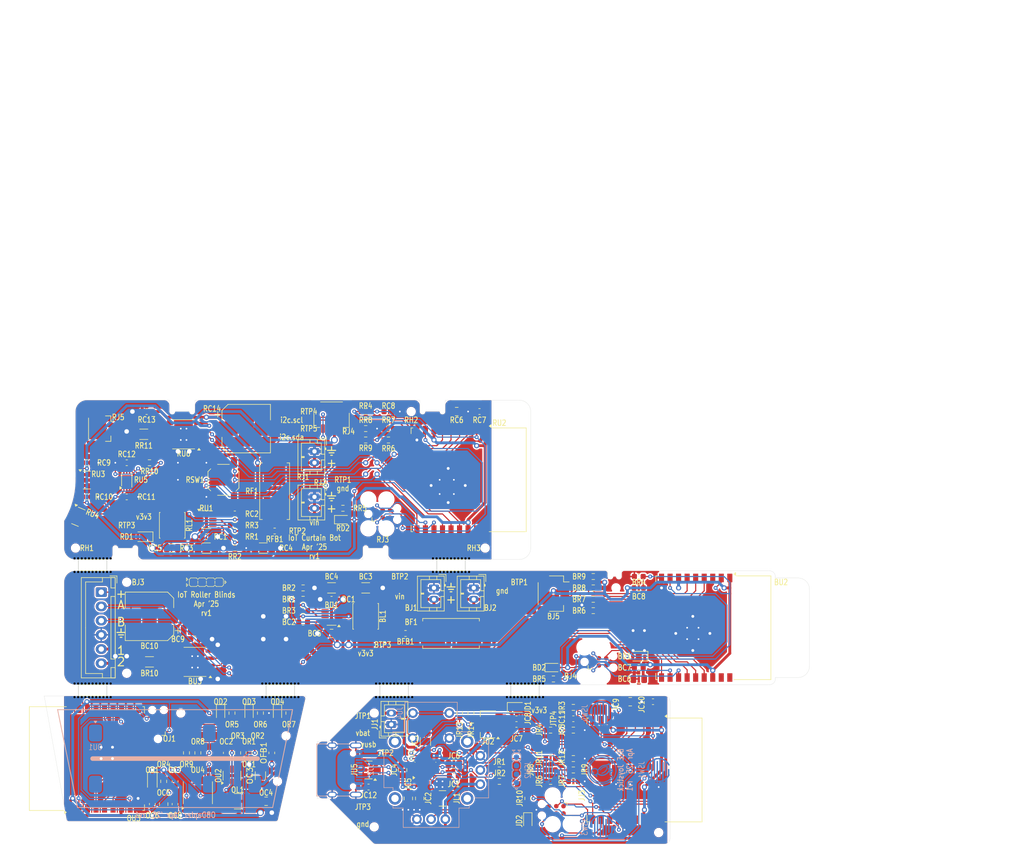
<source format=kicad_pcb>
(kicad_pcb (version 20240108) (generator "pcbnew") (generator_version "8.0")
  (layers (0 "F.Cu" signal "Front") (31 "B.Cu" signal "Back") (34 "B.Paste" user) (35 "F.Paste" user) (36 "B.SilkS" user "B.Silkscreen") (37 "F.SilkS" user "F.Silkscreen") (38 "B.Mask" user) (39 "F.Mask" user) (44 "Edge.Cuts" user))
  (net 0 "")
  (net 1 "Bv3v3")
  (net 2 "Bvin")
  (net 3 "Bgnd")
  (net 4 "Bdrv.ic.isen")
  (net 5 "Breg_3v3.fb.output")
  (net 6 "Breg_3v3.en_res.b")
  (net 7 "Bmcu.program_en_node")
  (net 8 "Bledr.res.a")
  (net 9 "Bmcu.program_boot_node")
  (net 10 "Bvin_sense.output")
  (net 11 "Bqwiic_pull.i2c.scl")
  (net 12 "Bqwiic_pull.i2c.sda")
  (net 13 "Bconn.encb")
  (net 14 "Bdrv.in1")
  (net 15 "Bdrv.in2")
  (net 16 "Bmcu.program_uart_node.a_tx")
  (net 17 "Bmcu.program_uart_node.b_tx")
  (net 18 "Bconn.enca")
  (net 19 "Breg_3v3.boot_cap.neg")
  (net 20 "Breg_3v3.boot_cap.pos")
  (net 21 "Bdrv.out2")
  (net 22 "Bdrv.out1")
  (net 23 "Bvin_raw")
  (net 24 "Bfuse.pwr_out")
  (net 25 "Rgnd")
  (net 26 "Rvin")
  (net 27 "Rv3v3")
  (net 28 "Rdrv.ic.isen")
  (net 29 "Rreg_3v3.fb.output")
  (net 30 "Rreg_3v3.en_res.b")
  (net 31 "Rvin_sense.output")
  (net 32 "Rledr.res.a")
  (net 33 "Rmcu.program_boot_node")
  (net 34 "Rmcu.program_en_node")
  (net 35 "Rals.dvi_res.b")
  (net 36 "Rdrv.in2")
  (net 37 "Rsw.out")
  (net 38 "Rmcu.program_uart_node.a_tx")
  (net 39 "Renca.out")
  (net 40 "Rencb.out")
  (net 41 "Rdrv.in1")
  (net 42 "Rmcu.program_uart_node.b_tx")
  (net 43 "Rreg_3v3.boot_cap.pos")
  (net 44 "Rreg_3v3.boot_cap.neg")
  (net 45 "Rdrv.out1")
  (net 46 "Rdrv.out2")
  (net 47 "Rvin_raw")
  (net 48 "Ri2c_chain_0.sda")
  (net 49 "Ri2c_chain_0.scl")
  (net 50 "Rfuse.pwr_out")
  (net 51 "Jv3v3")
  (net 52 "Jvbat")
  (net 53 "Jgnd")
  (net 54 "Jstick.sw")
  (net 55 "Jstick.ax1")
  (net 56 "Jstick.ax2")
  (net 57 "Jmcu.program_en_node")
  (net 58 "Jax1_div.output")
  (net 59 "Jax2_div.output")
  (net 60 "Jtrig.out")
  (net 61 "Jtrig_div.output")
  (net 62 "Jledr.res.a")
  (net 63 "Jmcu.program_boot_node")
  (net 64 "Jvbat_sense.output")
  (net 65 "Jmcu.program_uart_node.a_tx")
  (net 66 "Jmcu.program_uart_node.b_tx")
  (net 67 "Jusb.usb.dp")
  (net 68 "Jusb.usb.dm")
  (net 69 "Jsw[1].out")
  (net 70 "Jsw[0].out")
  (net 71 "Jsw[2].out")
  (net 72 "Ovobd")
  (net 73 "Ocan.can.canl")
  (net 74 "Ocan.can.canh")
  (net 75 "Ognd")
  (net 76 "Ov3v3")
  (net 77 "Oreg_3v3.fb.output")
  (net 78 "Oreg_3v3.en_res.b")
  (net 79 "Omcu.program_en_node")
  (net 80 "Oledr.res.a")
  (net 81 "Omcu.program_boot_node")
  (net 82 "Oledg.res.a")
  (net 83 "Oledw.res.a")
  (net 84 "Ovobd_sense.output")
  (net 85 "Ocan.controller.rxd")
  (net 86 "Oledw.signal")
  (net 87 "Omcu.program_uart_node.a_tx")
  (net 88 "Omcu.program_uart_node.b_tx")
  (net 89 "Oledg.signal")
  (net 90 "Ocan.controller.txd")
  (net 91 "Oreg_3v3.boot_cap.pos")
  (net 92 "Oreg_3v3.boot_cap.neg")
  (net 93 "Oobd.pwr")
  (net 94 "Ji2c_pull.i2c.sda")
  (net 95 "Jmp2722.stat")
  (net 96 "Jmp2722.ic.vcc")
  (net 97 "Jmp2722.cc.cc2")
  (net 98 "Jmp2722.pg")
  (net 99 "Jmp2722.vbst_cap.neg")
  (net 100 "Jmp2722.ic.pmid")
  (net 101 "Jmp2722.int")
  (net 102 "Jmp2722.vbst_cap.pos")
  (net 103 "Jmp2722.usb.dp")
  (net 104 "Jmp2722.usb.dm")
  (net 105 "Jmp2722.pwr_out")
  (net 106 "Jmp2722.vrntc")
  (net 107 "Jfake_ntc.output")
  (net 108 "Jmp2722.cc.cc1")
  (net 109 "Ji2c_pull.i2c.scl")
  (net 110 "Jvusb")
  (footprint "Package_SO:HSOP-8-1EP_3.9x4.9mm_P1.27mm_EP2.41x3.1mm" (layer "F.Cu") (at 48 106 180)
    (property "Reference" "BU3")
    (property "Value" "drv.ic")
  )
  (footprint "Resistor_SMD:R_0603_1608Metric" (layer "F.Cu") (at 74 79)
    (property "Reference" "RR5")
    (property "Value" "ledr.res")
  )
  (footprint "Capacitor_SMD:C_0805_2012Metric" (layer "F.Cu") (at 60.5 130.5)
    (property "Reference" "OC4")
    (property "Value" "reg_3v3.power_path.out_cap")
  )
  (footprint "Connector_JST:JST_PH_B2B-PH-K_1x02_P2.00mm_Vertical" (layer "F.Cu") (at 90 93 -90)
    (property "Reference" "BJ1")
    (property "Value" "pwr")
  )
  (footprint "RF_Module:ESP-WROOM-02" (layer "F.Cu") (at 93 74 -90)
    (property "Reference" "RU2")
    (property "Value" "mcu.ic")
  )
  (footprint "Capacitor_SMD:CP_Elec_8x10" (layer "F.Cu") (at 40 98 180)
    (property "Reference" "BC10")
    (property "Value" "drv.vm_cap1")
  )
  (footprint "Connector_JST:JST_PH_B2B-PH-K_1x02_P2.00mm_Vertical" (layer "F.Cu") (at 82.5 117 90)
    (property "Reference" "JJ1")
    (property "Value" "bat")
  )
  (footprint "Resistor_SMD:R_0603_1608Metric" (layer "F.Cu") (at 78 65 180)
    (property "Reference" "RR8")
    (property "Value" "i2c_pull.scl_res")
  )
  (footprint "Capacitor_SMD:C_0603_1608Metric" (layer "F.Cu") (at 44.5 131 90)
    (property "Reference" "OC8")
    (property "Value" "can.vdd_cap")
  )
  (footprint "Capacitor_SMD:C_1206_3216Metric" (layer "F.Cu") (at 50 86)
    (property "Reference" "RC3")
    (property "Value" "reg_3v3.power_path.in_cap.c[0]")
  )
  (footprint "edg:JlcToolingHole_1.152mm" (layer "F.Cu") (at 45.5 115)
    (property "Reference" "OH2")
    (property "Value" "jlc_th.th2")
  )
  (footprint "Inductor_SMD:L_0603_1608Metric" (layer "F.Cu") (at 61.5 122 90)
    (property "Reference" "OFB1")
    (property "Value" "ferrite")
  )
  (footprint "edg:MouseBites_Recessed" (layer "F.Cu") (at 30 111 180)
    (property "Reference" "REF**" (hide yes))
    (property "Value" "MouseBites")
    (fp_line (start 3 1) (end 2.5 1) (stroke (width 0.12)) (layer "Edge.Cuts"))
    (fp_line (start 2.5 -1) (end 3 -1) (stroke (width 0.12)) (layer "Edge.Cuts"))
    (fp_line (start 2.5 -1) (end 2.5 1) (stroke (width 0.12)) (layer "Edge.Cuts"))
    (fp_line (start -2.5 1) (end -2.5 -1) (stroke (width 0.12)) (layer "Edge.Cuts"))
    (fp_line (start -2.5 1) (end -3 1) (stroke (width 0.12)) (layer "Edge.Cuts"))
    (fp_line (start -3 -1) (end -2.5 -1) (stroke (width 0.12)) (layer "Edge.Cuts"))
  )
  (footprint "LED_SMD:LED_0603_1608Metric" (layer "F.Cu") (at 74 81)
    (property "Reference" "RD2")
    (property "Value" "ledr.package")
  )
  (footprint "Connector:Tag-Connect_TC2030-IDC-FP_2x03_P1.27mm_Vertical" (layer "F.Cu") (at 111.5 132 180)
    (property "Reference" "JJ3")
    (property "Value" "mcu.prog")
  )
  (footprint "Package_TO_SOT_SMD:HVSOF6" (layer "F.Cu") (at 36 74 90)
    (property "Reference" "RU5")
    (property "Value" "als.ic")
  )
  (footprint "Fuse:Fuseholder_Littelfuse_Nano2_154x" (layer "F.Cu") (at 62 76 -90)
    (property "Reference" "RF1")
    (property "Value" "fuse")
  )
  (footprint "Package_TO_SOT_SMD:SOT-23" (layer "F.Cu") (at 29 74.05)
    (property "Reference" "RU3")
    (property "Value" "enca.ic")
  )
  (footprint "Package_TO_SOT_SMD:SOT-23" (layer "F.Cu") (at 78.5 125 180)
    (property "Reference" "JU5")
    (property "Value" "trig.ic")
  )
  (footprint "Capacitor_SMD:C_1206_3216Metric" (layer "F.Cu") (at 88.5 120 90)
    (property "Reference" "JC3")
    (property "Value" "mp2722.batt_cap")
  )
  (footprint "Capacitor_SMD:C_1206_3216Metric" (layer "F.Cu") (at 78 93)
    (property "Reference" "BC3")
    (property "Value" "reg_3v3.power_path.in_cap.c[0]")
  )
  (footprint "Resistor_SMD:R_0603_1608Metric" (layer "F.Cu") (at 67 95)
    (property "Reference" "BR1")
    (property "Value" "reg_3v3.fb.top_res")
  )
  (footprint "Capacitor_SMD:C_0603_1608Metric" (layer "F.Cu") (at 72 95 180)
    (property "Reference" "BC1")
    (property "Value" "reg_3v3.hf_in_cap")
  )
  (footprint "Capacitor_SMD:C_0603_1608Metric" (layer "F.Cu") (at 104.5 116)
    (property "Reference" "JC8")
    (property "Value" "reg_3v3.out_cap")
  )
  (footprint "Resistor_SMD:R_1206_3216Metric" (layer "F.Cu") (at 39 66)
    (property "Reference" "RR11")
    (property "Value" "drv.isen_res")
  )
  (footprint "Resistor_SMD:R_0603_1608Metric" (layer "F.Cu") (at 118 95 180)
    (property "Reference" "BR7")
    (property "Value" "vin_sense.bottom_res")
  )
  (footprint "Resistor_SMD:R_0603_1608Metric" (layer "F.Cu") (at 101.5 125)
    (property "Reference" "JR1")
    (property "Value" "fake_ntc.top_res")
  )
  (footprint "Resistor_SMD:R_0603_1608Metric" (layer "F.Cu") (at 110.5 123)
    (property "Reference" "JR11")
    (property "Value" "vbat_sense.top_res")
  )
  (footprint "Capacitor_SMD:C_0603_1608Metric" (layer "F.Cu") (at 82 62)
    (property "Reference" "RC8")
    (property "Value" "mcu.en_pull.c")
  )
  (footprint "Fuse:Fuseholder_Littelfuse_Nano2_154x" (layer "F.Cu") (at 93 101 180)
    (property "Reference" "BF1")
    (property "Value" "fuse")
  )
  (footprint "Connector_JST:JST_PH_B2B-PH-K_1x02_P2.00mm_Vertical" (layer "F.Cu") (at 97 93 -90)
    (property "Reference" "BJ2")
    (property "Value" "pwr_out")
  )
  (footprint "edg:JlcToolingHole_1.152mm" (layer "F.Cu") (at 129.5 136 90)
    (property "Reference" "JH2")
    (property "Value" "jlc_th.th2")
  )
  (footprint "LED_SMD:LED_0603_1608Metric" (layer "F.Cu") (at 106.5 134 -90)
    (property "Reference" "JD2")
    (property "Value" "ledr.package")
  )
  (footprint "Capacitor_SMD:C_1206_3216Metric" (layer "F.Cu") (at 72 93 180)
    (property "Reference" "BC4")
    (property "Value" "reg_3v3.power_path.in_cap.c[1]")
  )
  (footprint "Capacitor_SMD:C_0603_1608Metric" (layer "F.Cu") (at 53.5 122 90)
    (property "Reference" "OC2")
    (property "Value" "reg_3v3.boot_cap")
  )
  (footprint "RF_Module:ESP-WROOM-02" (layer "F.Cu") (at 136 100 -90)
    (property "Reference" "BU2")
    (property "Value" "mcu.ic")
  )
  (footprint "Resistor_SMD:R_0603_1608Metric" (layer "F.Cu") (at 40 71 180)
    (property "Reference" "RR10")
    (property "Value" "als.dvi_res")
  )
  (footprint "Package_SO:HSOP-8-1EP_3.9x4.9mm_P1.27mm_EP2.41x3.1mm" (layer "F.Cu") (at 46 66 180)
    (property "Reference" "RU6")
    (property "Value" "drv.ic")
  )
  (footprint "edg:JlcToolingHole_1.152mm" (layer "F.Cu") (at 79.5 115 90)
    (property "Reference" "JH3")
    (property "Value" "jlc_th.th3")
  )
  (footprint "edg:MouseBites_Recessed" (layer "F.Cu") (at 30 89 180)
    (property "Reference" "REF**" (hide yes))
    (property "Value" "MouseBites")
    (fp_line (start 3 1) (end 2.5 1) (stroke (width 0.12)) (layer "Edge.Cuts"))
    (fp_line (start 2.5 -1) (end 3 -1) (stroke (width 0.12)) (layer "Edge.Cuts"))
    (fp_line (start 2.5 -1) (end 2.5 1) (stroke (width 0.12)) (layer "Edge.Cuts"))
    (fp_line (start -2.5 1) (end -2.5 -1) (stroke (width 0.12)) (layer "Edge.Cuts"))
    (fp_line (start -2.5 1) (end -3 1) (stroke (width 0.12)) (layer "Edge.Cuts"))
    (fp_line (start -3 -1) (end -2.5 -1) (stroke (width 0.12)) (layer "Edge.Cuts"))
  )
  (footprint "Resistor_SMD:R_0603_1608Metric" (layer "F.Cu") (at 59.5 122 90)
    (property "Reference" "OR2")
    (property "Value" "reg_3v3.fb.bottom_res")
  )
  (footprint "Diode_SMD:D_SOD-323" (layer "F.Cu") (at 126 105 180)
    (property "Reference" "BD1")
    (property "Value" "prot_3v3")
  )
  (footprint "Resistor_SMD:R_0603_1608Metric" (layer "F.Cu") (at 94.5 115 -90)
    (property "Reference" "JR13")
    (property "Value" "i2c_pull.scl_res")
  )
  (footprint "Capacitor_SMD:C_0603_1608Metric" (layer "F.Cu") (at 78.5 128 180)
    (property "Reference" "JC12")
    (property "Value" "trig.cbyp")
  )
  (footprint "Resistor_SMD:R_0603_1608Metric" (layer "F.Cu") (at 114.5 118)
    (property "Reference" "JR5")
    (property "Value" "ax1_div.bottom_res")
  )
  (footprint "Capacitor_SMD:C_0603_1608Metric" (layer "F.Cu") (at 36 71 180)
    (property "Reference" "RC12")
    (property "Value" "als.dvi_cap")
  )
  (footprint "Package_TO_SOT_SMD:SOT-23-6" (layer "F.Cu") (at 72 98 180)
    (property "Reference" "BU1")
    (property "Value" "reg_3v3.ic")
  )
  (footprint "edg:JlcToolingHole_1.152mm" (layer "F.Cu") (at 36 108)
    (property "Reference" "BH2")
    (property "Value" "jlc_th.th2")
  )
  (footprint "Capacitor_SMD:C_0603_1608Metric" (layer "F.Cu") (at 36 77)
    (property "Reference" "RC11")
    (property "Value" "als.vcc_cap")
  )
  (footprint "edg:TestPoint_TE_RCT_0805" (layer "F.Cu") (at 108.5 116 180)
    (property "Reference" "JTP4")
    (property "Value" "v3v3")
  )
  (footprint "edg:TestPoint_TE_RCT_0805" (layer "F.Cu") (at 78 103)
    (property "Reference" "BTP3")
    (property "Value" "v3v3")
  )
  (footprint "Connector:Tag-Connect_TC2030-IDC-NL_2x03_P1.27mm_Vertical" (layer "F.Cu") (at 41.5 117 90)
    (property "Reference" "OJ1")
    (property "Value" "mcu.prog")
  )
  (footprint "Diode_SMD:D_SOD-323" (layer "F.Cu") (at 39 84 180)
    (property "Reference" "RD1")
    (property "Value" "prot_3v3")
  )
  (footprint "Resistor_SMD:R_0603_1608Metric" (layer "F.Cu") (at 48.5 122 -90)
    (property "Reference" "OR8")
    (property "Value" "vobd_sense.top_res")
  )
  (footprint "Resistor_SMD:R_0603_1608Metric" (layer "F.Cu") (at 55 82 180)
    (property "Reference" "RR3")
    (property "Value" "reg_3v3.en_res")
  )
  (footprint "edg:TestPoint_TE_RCT_0805" (layer "F.Cu") (at 69 83)
    (property "Reference" "RTP2")
    (property "Value" "vin")
  )
  (footprint "edg:TestPoint_TE_RCT_0805" (layer "F.Cu") (at 78.5 122 180)
    (property "Reference" "JTP2")
    (property "Value" "vusb")
  )
  (footprint "Resistor_SMD:R_0603_1608Metric" (layer "F.Cu") (at 82 67)
    (property "Reference" "RR6")
    (property "Value" "vin_sense.top_res")
  )
  (footprint "Capacitor_SMD:C_1206_3216Metric" (layer "F.Cu") (at 60 86)
    (property "Reference" "RC4")
    (property "Value" "reg_3v3.power_path.in_cap.c[1]")
  )
  (footprint "edg:TestPoint_TE_RCT_0805" (layer "F.Cu") (at 77.5 133 180)
    (property "Reference" "JTP3")
    (property "Value" "gnd")
  )
  (footprint "edg:Symbol_Duckling" (layer "F.Cu") (at 60 94)
    (property "Reference" "duck" (hide yes))
    (property "Value" "G***" (hide yes))
  )
  (footprint "Resistor_SMD:R_0603_1608Metric" (layer "F.Cu") (at 118 93 180)
    (property "Reference" "BR8")
    (property "Value" "qwiic_pull.scl_res")
  )
  (footprint "Resistor_SMD:R_0603_1608Metric" (layer "F.Cu") (at 42.5 127 -90)
    (property "Reference" "OR4")
    (property "Value" "mcu.en_pull.r")
  )
  (footprint "Capacitor_SMD:CP_Elec_8x10" (layer "F.Cu") (at 57 65)
    (property "Reference" "RC14")
    (property "Value" "drv.vm_cap1")
  )
  (footprint "Capacitor_SMD:C_0805_2012Metric" (layer "F.Cu") (at 72 101 180)
    (property "Reference" "BC5")
    (property "Value" "reg_3v3.power_path.out_cap")
  )
  (footprint "Package_TO_SOT_SMD:SOT-23-6" (layer "F.Cu") (at 54.5 126 90)
    (property "Reference" "OU2")
    (property "Value" "reg_3v3.ic")
  )
  (footprint "Connector_Molex:Molex_PicoBlade_53398-0271_1x02-1MP_P1.25mm_Vertical" (layer "F.Cu") (at 32 65 -90)
    (property "Reference" "RJ5")
    (property "Value" "motor")
  )
  (footprint "Resistor_SMD:R_1206_3216Metric" (layer "F.Cu") (at 40 106)
    (property "Reference" "BR10")
    (property "Value" "drv.isen_res")
  )
  (footprint "Capacitor_SMD:C_0805_2012Metric" (layer "F.Cu") (at 85.5 130 -90)
    (property "Reference" "JC5")
    (property "Value" "mp2722.power_path.in_cap")
  )
  (footprint "Inductor_SMD:L_0603_1608Metric" (layer "F.Cu") (at 85 101 180)
    (property "Reference" "BFB1")
    (property "Value" "ferrite")
  )
  (footprint "Capacitor_SMD:C_0805_2012Metric" (layer "F.Cu") (at 87.5 130 -90)
    (property "Reference" "JC2")
    (property "Value" "mp2722.pmid_cap")
  )
  (footprint "LED_SMD:LED_0603_1608Metric" (layer "F.Cu") (at 52.5 115 -90)
    (property "Reference" "OD2")
    (property "Value" "ledr.package")
  )
  (footprint "Capacitor_SMD:C_0603_1608Metric" (layer "F.Cu") (at 44.5 127 90)
    (property "Reference" "OC7")
    (property "Value" "mcu.en_pull.c")
  )
  (footprint "Resistor_SMD:R_0603_1608Metric" (layer "F.Cu") (at 110.5 125)
    (property "Reference" "JR8")
    (property "Value" "trig_div.top_res")
  )
  (footprint "Button_Switch_SMD:SW_SPST_SKQG_WithoutStem" (layer "F.Cu") (at 53 74 -90)
    (property "Reference" "RSW1")
    (property "Value" "sw")
  )
  (footprint "Capacitor_SMD:C_0603_1608Metric" (layer "F.Cu") (at 39.5 62 180)
    (property "Reference" "RC13")
    (property "Value" "drv.vm_cap0")
  )
  (footprint "Capacitor_SMD:C_0603_1608Metric" (layer "F.Cu") (at 50 84)
    (property "Reference" "RC1")
    (property "Value" "reg_3v3.hf_in_cap")
  )
  (footprint "Capacitor_SMD:C_0603_1608Metric" (layer "F.Cu") (at 126 107 180)
    (property "Reference" "BC7")
    (property "Value" "mcu.vcc_cap1")
  )
  (footprint "Resistor_SMD:R_0603_1608Metric" (layer "F.Cu") (at 111 109)
    (property "Reference" "BR5")
    (property "Value" "ledr.res")
  )
  (footprint "Resistor_SMD:R_0603_1608Metric" (layer "F.Cu") (at 55.5 122 -90)
    (property "Reference" "OR3")
    (property "Value" "reg_3v3.en_res")
  )
  (footprint "Capacitor_SMD:C_0805_2012Metric" (layer "F.Cu") (at 93.5 124 180)
    (property "Reference" "JC6")
    (property "Value" "mp2722.power_path.out_cap")
  )
  (footprint "edg:JlcToolingHole_1.152mm" (layer "F.Cu") (at 99 86)
    (property "Reference" "RH3")
    (property "Value" "jlc_th.th3")
  )
  (footprint "edg:MouseBites_Recessed" (layer "F.Cu") (at 93 89 180)
    (property "Reference" "REF**" (hide yes))
    (property "Value" "MouseBites")
    (fp_line (start 3 1) (end 2.5 1) (stroke (width 0.12)) (layer "Edge.Cuts"))
    (fp_line (start 2.5 -1) (end 3 -1) (stroke (width 0.12)) (layer "Edge.Cuts"))
    (fp_line (start 2.5 -1) (end 2.5 1) (stroke (width 0.12)) (layer "Edge.Cuts"))
    (fp_line (start -2.5 1) (end -2.5 -1) (stroke (width 0.12)) (layer "Edge.Cuts"))
    (fp_line (start -2.5 1) (end -3 1) (stroke (width 0.12)) (layer "Edge.Cuts"))
    (fp_line (start -3 -1) (end -2.5 -1) (stroke (width 0.12)) (layer "Edge.Cuts"))
  )
  (footprint "Resistor_SMD:R_0603_1608Metric" (layer "F.Cu") (at 114.5 125)
    (property "Reference" "JR9")
    (property "Value" "trig_div.bottom_res")
  )
  (footprint "edg:JlcToolingHole_1.152mm" (layer "F.Cu") (at 36 92)
    (property "Reference" "BH1")
    (property "Value" "jlc_th.th1")
  )
  (footprint "Capacitor_SMD:C_1206_3216Metric" (layer "F.Cu") (at 59.5 126 90)
    (property "Reference" "OC3")
    (property "Value" "reg_3v3.power_path.in_cap")
  )
  (footprint "LED_SMD:LED_0603_1608Metric" (layer "F.Cu") (at 62.5 115 -90)
    (property "Reference" "OD4")
    (property "Value" "ledw.package")
  )
  (footprint "Package_TO_SOT_SMD:SOT-89-3" (layer "F.Cu") (at 99.5 117 180)
    (property "Reference" "JU2")
    (property "Value" "reg_3v3.ic")
  )
  (footprint "edg:JlcToolingHole_1.152mm" (layer "F.Cu") (at 79.5 135 90)
    (property "Reference" "JH1")
    (property "Value" "jlc_th.th1")
  )
  (footprint "edg:TestPoint_TE_RCT_0805" (layer "F.Cu") (at 65 65)
    (property "Reference" "RTP5")
    (property "Value" "i2c.sda")
  )
  (footprint "Connector_JST:JST_SH_SM04B-SRSS-TB_1x04-1MP_P1.00mm_Horizontal" (layer "F.Cu") (at 72 63 180)
    (property "Reference" "RJ4")
    (property "Value" "qwiic")
  )
  (footprint "Inductor_SMD:L_Sunlord_SWPA4030S" (layer "F.Cu") (at 44 82 -90)
    (property "Reference" "RL1")
    (property "Value" "reg_3v3.power_path.inductor")
  )
  (footprint "Capacitor_SMD:C_0603_1608Metric" (layer "F.Cu") (at 57.5 126 90)
    (property "Reference" "OC1")
    (property "Value" "reg_3v3.hf_in_cap")
  )
  (footprint "Resistor_SMD:R_0603_1608Metric" (layer "F.Cu") (at 67 93 180)
    (property "Reference" "BR2")
    (property "Value" "reg_3v3.fb.bottom_res")
  )
  (footprint "Resistor_SMD:R_0603_1608Metric" (layer "F.Cu") (at 96.5 115 -90)
    (property "Reference" "JR14")
    (property "Value" "i2c_pull.sda_res")
  )
  (footprint "Resistor_SMD:R_0603_1608Metric" (layer "F.Cu") (at 114.5 127)
    (property "Reference" "JR7")
    (property "Value" "ax2_div.bottom_res")
  )
  (footprint "Capacitor_SMD:C_0603_1608Metric" (layer "F.Cu") (at 128.5 113 180)
    (property "Reference" "JC10")
    (property "Value" "mcu.vcc_cap1")
  )
  (footprint "Resistor_SMD:R_0603_1608Metric" (layer "F.Cu") (at 118 97)
    (property "Reference" "BR6")
    (property "Value" "vin_sense.top_res")
  )
  (footprint "Resistor_SMD:R_0603_1608Metric" (layer "F.Cu") (at 78 62)
    (property "Reference" "RR4")
    (property "Value" "mcu.en_pull.r")
  )
  (footprint "Inductor_SMD:L_Sunlord_SWPA4030S" (layer "F.Cu") (at 78 98 -90)
    (property "Reference" "BL1")
    (property "Value" "reg_3v3.power_path.inductor")
  )
  (footprint "Inductor_SMD:L_1210_3225Metric" (layer "F.Cu") (at 55.5 130.5)
    (property "Reference" "OL1")
    (property "Value" "reg_3v3.power_path.inductor")
  )
  (footprint "Connector_JST:JST_PH_B2B-PH-K_1x02_P2.00mm_Vertical" (layer "F.Cu") (at 69 77 -90)
    (property "Reference" "RJ2")
    (property "Value" "pwr_out")
  )
  (footprint "Package_SO:SOIC-8_3.9x4.9mm_P1.27mm" (layer "F.Cu") (at 48.5 129 90)
    (property "Reference" "OU4")
    (property "Value" "can.ic")
  )
  (footprint "Resistor_SMD:R_0603_1608Metric" (layer "F.Cu") (at 46.5 122 90)
    (property "Reference" "OR9")
    (property "Value" "vobd_sense.bottom_res")
  )
  (footprint "edg:TestPoint_TE_RCT_0805" (layer "F.Cu") (at 74 77)
    (property "Reference" "RTP1")
    (property "Value" "gnd")
  )
  (footprint "Capacitor_SMD:C_0805_2012Metric" (layer "F.Cu") (at 124.5 113)
    (property "Reference" "JC9")
    (property "Value" "mcu.vcc_cap0")
  )
  (footprint "Package_TO_SOT_SMD:SOT-23-6" (layer "F.Cu") (at 50 81)
    (property "Reference" "RU1")
    (property "Value" "reg_3v3.ic")
  )
  (footprint "Connector_JST:JST_PH_B2B-PH-K_1x02_P2.00mm_Vertical" (layer "F.Cu") (at 69 69 -90)
    (property "Reference" "RJ1")
    (property "Value" "pwr")
  )
  (footprint "edg:MouseBites_Recessed" (layer "F.Cu") (at 63 111 180)
    (property "Reference" "REF**" (hide yes))
    (property "Value" "MouseBites")
    (fp_line (start 3 1) (end 2.5 1) (stroke (width 0.12)) (layer "Edge.Cuts"))
    (fp_line (start 2.5 -1) (end 3 -1) (stroke (width 0.12)) (layer "Edge.Cuts"))
    (fp_line (start 2.5 -1) (end 2.5 1) (stroke (width 0.12)) (layer "Edge.Cuts"))
    (fp_line (start -2.5 1) (end -2.5 -1) (stroke (width 0.12)) (layer "Edge.Cuts"))
    (fp_line (start -2.5 1) (end -3 1) (stroke (width 0.12)) (layer "Edge.Cuts"))
    (fp_line (start -3 -1) (end -2.5 -1) (stroke (width 0.12)) (layer "Edge.Cuts"))
  )
  (footprint "Resistor_SMD:R_0603_1608Metric" (layer "F.Cu") (at 55 84 180)
    (property "Reference" "RR1")
    (property "Value" "reg_3v3.fb.top_res")
  )
  (footprint "Capacitor_SMD:C_0603_1608Metric" (layer "F.Cu") (at 55 80)
    (property "Reference" "RC2")
    (property "Value" "reg_3v3.boot_cap")
  )
  (footprint "Resistor_SMD:R_0603_1608Metric" (layer "F.Cu") (at 118 91 180)
    (property "Reference" "BR9")
    (property "Value" "qwiic_pull.sda_res")
  )
  (footprint "Capacitor_SMD:C_0805_2012Metric" (layer "F.Cu") (at 94 62)
    (property "Reference" "RC6")
    (property "Value" "mcu.vcc_cap0")
  )
  (footprint "Resistor_SMD:R_0603_1608Metric" (layer "F.Cu") (at 55 86)
    (property "Reference" "RR2")
    (property "Value" "reg_3v3.fb.bottom_res")
  )
  (footprint "Connector_JST:JST_XH_B6B-XH-A_1x06_P2.50mm_Vertical" (layer "F.Cu") (at 31.525 93.75 -90)
    (property "Reference" "BJ3")
    (property "Value" "conn")
  )
  (footprint "edg:JlcToolingHole_1.152mm" (layer "F.Cu") (at 86 62)
    (property "Reference" "RH2")
    (property "Value" "jlc_th.th2")
  )
  (footprint "Capacitor_SMD:C_0805_2012Metric" (layer "F.Cu") (at 84.5 125 90)
    (property "Reference" "JC4")
    (property "Value" "mp2722.vcc_cap")
  )
  (footprint "Capacitor_SMD:C_0603_1608Metric" (layer "F.Cu") (at 104.5 118)
    (property "Reference" "JC7")
    (property "Value" "reg_3v3.in_cap")
  )
  (footprint "edg:TestPoint_TE_RCT_0805" (layer "F.Cu") (at 84 93)
    (property "Reference" "BTP2")
    (property "Value" "vin")
  )
  (footprint "edg:JlcToolingHole_1.152mm" (layer "F.Cu") (at 62.5 127)
    (property "Reference" "OH1")
    (property "Value" "jlc_th.th1")
  )
  (footprint "edg:MouseBites_Recessed" (layer "F.Cu") (at 106 111 180)
    (property "Reference" "REF**" (hide yes))
    (property "Value" "MouseBites")
    (fp_line (start 3 1) (end 2.5 1) (stroke (width 0.12)) (layer "Edge.Cuts"))
    (fp_line (start 2.5 -1) (end 3 -1) (stroke (width 0.12)) (layer "Edge.Cuts"))
    (fp_line (start 2.5 -1) (end 2.5 1) (stroke (width 0.12)) (layer "Edge.Cuts"))
    (fp_line (start -2.5 1) (end -2.5 -1) (stroke (width 0.12)) (layer "Edge.Cuts"))
    (fp_line (start -2.5 1) (end -3 1) (stroke (width 0.12)) (layer "Edge.Cuts"))
    (fp_line (start -3 -1) (end -2.5 -1) (stroke (width 0.12)) (layer "Edge.Cuts"))
  )
  (footprint "Capacitor_SMD:C_0603_1608Metric" (layer "F.Cu") (at 29 71)
    (property "Reference" "RC9")
    (property "Value" "enca.cin")
  )
  (footprint "Capacitor_SMD:C_0805_2012Metric" (layer "F.Cu") (at 126 109 180)
    (property "Reference" "BC6")
    (property "Value" "mcu.vcc_cap0")
  )
  (footprint "edg:JlcToolingHole_1.152mm" (layer "F.Cu") (at 27 86)
    (property "Reference" "RH1")
    (property "Value" "jlc_th.th1")
  )
  (footprint "Resistor_SMD:R_0603_1608Metric" (layer "F.Cu") (at 78 67 180)
    (property "Reference" "RR9")
    (property "Value" "i2c_pull.sda_res")
  )
  (footprint "Capacitor_SMD:C_0603_1608Metric" (layer "F.Cu") (at 48 102)
    (property "Reference" "BC9")
    (property "Value" "drv.vm_cap0")
  )
  (footprint "Inductor_SMD:L_0603_1608Metric" (layer "F.Cu") (at 62 83 180)
    (property "Reference" "RFB1")
    (property "Value" "ferrite")
  )
  (footprint "Resistor_SMD:R_0603_1608Metric" (layer "F.Cu") (at 101.5 127)
    (property "Reference" "JR2")
    (property "Value" "fake_ntc.bottom_res")
  )
  (footprint "edg:MouseBites_Recessed" (layer "F.Cu") (at 83 111 180)
    (property "Reference" "REF**" (hide yes))
    (property "Value" "MouseBites")
    (fp_line (start 3 1) (end 2.5 1) (stroke (width 0.12)) (layer "Edge.Cuts"))
    (fp_line (start 2.5 -1) (end 3 -1) (stroke (width 0.12)) (layer "Edge.Cuts"))
    (fp_line (start 2.5 -1) (end 2.5 1) (stroke (width 0.12)) (layer "Edge.Cuts"))
    (fp_line (start -2.5 1) (end -2.5 -1) (stroke (width 0.12)) (layer "Edge.Cuts"))
    (fp_line (start -2.5 1) (end -3 1) (stroke (width 0.12)) (layer "Edge.Cuts"))
    (fp_line (start -3 -1) (end -2.5 -1) (stroke (width 0.12)) (layer "Edge.Cuts"))
  )
  (footprint "edg:JlcToolingHole_1.152mm" (layer "F.Cu") (at 122 93)
    (property "Reference" "BH3")
    (property "Value" "jlc_th.th3")
  )
  (footprint "Resistor_SMD:R_0603_1608Metric" (layer "F.Cu") (at 110.5 127)
    (property "Reference" "JR6")
    (property "Value" "ax2_div.top_res")
  )
  (footprint "Capacitor_SMD:C_0603_1608Metric" (layer "F.Cu") (at 114.5 116 180)
    (property "Reference" "JC11")
    (property "Value" "mcu.en_pull.c")
  )
  (footprint "Resistor_SMD:R_0603_1608Metric" (layer "F.Cu") (at 110.5 118)
    (property "Reference" "JR4")
    (property "Value" "ax1_div.top_res")
  )
  (footprint "Resistor_SMD:R_0603_1608Metric" (layer "F.Cu") (at 106.5 130 90)
    (property "Reference" "JR10")
    (property "Value" "ledr.res")
  )
  (footprint "Capacitor_SMD:C_0805_2012Metric" (layer "F.Cu") (at 44 86)
    (property "Reference" "RC5")
    (property "Value" "reg_3v3.power_path.out_cap")
  )
  (footprint "Resistor_SMD:R_0603_1608Metric" (layer "F.Cu") (at 114.5 114)
    (property "Reference" "JR3")
    (property "Value" "mcu.en_pull.r")
  )
  (footprint "Resistor_SMD:R_0603_1608Metric" (layer "F.Cu") (at 64.5 115 -90)
    (property "Reference" "OR7")
    (property "Value" "ledw.res")
  )
  (footprint "edg:TestPoint_TE_RCT_0805" (layer "F.Cu") (at 77.5 117 180)
    (property "Reference" "JTP1")
    (property "Value" "vbat")
  )
  (footprint "Capacitor_SMD:C_0603_1608Metric" (layer "F.Cu") (at 98 62 180)
    (property "Reference" "RC7")
    (property "Value" "mcu.vcc_cap1")
  )
  (footprint "Capacitor_SMD:C_0603_1608Metric" (layer "F.Cu") (at 29 77)
    (property "Reference" "RC10")
    (property "Value" "encb.cin")
  )
  (footprint "Diode_SMD:D_SOD-323" (layer "F.Cu") (at 104.5 114)
    (property "Reference" "JD1")
    (property "Value" "prot_3v3")
  )
  (footprint "edg:TestPoint_TE_RCT_0805" (layer "F.Cu") (at 39 82)
    (property "Reference" "RTP3")
    (property "Value" "v3v3")
  )
  (footprint "edg:TestPoint_TE_RCT_0805" (layer "F.Cu") (at 65 62)
    (property "Reference" "RTP4")
    (property "Value" "i2c.scl")
  )
  (footprint "Resistor_SMD:R_0603_1608Metric" (layer "F.Cu") (at 114.5 123)
    (property "Reference" "JR12")
    (property "Value" "vbat_sense.bottom_res")
  )
  (footprint "LED_SMD:LED_0603_1608Metric" (layer "F.Cu") (at 57.5 115 -90)
    (property "Reference" "OD3")
    (property "Value" "ledg.package")
  )
  (footprint "edg:Indicator_IdDots_4" (layer "F.Cu") (at 50 92)
    (property "Reference" "REF**" (hide yes))
    (property "Value" "Indicator_IdDots_4")
  )
  (footprint "Package_TO_SOT_SMD:SOT-23" (layer "F.Cu") (at 27.5 80.5 -22.5)
    (property "Reference" "RU4")
    (property "Value" "encb.ic")
  )
  (footprint "Inductor_SMD:L_1210_3225Metric" (layer "F.Cu") (at 91.5 130)
    (property "Reference" "JL1")
    (property "Value" "mp2722.power_path.inductor")
  )
  (footprint "Connector:Tag-Connect_TC2030-IDC-FP_2x03_P1.27mm_Vertical" (layer "F.Cu") (at 81 80)
    (property "Reference" "RJ3")
    (property "Value" "mcu.prog")
  )
  (footprint "Capacitor_SMD:C_0603_1608Metric" (layer "F.Cu") (at 93.5 126)
    (property "Reference" "JC1")
    (property "Value" "mp2722.vbst_cap")
  )
  (footprint "Resistor_SMD:R_0603_1608Metric" (layer "F.Cu") (at 82 65 180)
    (property "Reference" "RR7")
    (property "Value" "vin_sense.bottom_res")
  )
  (footprint "LED_SMD:LED_0603_1608Metric" (layer "F.Cu") (at 111 107)
    (property "Reference" "BD2")
    (property "Value" "ledr.package")
  )
  (footprint "Capacitor_SMD:C_0603_1608Metric" (layer "F.Cu") (at 126 91 180)
    (property "Reference" "BC8")
    (property "Value" "mcu.en_pull.c")
  )
  (footprint "Capacitor_SMD:C_0603_1608Metric" (layer "F.Cu") (at 40.5 131 90)
    (property "Reference" "OC6")
    (property "Value" "mcu.vcc_cap1")
  )
  (footprint "edg:MPS_QFN-22_2.5x3.5mm_P0.4mm" (layer "F.Cu") (at 88.5 125 90)
    (property "Reference" "JU1")
    (property "Value" "mp2722.ic")
  )
  (footprint "Resistor_SMD:R_0603_1608Metric" (layer "F.Cu") (at 126 93)
    (property "Reference" "BR4")
    (property "Value" "mcu.en_pull.r")
  )
  (footprint "Resistor_SMD:R_0603_1608Metric" (layer "F.Cu") (at 54.5 115 -90)
    (property "Reference" "OR5")
    (property "Value" "ledr.res")
  )
  (footprint "Diode_SMD:D_SOD-323" (layer "F.Cu") (at 40.5 127 -90)
    (property "Reference" "OD1")
    (property "Value" "prot_3v3")
  )
  (footprint "edg:TestPoint_TE_RCT_0805" (layer "F.Cu") (at 102 92)
    (property "Reference" "BTP1")
    (property "Value" "gnd")
  )
  (footprint "RF_Module:ESP-WROOM-02" (layer "F.Cu") (at 123.9 125 -90)
    (property "Reference" "JU3" (hide yes))
    (property "Value" "mcu.ic")
  )
  (footprint "RF_Module:ESP-WROOM-02" (layer "F.Cu") (at 32.1 123 90)
    (property "Reference" "OU3")
    (property "Value" "mcu.ic")
  )
  (footprint "Resistor_SMD:R_0603_1608Metric" (layer "F.Cu") (at 59.5 115 -90)
    (property "Reference" "OR6")
    (property "Value" "ledg.res")
  )
  (footprint "Capacitor_SMD:C_0603_1608Metric" (layer "F.Cu") (at 67 99 180)
    (property "Reference" "BC2")
    (property "Value" "reg_3v3.boot_cap")
  )
  (footprint "Connector_JST:JST_SH_SM04B-SRSS-TB_1x04-1MP_P1.00mm_Horizontal" (layer "F.Cu") (at 111 94 -90)
    (property "Reference" "BJ5")
    (property "Value" "qwiic")
  )
  (footprint "Capacitor_SMD:C_0805_2012Metric" (layer "F.Cu") (at 42.5 131 90)
    (property "Reference" "OC5")
    (property "Value" "mcu.vcc_cap0")
  )
  (footprint "Resistor_SMD:R_0603_1608Metric" (layer "F.Cu") (at 67 97)
    (property "Reference" "BR3")
    (property "Value" "reg_3v3.en_res")
  )
  (footprint "Connector:Tag-Connect_TC2030-IDC-FP_2x03_P1.27mm_Vertical" (layer "F.Cu") (at 119 106)
    (property "Reference" "BJ4")
    (property "Value" "mcu.prog")
  )
  (footprint "Resistor_SMD:R_0603_1608Metric" (layer "F.Cu") (at 57.5 122 -90)
    (property "Reference" "OR1")
    (property "Value" "reg_3v3.fb.top_res")
  )
  (footprint "edg:JlcToolingHole_1.152mm" (layer "F.Cu") (at 64 119)
    (property "Reference" "OH3")
    (property "Value" "jlc_th.th3")
  )
  (footprint "edg:Indicator_IdDots_4" (layer "B.Cu") (at 104.5 125 -90)
    (property "Reference" "REF**" (hide yes))
    (property "Value" "Indicator_IdDots_4")
  )
  (footprint "project:MembraneSwitch_4mm" (layer "B.Cu") (at 119.5 115 -90)
    (property "Reference" "JSW4")
    (property "Value" "sw[2]")
  )
  (footprint "Connector_USB:USB_C_Receptacle_XKB_U262-16XN-4BVC11" (layer "B.Cu") (at 73.175 125 90)
    (property "Reference" "JJ2")
    (property "Value" "usb")
  )
  (footprint "edg:Symbol_Duckling" (layer "B.Cu") (at 119.5 125 -90)
    (property "Reference" "duck" (hide yes))
    (property "Value" "G***" (hide yes))
  )
  (footprint "project:MembraneSwitch_4mm" (layer "B.Cu") (at 129.5 125 -90)
    (property "Reference" "JSW1")
    (property "Value" "mcu.boot")
  )
  (footprint "project:MembraneSwitch_4mm" (layer "B.Cu") (at 119.5 135 -90)
    (property "Reference" "JSW3")
    (property "Value" "sw[1]")
  )
  (footprint "project:MembraneSwitch_4mm" (layer "B.Cu") (at 109.5 125 -90)
    (property "Reference" "JSW2")
    (property "Value" "sw[0]")
  )
  (footprint "edg:Joystick_XboxElite2" (layer "B.Cu") (at 89.5 125 -90)
    (property "Reference" "JU4")
    (property "Value" "stick")
  )
  (footprint "project:J1962" (layer "B.Cu") (at 44.5 123 180)
    (property "Reference" "OU1")
    (property "Value" "obd")
  )
  (gr_arc (start 131.288854 125.894427) (mid 130.551462 126.701301) (end 129.5 127) (stroke (width 0.254)) (layer "B.Cu") (net 53))
  (gr_arc (start 107.5 125) (mid 109.040494 123.053502) (end 111.288854 124.105573) (stroke (width 0.254)) (layer "B.Cu") (net 70))
  (gr_arc (start 117.5 115) (mid 119.040494 113.053502) (end 121.288854 114.105573) (stroke (width 0.254)) (layer "B.Cu") (net 71))
  (gr_arc (start 127.5 125) (mid 129.040494 123.053502) (end 131.288854 124.105573) (stroke (width 0.254)) (layer "B.Cu") (net 63))
  (gr_arc (start 117.5 135) (mid 119.040494 133.053502) (end 121.288854 134.105573) (stroke (width 0.254)) (layer "B.Cu") (net 69))
  (gr_arc (start 121.5 135) (mid 119.959506 136.946498) (end 117.711146 135.894427) (stroke (width 0.254)) (layer "B.Cu") (net 53))
  (gr_arc (start 111.5 125) (mid 109.820365 126.974175) (end 107.602633 125.632456) (stroke (width 0.254)) (layer "B.Cu") (net 53))
  (gr_arc (start 129.5 127) (mid 128.448538 126.701302) (end 127.711146 125.894428) (stroke (width 0.254)) (layer "B.Cu") (net 53))
  (gr_arc (start 121.5 115) (mid 119.959506 116.946498) (end 117.711146 115.894427) (stroke (width 0.254)) (layer "B.Cu") (net 53))
  (gr_line (start 25 81.211103) (end 25 86) (stroke (width 0.0381)) (layer "Edge.Cuts"))
  (gr_arc (start 44.5 62) (mid 44 62.5) (end 43.5 62) (stroke (width 0.0381)) (layer "Edge.Cuts"))
  (gr_line (start 79.5 112) (end 80 112) (stroke (width 0.0381)) (layer "Edge.Cuts"))
  (gr_line (start 105 60) (end 92 60) (stroke (width 0.0381)) (layer "Edge.Cuts"))
  (gr_line (start 80 110) (end 66 110) (stroke (width 0.0381)) (layer "Edge.Cuts"))
  (gr_line (start 62.5 134) (end 67.5 112) (stroke (width 0.0381)) (layer "Edge.Cuts"))
  (gr_line (start 60 110) (end 33 110) (stroke (width 0.0381)) (layer "Edge.Cuts"))
  (gr_arc (start 81 86) (mid 81.5 85.5) (end 82 86) (stroke (width 0.0381)) (layer "Edge.Cuts"))
  (gr_arc (start 33.5 86) (mid 34 85.5) (end 34.5 86) (stroke (width 0.0381)) (layer "Edge.Cuts"))
  (gr_line (start 122 91) (end 121.5 91) (stroke (width 0.0381)) (layer "Edge.Cuts"))
  (gr_line (start 69.5 130) (end 71.5 130) (stroke (width 0.0381)) (layer "Edge.Cuts"))
  (gr_arc (start 88.5 62) (mid 88 62.5) (end 87.5 62) (stroke (width 0.0381)) (layer "Edge.Cuts"))
  (gr_line (start 37 86) (end 34.5 86) (stroke (width 0.0381)) (layer "Edge.Cuts"))
  (gr_line (start 69.5 120) (end 71.5 120) (stroke (width 0.0381)) (layer "Edge.Cuts"))
  (gr_line (start 150 108.75) (end 150 109) (stroke (width 0.0381)) (layer "Edge.Cuts"))
  (gr_line (start 27 62) (end 27 74) (stroke (width 0.0381)) (layer "Edge.Cuts"))
  (gr_arc (start 150 109) (mid 149.707107 109.707107) (end 149 110) (stroke (width 0.0381)) (layer "Edge.Cuts"))
  (gr_line (start 69.5 130) (end 69.5 120) (stroke (width 0.0381)) (layer "Edge.Cuts"))
  (gr_arc (start 48 62) (mid 47.5 62.5) (end 47 62) (stroke (width 0.0381)) (layer "Edge.Cuts"))
  (gr_line (start 25 108) (end 25 92) (stroke (width 0.0381)) (layer "Edge.Cuts"))
  (gr_line (start 107 62) (end 107 86) (stroke (width 0.0381)) (layer "Edge.Cuts"))
  (gr_arc (start 131.5 137) (mid 131.207107 137.707107) (end 130.5 138) (stroke (width 0.0381)) (layer "Edge.Cuts"))
  (gr_line (start 149 110) (end 109 110) (stroke (width 0.0381)) (layer "Edge.Cuts"))
  (gr_line (start 131.5 137) (end 131.5 113) (stroke (width 0.0381)) (layer "Edge.Cuts"))
  (gr_line (start 77.5 86) (end 77.5 88) (stroke (width 0.0381)) (layer "Edge.Cuts"))
  (gr_arc (start 27 88) (mid 25.585786 87.414214) (end 25 86) (stroke (width 0.0381)) (layer "Edge.Cuts"))
  (gr_line (start 82 88) (end 90 88) (stroke (width 0.0381)) (layer "Edge.Cuts"))
  (gr_line (start 150 91.25) (end 150 91) (stroke (width 0.0381)) (layer "Edge.Cuts"))
  (gr_arc (start 105 60) (mid 106.414214 60.585786) (end 107 62) (stroke (width 0.0381)) (layer "Edge.Cuts"))
  (gr_arc (start 27 110) (mid 25.585786 109.414214) (end 25 108) (stroke (width 0.0381)) (layer "Edge.Cuts"))
  (gr_line (start 44.5 62) (end 47 62) (stroke (width 0.0381)) (layer "Edge.Cuts"))
  (gr_line (start 154 91.25) (end 150 91.25) (stroke (width 0.0381)) (layer "Edge.Cuts"))
  (gr_arc (start 27 74) (mid 26.490738 77.741658) (end 25 81.211103) (stroke (width 0.0381)) (layer "Edge.Cuts"))
  (gr_line (start 71.5 130) (end 79.5 138) (stroke (width 0.0381)) (layer "Edge.Cuts"))
  (gr_line (start 82 86) (end 82 88) (stroke (width 0.0381)) (layer "Edge.Cuts"))
  (gr_line (start 149 90) (end 123 90) (stroke (width 0.0381)) (layer "Edge.Cuts"))
  (gr_line (start 71.5 120) (end 79.5 112) (stroke (width 0.0381)) (layer "Edge.Cuts"))
  (gr_line (start 120.5 90) (end 96 90) (stroke (width 0.0381)) (layer "Edge.Cuts"))
  (gr_line (start 81 86) (end 78.5 86) (stroke (width 0.0381)) (layer "Edge.Cuts"))
  (gr_arc (start 154 91.25) (mid 155.414214 91.835786) (end 156 93.25) (stroke (width 0.0381)) (layer "Edge.Cuts"))
  (gr_line (start 87.5 60) (end 87.5 62) (stroke (width 0.0381)) (layer "Edge.Cuts"))
  (gr_arc (start 37 86) (mid 37.5 85.5) (end 38 86) (stroke (width 0.0381)) (layer "Edge.Cuts"))
  (gr_line (start 87.5 60) (end 48 60) (stroke (width 0.0381)) (layer "Edge.Cuts"))
  (gr_line (start 109 112) (end 130.5 112) (stroke (width 0.0381)) (layer "Edge.Cuts"))
  (gr_arc (start 27 62) (mid 27.585786 60.585786) (end 29 60) (stroke (width 0.0381)) (layer "Edge.Cuts"))
  (gr_arc (start 25 92) (mid 25.585786 90.585786) (end 27 90) (stroke (width 0.0381)) (layer "Edge.Cuts"))
  (gr_line (start 33.5 86) (end 33.5 88) (stroke (width 0.0381)) (layer "Edge.Cuts"))
  (gr_arc (start 77.5 86) (mid 78 85.5) (end 78.5 86) (stroke (width 0.0381)) (layer "Edge.Cuts"))
  (gr_line (start 88.5 62) (end 91 62) (stroke (width 0.0381)) (layer "Edge.Cuts"))
  (gr_line (start 103 110) (end 86 110) (stroke (width 0.0381)) (layer "Edge.Cuts"))
  (gr_line (start 43.5 60) (end 43.5 62) (stroke (width 0.0381)) (layer "Edge.Cuts"))
  (gr_arc (start 121.5 91) (mid 121 91.5) (end 120.5 91) (stroke (width 0.0381)) (layer "Edge.Cuts"))
  (gr_line (start 154 108.75) (end 150 108.75) (stroke (width 0.0381)) (layer "Edge.Cuts"))
  (gr_line (start 38 88) (end 77.5 88) (stroke (width 0.0381)) (layer "Edge.Cuts"))
  (gr_line (start 156 93.25) (end 156 106.75) (stroke (width 0.0381)) (layer "Edge.Cuts"))
  (gr_line (start 27 112) (end 21.5 112) (stroke (width 0.0381)) (layer "Edge.Cuts"))
  (gr_arc (start 130.5 112) (mid 131.207107 112.292893) (end 131.5 113) (stroke (width 0.0381)) (layer "Edge.Cuts"))
  (gr_arc (start 92 62) (mid 91.5 62.5) (end 91 62) (stroke (width 0.0381)) (layer "Edge.Cuts"))
  (gr_line (start 48 60) (end 48 62) (stroke (width 0.0381)) (layer "Edge.Cuts"))
  (gr_arc (start 149 90) (mid 149.707107 90.292893) (end 150 91) (stroke (width 0.0381)) (layer "Edge.Cuts"))
  (gr_line (start 60 112) (end 33 112) (stroke (width 0.0381)) (layer "Edge.Cuts"))
  (gr_line (start 92 60) (end 92 62) (stroke (width 0.0381)) (layer "Edge.Cuts"))
  (gr_arc (start 107 86) (mid 106.414214 87.414214) (end 105 88) (stroke (width 0.0381)) (layer "Edge.Cuts"))
  (gr_line (start 120.5 91) (end 120.5 90) (stroke (width 0.0381)) (layer "Edge.Cuts"))
  (gr_line (start 43.5 60) (end 29 60) (stroke (width 0.0381)) (layer "Edge.Cuts"))
  (gr_line (start 67.5 112) (end 66 112) (stroke (width 0.0381)) (layer "Edge.Cuts"))
  (gr_line (start 96 88) (end 105 88) (stroke (width 0.0381)) (layer "Edge.Cuts"))
  (gr_line (start 79.5 138) (end 130.5 138) (stroke (width 0.0381)) (layer "Edge.Cuts"))
  (gr_line (start 38 86) (end 38 88) (stroke (width 0.0381)) (layer "Edge.Cuts"))
  (gr_line (start 21.5 112) (end 25.5 134) (stroke (width 0.0381)) (layer "Edge.Cuts"))
  (gr_line (start 123 91) (end 123 90) (stroke (width 0.0381)) (layer "Edge.Cuts"))
  (gr_arc (start 156 106.75) (mid 155.414214 108.164214) (end 154 108.75) (stroke (width 0.0381)) (layer "Edge.Cuts"))
  (gr_line (start 25.5 134) (end 62.5 134) (stroke (width 0.0381)) (layer "Edge.Cuts"))
  (gr_line (start 33 88) (end 33.5 88) (stroke (width 0.0381)) (layer "Edge.Cuts"))
  (gr_arc (start 123 91) (mid 122.5 91.5) (end 122 91) (stroke (width 0.0381)) (layer "Edge.Cuts"))
  (gr_line (start 86 112) (end 103 112) (stroke (width 0.0381)) (layer "Edge.Cuts"))
  (gr_line (start 90 90) (end 33 90) (stroke (width 0.0381)) (layer "Edge.Cuts"))
  (gr_text "BLE Joystick\nApr '25  rv1" (at 125 125 90) (layer "B.SilkS") (effects (font (size 1 0.8) (thickness 0.15) (bold yes)) (justify bottom mirror)))
  (gr_text "OBDapter  Apr '25  rv1" (at 44.5 133.5 0) (layer "B.SilkS") (effects (font (size 1 0.8) (thickness 0.15) (bold yes)) (justify bottom mirror)))
  (gr_text "+" (at 93 95 0) (layer "F.SilkS") (effects (font (size 1.5 1.5) (thickness 0.2))))
  (gr_text "IoT Roller Blinds\nApr '25\nrv1" (at 50 98 0) (layer "F.SilkS") (effects (font (size 1 0.8) (thickness 0.15) (bold yes)) (justify bottom)))
  (gr_text "⏚" (at 35 101 0) (layer "F.SilkS") (effects (font (size 1.5 1.5) (thickness 0.2))))
  (gr_text "⏚" (at 72 69 0) (layer "F.SilkS") (effects (font (size 1.5 1.5) (thickness 0.2))))
  (gr_text "+" (at 72 79 0) (layer "F.SilkS") (effects (font (size 1.5 1.5) (thickness 0.2))))
  (gr_text "+" (at 35 94 0) (layer "F.SilkS") (effects (font (size 1.5 1.5) (thickness 0.2))))
  (gr_text "A" (at 35 96 0) (layer "F.SilkS") (effects (font (size 1.5 1.5) (thickness 0.2))))
  (gr_text "1" (at 35 104 0) (layer "F.SilkS") (effects (font (size 1.5 1.5) (thickness 0.2))))
  (gr_text "2" (at 35 106 0) (layer "F.SilkS") (effects (font (size 1.5 1.5) (thickness 0.2))))
  (gr_text "⏚" (at 72 77 0) (layer "F.SilkS") (effects (font (size 1.5 1.5) (thickness 0.2))))
  (gr_text "⏚" (at 93 93 0) (layer "F.SilkS") (effects (font (size 1.5 1.5) (thickness 0.2))))
  (gr_text "IoT Curtain Bot\nApr '25\nrv1" (at 69 88 0) (layer "F.SilkS") (effects (font (size 1 0.8) (thickness 0.15) (bold yes)) (justify bottom)))
  (gr_text "+" (at 72 71 0) (layer "F.SilkS") (effects (font (size 1.5 1.5) (thickness 0.2))))
  (gr_text "B" (at 35 99 0) (layer "F.SilkS") (effects (font (size 1.5 1.5) (thickness 0.2))))
  (segment (start 139 108.75) (end 139 107.5) (width 0.5) (layer "F.Cu") (net 1))
  (segment (start 126.775 107) (end 126.775 106.225) (width 0.5) (layer "F.Cu") (net 1))
  (segment (start 126.775 106.225) (end 127.05 105.95) (width 0.5) (layer "F.Cu") (net 1))
  (segment (start 73 101.05) (end 72.95 101) (width 0.5) (layer "F.Cu") (net 1))
  (segment (start 113 93.5) (end 111 93.5) (width 0.5) (layer "F.Cu") (net 1))
  (segment (start 114.8493 106.8493) (end 114.6986 107) (width 0.2) (layer "F.Cu") (net 1))
  (segment (start 114.6986 107) (end 111.7875 107) (width 0.2) (layer "F.Cu") (net 1))
  (segment (start 52.905 104.095) (end 50.65 104.095) (width 0.2) (layer "F.Cu") (net 1))
  (segment (start 78 99.8) (end 78 101) (width 0.5) (layer "F.Cu") (net 1))
  (segment (start 117.5157 106.8493) (end 114.8493 106.8493) (width 0.2) (layer "F.Cu") (net 1))
  (segment (start 67 106) (end 66 107) (width 0.2) (layer "F.Cu") (net 1))
  (segment (start 141 93) (end 142 93) (width 0.5) (layer "F.Cu") (net 1))
  (segment (start 58 107) (end 55 104) (width 0.2) (layer "F.Cu") (net 1))
  (segment (start 117.73 106.635) (end 117.5157 106.8493) (width 0.2) (layer "F.Cu") (net 1))
  (segment (start 55 104) (end 53 104) (width 0.2) (layer "F.Cu") (net 1))
  (segment (start 142 91.25) (end 142 94) (width 0.5) (layer "F.Cu") (net 1))
  (segment (start 75 101) (end 78 101) (width 0.5) (layer "F.Cu") (net 1))
  (segment (start 73 103) (end 73 101.05) (width 0.5) (layer "F.Cu") (net 1))
  (segment (start 75 103) (end 75 101) (width 0.5) (layer "F.Cu") (net 1))
  (segment (start 127.05 105.95) (end 127.05 105) (width 0.5) (layer "F.Cu") (net 1))
  (segment (start 127.45 105.95) (end 127.05 105.95) (width 0.5) (layer "F.Cu") (net 1))
  (segment (start 118.825 92) (end 118.825 93) (width 0.5) (layer "F.Cu") (net 1))
  (segment (start 65 95) (end 66.175 95) (width 0.2) (layer "F.Cu") (net 1))
  (segment (start 126.775 108.825) (end 126.95 109) (width 0.5) (layer "F.Cu") (net 1))
  (segment (start 113.5 107) (end 113.6507 106.8493) (width 0.2) (layer "F.Cu") (net 1))
  (segment (start 133 91.25) (end 133 93) (width 0.5) (layer "F.Cu") (net 1))
  (segment (start 53 104) (end 52.905 104.095) (width 0.2) (layer "F.Cu") (net 1))
  (segment (start 66 107) (end 58 107) (width 0.2) (layer "F.Cu") (net 1))
  (segment (start 120 92) (end 118.825 92) (width 0.5) (layer "F.Cu") (net 1))
  (segment (start 142 104.5) (end 139 107.5) (width 0.5) (layer "F.Cu") (net 1))
  (segment (start 142 94) (end 142 104.5) (width 0.5) (layer "F.Cu") (net 1))
  (segment (start 118.825 91) (end 118.825 92) (width 0.5) (layer "F.Cu") (net 1))
  (segment (start 126.775 107) (end 126.775 108.825) (width 0.5) (layer "F.Cu") (net 1))
  (segment (start 78 101) (end 78 103) (width 0.5) (layer "F.Cu") (net 1))
  (segment (start 128 106.5) (end 127.45 105.95) (width 0.5) (layer "F.Cu") (net 1))
  (segment (start 124 93) (end 125.175 93) (width 0.5) (layer "F.Cu") (net 1))
  (via (at 128 106.5) (size 0.9) (drill 0.5) (layers "F.Cu" "B.Cu") (net 1))
  (via (at 120 92) (size 0.9) (drill 0.5) (layers "F.Cu" "B.Cu") (net 1))
  (via (at 141 93) (size 0.9) (drill 0.5) (layers "F.Cu" "B.Cu") (net 1))
  (via (at 111 93.5) (size 0.9) (drill 0.5) (layers "F.Cu" "B.Cu") (net 1))
  (via (at 67 106) (size 0.7) (drill 0.3) (layers "F.Cu" "B.Cu") (net 1))
  (via (at 113.5 107) (size 0.9) (drill 0.5) (layers "F.Cu" "B.Cu") (net 1))
  (via (at 139 107.5) (size 0.9) (drill 0.5) (layers "F.Cu" "B.Cu") (net 1))
  (via (at 75 103) (size 1.2) (drill 0.8) (layers "F.Cu" "B.Cu") (net 1))
  (via (at 65 95) (size 0.7) (drill 0.3) (layers "F.Cu" "B.Cu") (net 1))
  (via (at 124 93) (size 0.9) (drill 0.5) (layers "F.Cu" "B.Cu") (net 1))
  (via (at 133 93) (size 0.9) (drill 0.5) (layers "F.Cu" "B.Cu") (net 1))
  (via (at 73 103) (size 1.2) (drill 0.8) (layers "F.Cu" "B.Cu") (net 1))
  (segment (start 65 95) (end 65 98) (width 0.25) (layer "B.Cu") (net 1))
  (segment (start 101.5 103) (end 111 93.5) (width 0.5) (layer "B.Cu") (net 1))
  (segment (start 133 92) (end 133 93) (width 0.5) (layer "B.Cu") (net 1))
  (segment (start 120.5 101.5) (end 115.5 101.5) (width 0.5) (layer "B.Cu") (net 1))
  (segment (start 140 92) (end 141 93) (width 0.5) (layer "B.Cu") (net 1))
  (segment (start 128.5 106.5) (end 138 106.5) (width 0.5) (layer "B.Cu") (net 1))
  (segment (start 120 94) (end 121 95) (width 0.5) (layer "B.Cu") (net 1))
  (segment (start 65 98) (end 66 99) (width 0.25) (layer "B.Cu") (net 1))
  (segment (start 133 92) (end 140 92) (width 0.5) (layer "B.Cu") (net 1))
  (segment (start 73 103) (end 70 103) (width 0.2) (layer "B.Cu") (net 1))
  (segment (start 115.5 101.5) (end 113.5 103.5) (width 0.5) (layer "B.Cu") (net 1))
  (segment (start 69 99) (end 73 103) (width 0.25) (layer "B.Cu") (net 1))
  (segment (start 73 103) (end 75 103) (width 0.5) (layer "B.Cu") (net 1))
  (segment (start 138 106.5) (end 139 107.5) (width 0.5) (layer "B.Cu") (net 1))
  (segment (start 123 95) (end 124 94) (width 0.5) (layer "B.Cu") (net 1))
  (segment (start 124 93) (end 128.060661 93) (width 0.5) (layer "B.Cu") (net 1))
  (segment (start 111.5 94) (end 118 94) (width 0.5) (layer "B.Cu") (net 1))
  (segment (start 128.5 106.5) (end 124 106.5) (width 0.5) (layer "B.Cu") (net 1))
  (segment (start 123 104) (end 120.5 101.5) (width 0.5) (layer "B.Cu") (net 1))
  (segment (start 128.060661 93) (end 129.060661 92) (width 0.5) (layer "B.Cu") (net 1))
  (segment (start 129.060661 92) (end 133 92) (width 0.5) (layer "B.Cu") (net 1))
  (segment (start 117.08 94) (end 120 94) (width 0.5) (layer "B.Cu") (net 1))
  (segment (start 66 99) (end 69 99) (width 0.25) (layer "B.Cu") (net 1))
  (segment (start 121 95) (end 123 95) (width 0.5) (layer "B.Cu") (net 1))
  (segment (start 75 103) (end 101.5 103) (width 0.5) (layer "B.Cu") (net 1))
  (segment (start 123 105.5) (end 123 104) (width 0.5) (layer "B.Cu") (net 1))
  (segment (start 124 93) (end 124 94) (width 0.5) (layer "B.Cu") (net 1))
  (segment (start 113.5 103.5) (end 113.5 107) (width 0.5) (layer "B.Cu") (net 1))
  (segment (start 70 103) (end 67 106) (width 0.2) (layer "B.Cu") (net 1))
  (segment (start 124 106.5) (end 123 105.5) (width 0.5) (layer "B.Cu") (net 1))
  (segment (start 111 93.5) (end 111.5 94) (width 0.5) (layer "B.Cu") (net 1))
  (segment (start 120 92) (end 120 94) (width 0.5) (layer "B.Cu") (net 1))
  (segment (start 66.175 96.325) (end 66.5 96) (width 0.25) (layer "F.Cu") (net 2))
  (segment (start 117.175 97) (end 111.5 97) (width 0.2) (layer "F.Cu") (net 2))
  (segment (start 83 104) (end 82 103) (width 0.2) (layer "F.Cu") (net 2))
  (segment (start 46 100) (end 47 99) (width 1) (layer "F.Cu") (net 2))
  (segment (start 74 95) (end 72.775 95) (width 0.5) (layer "F.Cu") (net 2))
  (segment (start 46 98) (end 48 100) (width 1) (layer "F.Cu") (net 2))
  (segment (start 70.5 106) (end 79 106) (width 1) (layer "F.Cu") (net 2))
  (segment (start 43.25 98) (end 46 98) (width 1) (layer "F.Cu") (net 2))
  (segment (start 45.35 102.65) (end 45.35 104.095) (width 0.5) (layer "F.Cu") (net 2))
  (segment (start 72.775 95.775) (end 72.775 95) (width 0.5) (layer "F.Cu") (net 2))
  (segment (start 73.1375 96.1375) (end 72.775 95.775) (width 0.5) (layer "F.Cu") (net 2))
  (segment (start 73.475 93.525) (end 72.775 94.225) (width 0.5) (layer "F.Cu") (net 2))
  (segment (start 84 101) (end 84.2125 101) (width 1) (layer "F.Cu") (net 2))
  (segment (start 100 104) (end 83 104) (width 0.2) (layer "F.Cu") (net 2))
  (segment (start 46 102) (end 46 100) (width 1) (layer "F.Cu") (net 2))
  (segment (start 73.1375 97.05) (end 73.1375 96.1375) (width 0.5) (layer "F.Cu") (net 2))
  (segment (start 43.25 96.25) (end 40.75 93.75) (width 0.2) (layer "F.Cu") (net 2))
  (segment (start 43.25 98) (end 43.25 96.25) (width 0.2) (layer "F.Cu") (net 2))
  (segment (start 64.5 100) (end 70.5 106) (width 1) (layer "F.Cu") (net 2))
  (segment (start 66.175 97) (end 66.175 96.325) (width 0.25) (layer "F.Cu") (net 2))
  (segment (start 46 102) (end 45.35 102.65) (width 0.5) (layer "F.Cu") (net 2))
  (segment (start 66.5 96) (end 67 96) (width 0.25) (layer "F.Cu") (net 2))
  (segment (start 79 106) (end 84 101) (width 1) (layer "F.Cu") (net 2))
  (segment (start 110.5 98) (end 106 98) (width 0.2) (layer "F.Cu") (net 2))
  (segment (start 111.5 97) (end 110.5 98) (width 0.2) (layer "F.Cu") (net 2))
  (segment (start 72.775 94.225) (end 72.775 95) (width 0.5) (layer "F.Cu") (net 2))
  (segment (start 106 98) (end 100 104) (width 0.2) (layer "F.Cu") (net 2))
  (segment (start 48 100) (end 64.5 100) (width 1) (layer "F.Cu") (net 2))
  (segment (start 46 102) (end 47.225 102) (width 1) (layer "F.Cu") (net 2))
  (segment (start 40.75 93.75) (end 31.525 93.75) (width 0.2) (layer "F.Cu") (net 2))
  (via (at 67 96) (size 0.7) (drill 0.3) (layers "F.Cu" "B.Cu") (net 2))
  (via (at 74 95) (size 1.2) (drill 0.8) (layers "F.Cu" "B.Cu") (net 2))
  (segment (start 72 97) (end 74 95) (width 0.25) (layer "B.Cu") (net 2))
  (segment (start 67 96) (end 68 97) (width 0.25) (layer "B.Cu") (net 2))
  (segment (start 68 97) (end 72 97) (width 0.25) (layer "B.Cu") (net 2))
  (segment (start 130 91.25) (end 130 93) (width 0.5) (layer "F.Cu") (net 3))
  (segment (start 135.39 101.1) (end 136.49 100) (width 0.15) (layer "F.Cu") (net 3))
  (segment (start 135.6 101.1) (end 136.5 102) (width 0.15) (layer "F.Cu") (net 3))
  (segment (start 135.39 101.11) (end 134.5 102) (width 0.15) (layer "F.Cu") (net 3))
  (segment (start 72 99.5) (end 72 99) (width 0.5) (layer "F.Cu") (net 3))
  (segment (start 48 105.5) (end 47.5 105) (width 0.15) (layer "F.Cu") (net 3))
  (segment (start 124.9 106) (end 120.905 106) (width 0.2) (layer "F.Cu") (net 3))
  (segment (start 124.95 105.95) (end 124.9 106) (width 0.2) (layer "F.Cu") (net 3))
  (segment (start 72 99) (end 72 96.5) (width 0.5) (layer "F.Cu") (net 3))
  (segment (start 125.225 107) (end 125.225 106.225) (width 0.5) (layer "F.Cu") (net 3))
  (segment (start 48 106.5) (end 48.5 107) (width 0.15) (layer "F.Cu") (net 3))
  (segment (start 71.225 95) (end 70 95) (width 0.5) (layer "F.Cu") (net 3))
  (segment (start 135.39 101.1) (end 135.39 101.11) (width 0.15) (layer "F.Cu") (net 3))
  (segment (start 125.225 108.825) (end 125.05 109) (width 0.5) (layer "F.Cu") (net 3))
  (segment (start 120.905 106) (end 120.27 106.635) (width 0.2) (layer "F.Cu") (net 3))
  (segment (start 124.95 105.95) (end 124.95 105) (width 0.5) (layer "F.Cu") (net 3))
  (segment (start 71.225 95.725) (end 71.225 95) (width 0.5) (layer "F.Cu") (net 3))
  (segment (start 48 106) (end 48 105.5) (width 0.15) (layer "F.Cu") (net 3))
  (segment (start 72.05 98.95) (end 72 99) (width 0.5) (layer "F.Cu") (net 3))
  (segment (start 132.5 101) (end 132.6 101.1) (width 0.5) (layer "F.Cu") (net 3))
  (segment (start 135.39 101.1) (end 135.39 100.89) (width 0.15) (layer "F.Cu") (net 3))
  (segment (start 48 105.5) (end 48.5 105) (width 0.15) (layer "F.Cu") (net 3))
  (segment (start 48 106) (end 48 106.5) (width 0.15) (layer "F.Cu") (net 3))
  (segment (start 125.225 106.225) (end 124.95 105.95) (width 0.5) (layer "F.Cu") (net 3))
  (segment (start 71.05 101) (end 69.5 101) (width 0.5) (layer "F.Cu") (net 3))
  (segment (start 73.1375 98.95) (end 72.05 98.95) (width 0.5) (layer "F.Cu") (net 3))
  (segment (start 135.5 98) (end 135.39 98.11) (width 0.5) (layer "F.Cu") (net 3))
  (segment (start 81 93) (end 79.475 93) (width 0.5) (layer "F.Cu") (net 3))
  (segment (start 71.05 101) (end 71.05 100.45) (width 0.5) (layer "F.Cu") (net 3))
  (segment (start 135.39 100.89) (end 134.5 100) (width 0.15) (layer "F.Cu") (net 3))
  (segment (start 136.49 100) (end 136.5 100) (width 0.15) (layer "F.Cu") (net 3))
  (segment (start 69 93) (end 70.525 93) (width 0.5) (layer "F.Cu") (net 3))
  (segment (start 72 96.5) (end 71.225 95.725) (width 0.5) (layer "F.Cu") (net 3))
  (segment (start 135.39 101.1) (end 135.6 101.1) (width 0.15) (layer "F.Cu") (net 3))
  (segment (start 71.05 100.45) (end 72 99.5) (width 0.5) (layer "F.Cu") (net 3))
  (segment (start 48 106.5) (end 47.5 107) (width 0.15) (layer "F.Cu") (net 3))
  (segment (start 135.5 104) (end 135.39 103.89) (width 0.5) (layer "F.Cu") (net 3))
  (segment (start 125.225 107) (end 125.225 108.825) (width 0.5) (layer "F.Cu") (net 3))
  (segment (start 70.525 93.525) (end 71.225 94.225) (width 0.5) (layer "F.Cu") (net 3))
  (segment (start 71.225 94.225) (end 71.225 95) (width 0.5) (layer "F.Cu") (net 3))
  (via (at 135.5 98) (size 0.9) (drill 0.5) (layers "F.Cu" "B.Cu") (net 3))
  (via (at 136.5 102) (size 0.7) (drill 0.3) (layers "F.Cu" "B.Cu") (net 3))
  (via (at 60 98) (size 1.2) (drill 0.8) (layers "F.Cu" "B.Cu") (net 3))
  (via (at 70 95) (size 1.2) (drill 0.8) (layers "F.Cu" "B.Cu") (net 3))
  (via (at 116 96) (size 0.9) (drill 0.5) (layers "F.Cu" "B.Cu") (net 3))
  (via (at 125 104) (size 0.9) (drill 0.5) (layers "F.Cu" "B.Cu") (net 3))
  (via (at 51 102) (size 1.2) (drill 0.8) (layers "F.Cu" "B.Cu") (net 3))
  (via (at 134.5 100) (size 0.7) (drill 0.3) (layers "F.Cu" "B.Cu") (net 3))
  (via (at 49 109) (size 1.2) (drill 0.8) (layers "F.Cu" "B.Cu") (net 3))
  (via (at 60 102) (size 1.2) (drill 0.8) (layers "F.Cu" "B.Cu") (net 3))
  (via (at 138.5 101) (size 0.9) (drill 0.5) (layers "F.Cu" "B.Cu") (net 3))
  (via (at 64 98) (size 1.2) (drill 0.8) (layers "F.Cu" "B.Cu") (net 3))
  (via (at 125 100.5) (size 0.9) (drill 0.5) (layers "F.Cu" "B.Cu") (net 3))
  (via (at 52 109) (size 1.2) (drill 0.8) (layers "F.Cu" "B.Cu") (net 3))
  (via (at 136.5 100) (size 0.7) (drill 0.3) (layers "F.Cu" "B.Cu") (net 3))
  (via (at 135.5 104) (size 0.9) (drill 0.5) (layers "F.Cu" "B.Cu") (net 3))
  (via (at 81 93) (size 1.2) (drill 0.8) (layers "F.Cu" "B.Cu") (net 3))
  (via (at 34 105) (size 1.2) (drill 0.8) (layers "F.Cu" "B.Cu") (net 3))
  (via (at 36 105) (size 1.2) (drill 0.8) (layers "F.Cu" "B.Cu") (net 3))
  (via (at 47.5 105) (size 0.7) (drill 0.3) (layers "F.Cu" "B.Cu") (net 3))
  (via (at 127 100.5) (size 0.9) (drill 0.5) (layers "F.Cu" "B.Cu") (net 3))
  (via (at 134.5 102) (size 0.7) (drill 0.3) (layers "F.Cu" "B.Cu") (net 3))
  (via (at 52 103) (size 1.2) (drill 0.8) (layers "F.Cu" "B.Cu") (net 3))
  (via (at 64 102) (size 1.2) (drill 0.8) (layers "F.Cu" "B.Cu") (net 3))
  (via (at 48.5 105) (size 0.7) (drill 0.3) (layers "F.Cu" "B.Cu") (net 3))
  (via (at 132.5 101) (size 0.9) (drill 0.5) (layers "F.Cu" "B.Cu") (net 3))
  (via (at 127 104) (size 0.9) (drill 0.5) (layers "F.Cu" "B.Cu") (net 3))
  (via (at 69 93) (size 1.2) (drill 0.8) (layers "F.Cu" "B.Cu") (net 3))
  (via (at 130 93) (size 0.9) (drill 0.5) (layers "F.Cu" "B.Cu") (net 3))
  (via (at 48.5 107) (size 0.7) (drill 0.3) (layers "F.Cu" "B.Cu") (net 3))
  (via (at 69.5 101) (size 1.2) (drill 0.8) (layers "F.Cu" "B.Cu") (net 3))
  (via (at 47.5 107) (size 0.7) (drill 0.3) (layers "F.Cu" "B.Cu") (net 3))
  (segment (start 43 106) (end 41.4625 106) (width 0.5) (layer "F.Cu") (net 4))
  (segment (start 43.635 106.635) (end 43 106) (width 0.5) (layer "F.Cu") (net 4))
  (segment (start 45.35 106.635) (end 43.635 106.635) (width 0.5) (layer "F.Cu") (net 4))
  (segment (start 69 95.5) (end 69 96.5) (width 0.25) (layer "F.Cu") (net 5))
  (segment (start 69.55 97.05) (end 70.8625 97.05) (width 0.25) (layer "F.Cu") (net 5))
  (segment (start 67.825 95) (end 68.5 95) (width 0.25) (layer "F.Cu") (net 5))
  (segment (start 69 96.5) (end 69.55 97.05) (width 0.25) (layer "F.Cu") (net 5))
  (segment (start 68.5 95) (end 69 95.5) (width 0.25) (layer "F.Cu") (net 5))
  (segment (start 67.825 93) (end 67.825 95) (width 0.25) (layer "F.Cu") (net 5))
  (segment (start 68.5 97) (end 69.5 98) (width 0.25) (layer "F.Cu") (net 6))
  (segment (start 69.5 98) (end 70.8625 98) (width 0.25) (layer "F.Cu") (net 6))
  (segment (start 67.825 97) (end 68.5 97) (width 0.25) (layer "F.Cu") (net 6))
  (segment (start 126.775 91) (end 126.775 92.95) (width 0.2) (layer "F.Cu") (net 7))
  (segment (start 123 104) (end 121.274939 104) (width 0.2) (layer "F.Cu") (net 7))
  (segment (start 139.5 93) (end 140.5 92) (width 0.2) (layer "F.Cu") (net 7))
  (segment (start 124 105) (end 123 104) (width 0.2) (layer "F.Cu") (net 7))
  (segment (start 121.274939 104) (end 120.27 105.004939) (width 0.2) (layer "F.Cu") (net 7))
  (segment (start 120.27 105.004939) (end 120.27 105.365) (width 0.2) (layer "F.Cu") (net 7))
  (segment (start 128 91) (end 126.775 91) (width 0.2) (layer "F.Cu") (net 7))
  (segment (start 140.5 92) (end 140.5 91.25) (width 0.2) (layer "F.Cu") (net 7))
  (segment (start 126.775 92.95) (end 126.825 93) (width 0.2) (layer "F.Cu") (net 7))
  (via (at 139.5 93) (size 0.7) (drill 0.3) (layers "F.Cu" "B.Cu") (net 7))
  (via (at 128 91) (size 0.7) (drill 0.3) (layers "F.Cu" "B.Cu") (net 7))
  (via (at 124 105) (size 0.7) (drill 0.3) (layers "F.Cu" "B.Cu") (net 7))
  (segment (start 142 94) (end 142 103) (width 0.2) (layer "B.Cu") (net 7))
  (segment (start 142 103) (end 139.5 105.5) (width 0.2) (layer "B.Cu") (net 7))
  (segment (start 124.5 105.5) (end 124 105) (width 0.2) (layer "B.Cu") (net 7))
  (segment (start 142 92) (end 141 91) (width 0.2) (layer "B.Cu") (net 7))
  (segment (start 142 94) (end 142 92) (width 0.2) (layer "B.Cu") (net 7))
  (segment (start 139.5 105.5) (end 124.5 105.5) (width 0.2) (layer "B.Cu") (net 7))
  (segment (start 140.5 94) (end 142 94) (width 0.2) (layer "B.Cu") (net 7))
  (segment (start 139.5 93) (end 140.5 94) (width 0.2) (layer "B.Cu") (net 7))
  (segment (start 141 91) (end 128 91) (width 0.2) (layer "B.Cu") (net 7))
  (segment (start 110.2125 107) (end 110.2125 108.9625) (width 0.2) (layer "F.Cu") (net 8))
  (segment (start 110.2125 108.9625) (end 110.175 109) (width 0.2) (layer "F.Cu") (net 8))
  (segment (start 115 105) (end 115.1507 105.1507) (width 0.2) (layer "F.Cu") (net 9))
  (segment (start 131.5 91.25) (end 131.5 93) (width 0.2) (layer "F.Cu") (net 9))
  (segment (start 115.1507 105.1507) (end 117.5157 105.1507) (width 0.2) (layer "F.Cu") (net 9))
  (segment (start 117.5157 105.1507) (end 117.73 105.365) (width 0.2) (layer "F.Cu") (net 9))
  (segment (start 113 109) (end 111.825 109) (width 0.2) (layer "F.Cu") (net 9))
  (via (at 131.5 93) (size 0.7) (drill 0.3) (layers "F.Cu" "B.Cu") (net 9))
  (via (at 113 109) (size 0.7) (drill 0.3) (layers "F.Cu" "B.Cu") (net 9))
  (via (at 115 105) (size 0.7) (drill 0.3) (layers "F.Cu" "B.Cu") (net 9))
  (segment (start 113 108) (end 112.5 107.5) (width 0.2) (layer "B.Cu") (net 9))
  (segment (start 112.5 107.5) (end 112.5 103.5) (width 0.2) (layer "B.Cu") (net 9))
  (segment (start 139 105) (end 141.5 102.5) (width 0.2) (layer "B.Cu") (net 9))
  (segment (start 132.5 94) (end 131.5 93) (width 0.2) (layer "B.Cu") (net 9))
  (segment (start 141.5 102.5) (end 141.5 96) (width 0.2) (layer "B.Cu") (net 9))
  (segment (start 113 109) (end 113 108) (width 0.2) (layer "B.Cu") (net 9))
  (segment (start 115 107) (end 114 108) (width 0.2) (layer "B.Cu") (net 9))
  (segment (start 112.5 103.5) (end 115.5 100.5) (width 0.2) (layer "B.Cu") (net 9))
  (segment (start 125 105) (end 139 105) (width 0.2) (layer "B.Cu") (net 9))
  (segment (start 115 105) (end 115 107) (width 0.2) (layer "B.Cu") (net 9))
  (segment (start 141.5 96) (end 139.5 94) (width 0.2) (layer "B.Cu") (net 9))
  (segment (start 115.5 100.5) (end 120.5 100.5) (width 0.2) (layer "B.Cu") (net 9))
  (segment (start 120.5 100.5) (end 125 105) (width 0.2) (layer "B.Cu") (net 9))
  (segment (start 139.5 94) (end 132.5 94) (width 0.2) (layer "B.Cu") (net 9))
  (segment (start 113 108) (end 114 108) (width 0.2) (layer "B.Cu") (net 9))
  (segment (start 118.825 95) (end 118.825 97) (width 0.2) (layer "F.Cu") (net 10))
  (segment (start 137.5 93.5) (end 137.5 91.25) (width 0.2) (layer "F.Cu") (net 10))
  (segment (start 136 95) (end 137.5 93.5) (width 0.2) (layer "F.Cu") (net 10))
  (segment (start 118.825 95) (end 136 95) (width 0.2) (layer "F.Cu") (net 10))
  (segment (start 116 94) (end 114.5 95.5) (width 0.2) (layer "F.Cu") (net 11))
  (segment (start 117.165017 94) (end 117.5 94) (width 0.2) (layer "F.Cu") (net 11))
  (segment (start 116 94) (end 117.165017 94) (width 0.2) (layer "F.Cu") (net 11))
  (segment (start 136 91.25) (end 136 93.5) (width 0.2) (layer "F.Cu") (net 11))
  (segment (start 136 93.5) (end 135 94.5) (width 0.2) (layer "F.Cu") (net 11))
  (segment (start 114.5 95.5) (end 113 95.5) (width 0.2) (layer "F.Cu") (net 11))
  (segment (start 117.5 94) (end 117.75 94.25) (width 0.2) (layer "F.Cu") (net 11))
  (segment (start 117.175 93) (end 117.175 93.990017) (width 0.2) (layer "F.Cu") (net 11))
  (segment (start 119.75 94.25) (end 117.75 94.25) (width 0.2) (layer "F.Cu") (net 11))
  (segment (start 135 94.5) (end 120 94.5) (width 0.2) (layer "F.Cu") (net 11))
  (segment (start 120 94.5) (end 119.75 94.25) (width 0.2) (layer "F.Cu") (net 11))
  (segment (start 117.175 93.990017) (end 117.165017 94) (width 0.2) (layer "F.Cu") (net 11))
  (segment (start 117.175 93) (end 117 93) (width 0.2) (layer "F.Cu") (net 11))
  (segment (start 117.175 91) (end 117.175 91.993344) (width 0.2) (layer "F.Cu") (net 12))
  (segment (start 134.5 91.25) (end 134.5 93.5) (width 0.2) (layer "F.Cu") (net 12))
  (segment (start 117.5 92) (end 117.168344 92) (width 0.2) (layer "F.Cu") (net 12))
  (segment (start 118 93.5) (end 118 92.5) (width 0.2) (layer "F.Cu") (net 12))
  (segment (start 120 93.75) (end 118.25 93.75) (width 0.2) (layer "F.Cu") (net 12))
  (segment (start 113.556974 94.5) (end 113 94.5) (width 0.5) (layer "F.Cu") (net 12))
  (segment (start 114 94.5) (end 113 94.5) (width 0.2) (layer "F.Cu") (net 12))
  (segment (start 134.5 93.5) (end 134 94) (width 0.2) (layer "F.Cu") (net 12))
  (segment (start 120.25 94) (end 120 93.75) (width 0.2) (layer "F.Cu") (net 12))
  (segment (start 116.5 92) (end 114 94.5) (width 0.2) (layer "F.Cu") (net 12))
  (segment (start 117.168344 92) (end 116.5 92) (width 0.2) (layer "F.Cu") (net 12))
  (segment (start 117.175 91.993344) (end 117.168344 92) (width 0.2) (layer "F.Cu") (net 12))
  (segment (start 118 92.5) (end 117.5 92) (width 0.2) (layer "F.Cu") (net 12))
  (segment (start 134 94) (end 120.25 94) (width 0.2) (layer "F.Cu") (net 12))
  (segment (start 118.25 93.75) (end 118 93.5) (width 0.2) (layer "F.Cu") (net 12))
  (segment (start 122 103) (end 127.5 103) (width 0.2) (layer "F.Cu") (net 13))
  (segment (start 127.5 103) (end 130 105.5) (width 0.2) (layer "F.Cu") (net 13))
  (segment (start 55 109) (end 106 109) (width 0.2) (layer "F.Cu") (net 13))
  (segment (start 106 109) (end 113.5 101.5) (width 0.2) (layer "F.Cu") (net 13))
  (segment (start 54 108) (end 55 109) (width 0.2) (layer "F.Cu") (net 13))
  (segment (start 130 105.5) (end 130 108.75) (width 0.2) (layer "F.Cu") (net 13))
  (segment (start 120.5 101.5) (end 122 103) (width 0.2) (layer "F.Cu") (net 13))
  (segment (start 113.5 101.5) (end 120.5 101.5) (width 0.2) (layer "F.Cu") (net 13))
  (via (at 54 108) (size 0.7) (drill 0.3) (layers "F.Cu" "B.Cu") (net 13))
  (segment (start 53 108) (end 43.75 98.75) (width 0.2) (layer "B.Cu") (net 13))
  (segment (start 43.75 98.75) (end 31.525 98.75) (width 0.2) (layer "B.Cu") (net 13))
  (segment (start 54 108) (end 53 108) (width 0.2) (layer "B.Cu") (net 13))
  (segment (start 135.5 105.5) (end 137.5 107.5) (width 0.2) (layer "F.Cu") (net 14))
  (segment (start 133 105.5) (end 135.5 105.5) (width 0.2) (layer "F.Cu") (net 14))
  (segment (start 137.5 107.5) (end 137.5 108.75) (width 0.2) (layer "F.Cu") (net 14))
  (segment (start 57.5 107.5) (end 104.5 107.5) (width 0.2) (layer "F.Cu") (net 14))
  (segment (start 104.5 107.5) (end 112 100) (width 0.2) (layer "F.Cu") (net 14))
  (segment (start 52.635 105.365) (end 53 105) (width 0.2) (layer "F.Cu") (net 14))
  (segment (start 112 100) (end 122 100) (width 0.2) (layer "F.Cu") (net 14))
  (segment (start 123.5 101.5) (end 129 101.5) (width 0.2) (layer "F.Cu") (net 14))
  (segment (start 122 100) (end 123.5 101.5) (width 0.2) (layer "F.Cu") (net 14))
  (segment (start 129 101.5) (end 133 105.5) (width 0.2) (layer "F.Cu") (net 14))
  (segment (start 55 105) (end 57.5 107.5) (width 0.2) (layer "F.Cu") (net 14))
  (segment (start 50.65 105.365) (end 52.635 105.365) (width 0.2) (layer "F.Cu") (net 14))
  (segment (start 53 105) (end 55 105) (width 0.2) (layer "F.Cu") (net 14))
  (segment (start 55 106) (end 57 108) (width 0.2) (layer "F.Cu") (net 15))
  (segment (start 134.5 106) (end 136 107.5) (width 0.2) (layer "F.Cu") (net 15))
  (segment (start 132.5 106) (end 134.5 106) (width 0.2) (layer "F.Cu") (net 15))
  (segment (start 121.5 100.5) (end 123 102) (width 0.2) (layer "F.Cu") (net 15))
  (segment (start 53 106) (end 55 106) (width 0.2) (layer "F.Cu") (net 15))
  (segment (start 136 107.5) (end 136 108.75) (width 0.2) (layer "F.Cu") (net 15))
  (segment (start 50.65 106.635) (end 52.365 106.635) (width 0.2) (layer "F.Cu") (net 15))
  (segment (start 57 108) (end 105 108) (width 0.2) (layer "F.Cu") (net 15))
  (segment (start 112.5 100.5) (end 121.5 100.5) (width 0.2) (layer "F.Cu") (net 15))
  (segment (start 52.365 106.635) (end 53 106) (width 0.2) (layer "F.Cu") (net 15))
  (segment (start 105 108) (end 112.5 100.5) (width 0.2) (layer "F.Cu") (net 15))
  (segment (start 123 102) (end 128.5 102) (width 0.2) (layer "F.Cu") (net 15))
  (segment (start 128.5 102) (end 132.5 106) (width 0.2) (layer "F.Cu") (net 15))
  (segment (start 133 107.5) (end 133 108.75) (width 0.2) (layer "F.Cu") (net 16))
  (segment (start 119 106.635) (end 118.865 106.635) (width 0.2) (layer "F.Cu") (net 16))
  (segment (start 118.865 106.635) (end 118 107.5) (width 0.2) (layer "F.Cu") (net 16))
  (via (at 118 107.5) (size 0.7) (drill 0.3) (layers "F.Cu" "B.Cu") (net 16))
  (via (at 133 107.5) (size 0.7) (drill 0.3) (layers "F.Cu" "B.Cu") (net 16))
  (segment (start 119.774939 106.5) (end 121.774939 108.5) (width 0.2) (layer "B.Cu") (net 16))
  (segment (start 119 106.5) (end 119.774939 106.5) (width 0.2) (layer "B.Cu") (net 16))
  (segment (start 132 108.5) (end 133 107.5) (width 0.2) (layer "B.Cu") (net 16))
  (segment (start 122.5 108.5) (end 132 108.5) (width 0.2) (layer "B.Cu") (net 16))
  (segment (start 121.774939 108.5) (end 122.5 108.5) (width 0.2) (layer "B.Cu") (net 16))
  (segment (start 118 107.5) (end 119 106.5) (width 0.2) (layer "B.Cu") (net 16))
  (segment (start 119 105.365) (end 118.865 105.365) (width 0.2) (layer "F.Cu") (net 17))
  (segment (start 118.865 105.365) (end 118 104.5) (width 0.2) (layer "F.Cu") (net 17))
  (segment (start 131.5 108.75) (end 131.5 107.5) (width 0.2) (layer "F.Cu") (net 17))
  (via (at 131.5 107.5) (size 0.7) (drill 0.3) (layers "F.Cu" "B.Cu") (net 17))
  (via (at 118 104.5) (size 0.7) (drill 0.3) (layers "F.Cu" "B.Cu") (net 17))
  (segment (start 118 104.5) (end 119 105.5) (width 0.2) (layer "B.Cu") (net 17))
  (segment (start 120.5 105.5) (end 121 106) (width 0.2) (layer "B.Cu") (net 17))
  (segment (start 119 105.5) (end 120.5 105.5) (width 0.2) (layer "B.Cu") (net 17))
  (segment (start 122 106) (end 123.5 107.5) (width 0.2) (layer "B.Cu") (net 17))
  (segment (start 121 106) (end 122 106) (width 0.2) (layer "B.Cu") (net 17))
  (segment (start 123.5 107.5) (end 131.5 107.5) (width 0.2) (layer "B.Cu") (net 17))
  (segment (start 113 101) (end 121 101) (width 0.2) (layer "F.Cu") (net 18))
  (segment (start 121 101) (end 122.5 102.5) (width 0.2) (layer "F.Cu") (net 18))
  (segment (start 122.5 102.5) (end 128 102.5) (width 0.2) (layer "F.Cu") (net 18))
  (segment (start 105.5 108.5) (end 113 101) (width 0.2) (layer "F.Cu") (net 18))
  (segment (start 134.5 107.4) (end 134.5 108.75) (width 0.2) (layer "F.Cu") (net 18))
  (segment (start 54 107) (end 55.5 108.5) (width 0.2) (layer "F.Cu") (net 18))
  (segment (start 55.5 108.5) (end 105.5 108.5) (width 0.2) (layer "F.Cu") (net 18))
  (segment (start 133.6 106.5) (end 134.5 107.4) (width 0.2) (layer "F.Cu") (net 18))
  (segment (start 128 102.5) (end 132 106.5) (width 0.2) (layer "F.Cu") (net 18))
  (segment (start 132 106.5) (end 133.6 106.5) (width 0.2) (layer "F.Cu") (net 18))
  (via (at 54 107) (size 0.7) (drill 0.3) (layers "F.Cu" "B.Cu") (net 18))
  (segment (start 54 107) (end 53 107) (width 0.2) (layer "B.Cu") (net 18))
  (segment (start 53 107) (end 42.25 96.25) (width 0.2) (layer "B.Cu") (net 18))
  (segment (start 42.25 96.25) (end 31.525 96.25) (width 0.2) (layer "B.Cu") (net 18))
  (segment (start 66.5 98) (end 66.225 98.275) (width 0.25) (layer "F.Cu") (net 19))
  (segment (start 66.5 98) (end 67 98) (width 0.25) (layer "F.Cu") (net 19))
  (segment (start 66.225 98.275) (end 66.225 99) (width 0.25) (layer "F.Cu") (net 19))
  (via (at 75 98) (size 0.7) (drill 0.3) (layers "F.Cu" "B.Cu") (net 19))
  (via (at 67 98) (size 0.7) (drill 0.3) (layers "F.Cu" "B.Cu") (net 19))
  (segment (start 75 98) (end 67 98) (width 0.25) (layer "B.Cu") (net 19))
  (segment (start 67.775 99) (end 70.8125 99) (width 0.25) (layer "F.Cu") (net 20))
  (segment (start 37.905 107.905) (end 45.35 107.905) (width 0.5) (layer "F.Cu") (net 21))
  (segment (start 31.525 106.25) (end 36.25 106.25) (width 0.5) (layer "F.Cu") (net 21))
  (segment (start 36.25 106.25) (end 37.905 107.905) (width 0.5) (layer "F.Cu") (net 21))
  (segment (start 44.365 105.365) (end 45.35 105.365) (width 0.5) (layer "F.Cu") (net 22))
  (segment (start 31.525 103.75) (end 42.75 103.75) (width 0.5) (layer "F.Cu") (net 22))
  (segment (start 42.75 103.75) (end 44.365 105.365) (width 0.5) (layer "F.Cu") (net 22))
  (segment (start 88.75434 101) (end 89.28467 100.46967) (width 1) (layer "F.Cu") (net 24))
  (segment (start 86 101) (end 88.75434 101) (width 1) (layer "F.Cu") (net 24))
  (segment (start 36.5 76) (end 36 76) (width 0.2) (layer "F.Cu") (net 25))
  (segment (start 36.5 76) (end 36.5 75.38) (width 0.2) (layer "F.Cu") (net 25))
  (segment (start 37 62) (end 38 62) (width 0.5) (layer "F.Cu") (net 25))
  (segment (start 46 65.5) (end 46.5 65) (width 0.2) (layer "F.Cu") (net 25))
  (segment (start 84 62) (end 82.775 62) (width 0.2) (layer "F.Cu") (net 25))
  (segment (start 92.4 75.1) (end 93.5 74) (width 0.2) (layer "F.Cu") (net 25))
  (segment (start 63 86) (end 61.475 86) (width 0.5) (layer "F.Cu") (net 25))
  (segment (start 50 80.5) (end 50 82.5) (width 0.5) (layer "F.Cu") (net 25))
  (segment (start 49.55 80.05) (end 50 80.5) (width 0.5) (layer "F.Cu") (net 25))
  (segment (start 36.775 76.275) (end 36.775 76.5) (width 0.2) (layer "F.Cu") (net 25))
  (segment (start 92.39 75.1) (end 92.39 75.11) (width 0.2) (layer "F.Cu") (net 25))
  (segment (start 53 86) (end 51.475 86) (width 0.5) (layer "F.Cu") (net 25))
  (segment (start 38 62) (end 38.725 62) (width 0.5) (layer "F.Cu") (net 25))
  (segment (start 51.475 85.475) (end 50.775 84.775) (width 0.5) (layer "F.Cu") (net 25))
  (segment (start 92.39 75.1) (end 92.4 75.1) (width 0.2) (layer "F.Cu") (net 25))
  (segment (start 50.775 83.275) (end 50.775 84) (width 0.5) (layer "F.Cu") (net 25))
  (segment (start 92.39 75.1) (end 92.39 75.39) (width 0.2) (layer "F.Cu") (net 25))
  (segment (start 36.5 76) (end 36.775 76.275) (width 0.2) (layer "F.Cu") (net 25))
  (segment (start 46 66.5) (end 45.5 67) (width 0.2) (layer "F.Cu") (net 25))
  (segment (start 46 66) (end 46 66.5) (width 0.2) (layer "F.Cu") (net 25))
  (segment (start 48.8625 80.05) (end 49.55 80.05) (width 0.5) (layer "F.Cu") (net 25))
  (segment (start 46 66.5) (end 46.5 67) (width 0.2) (layer "F.Cu") (net 25))
  (segment (start 92.39 75.1) (end 92.1 75.1) (width 0.2) (layer "F.Cu") (net 25))
  (segment (start 51.05 71) (end 51.15 70.9) (width 0.2) (layer "F.Cu") (net 25))
  (segment (start 83.5 82.177092) (end 83.5 82.5) (width 0.2) (layer "F.Cu") (net 25))
  (segment (start 36.775 77) (end 38 77) (width 0.2) (layer "F.Cu") (net 25))
  (segment (start 92.39 75.39) (end 93.5 76.5) (width 0.2) (layer "F.Cu") (net 25))
  (segment (start 50 71) (end 51.05 71) (width 0.2) (layer "F.Cu") (net 25))
  (segment (start 36 75.38) (end 36 76) (width 0.2) (layer "F.Cu") (net 25))
  (segment (start 35.225 71) (end 34 71) (width 0.2) (layer "F.Cu") (net 25))
  (segment (start 50.775 84.775) (end 50.775 84) (width 0.5) (layer "F.Cu") (net 25))
  (segment (start 36.775 77) (end 36.775 76.5) (width 0.2) (layer "F.Cu") (net 25))
  (segment (start 92.39 75.11) (end 91 76.5) (width 0.2) (layer "F.Cu") (net 25))
  (segment (start 82.27 80.635) (end 82.27 80.947092) (width 0.2) (layer "F.Cu") (net 25))
  (segment (start 51.05 77) (end 51.15 77.1) (width 0.2) (layer "F.Cu") (net 25))
  (segment (start 46 65.5) (end 45.5 65) (width 0.2) (layer "F.Cu") (net 25))
  (segment (start 29.775 71) (end 31 71) (width 0.2) (layer "F.Cu") (net 25))
  (segment (start 55.825 86) (end 57 86) (width 0.2) (layer "F.Cu") (net 25))
  (segment (start 87 65.25) (end 87 67) (width 0.5) (layer "F.Cu") (net 25))
  (segment (start 50 77) (end 51.05 77) (width 0.2) (layer "F.Cu") (net 25))
  (segment (start 29.775 77) (end 31 77) (width 0.2) (layer "F.Cu") (net 25))
  (segment (start 92.1 75.1) (end 91 74) (width 0.2) (layer "F.Cu") (net 25))
  (segment (start 50.775 84) (end 52 84) (width 0.5) (layer "F.Cu") (net 25))
  (segment (start 82.27 80.947092) (end 83.5 82.177092) (width 0.2) (layer "F.Cu") (net 25))
  (segment (start 46 66) (end 46 65.5) (width 0.2) (layer "F.Cu") (net 25))
  (segment (start 50 82.5) (end 50.775 83.275) (width 0.5) (layer "F.Cu") (net 25))
  (via (at 87 67) (size 0.9) (drill 0.5) (layers "F.Cu" "B.Cu") (net 25))
  (via (at 46.5 67) (size 0.7) (drill 0.3) (layers "F.Cu" "B.Cu") (net 25))
  (via (at 93.5 76.5) (size 0.7) (drill 0.3) (layers "F.Cu" "B.Cu") (net 25))
  (via (at 31 77) (size 0.7) (drill 0.3) (layers "F.Cu" "B.Cu") (net 25))
  (via (at 38 77) (size 0.7) (drill 0.3) (layers "F.Cu" "B.Cu") (net 25))
  (via (at 50 71) (size 0.7) (drill 0.3) (layers "F.Cu" "B.Cu") (net 25))
  (via (at 84 62) (size 0.7) (drill 0.3) (layers "F.Cu" "B.Cu") (net 25))
  (via (at 46.5 65) (size 0.7) (drill 0.3) (layers "F.Cu" "B.Cu") (net 25))
  (via (at 46.5 86) (size 1.2) (drill 0.8) (layers "F.Cu" "B.Cu") (net 25))
  (via (at 37 62) (size 1.2) (drill 0.8) (layers "F.Cu" "B.Cu") (net 25))
  (via (at 50 77) (size 0.7) (drill 0.3) (layers "F.Cu" "B.Cu") (net 25))
  (via (at 45 69) (size 1.2) (drill 0.8) (layers "F.Cu" "B.Cu") (net 25))
  (via (at 92.5 78) (size 0.9) (drill 0.5) (layers "F.Cu" "B.Cu") (net 25))
  (via (at 95.5 75) (size 0.9) (drill 0.5) (layers "F.Cu" "B.Cu") (net 25))
  (via (at 45.5 65) (size 0.7) (drill 0.3) (layers "F.Cu" "B.Cu") (net 25))
  (via (at 80 65) (size 0.7) (drill 0.3) (layers "F.Cu" "B.Cu") (net 25))
  (via (at 91 76.5) (size 0.7) (drill 0.3) (layers "F.Cu" "B.Cu") (net 25))
  (via (at 45 74) (size 0.7) (drill 0.3) (layers "F.Cu" "B.Cu") (net 25))
  (via (at 45.5 67) (size 0.7) (drill 0.3) (layers "F.Cu" "B.Cu") (net 25))
  (via (at 91 74) (size 0.7) (drill 0.3) (layers "F.Cu" "B.Cu") (net 25))
  (via (at 34 71) (size 0.7) (drill 0.3) (layers "F.Cu" "B.Cu") (net 25))
  (via (at 92.5 72) (size 0.9) (drill 0.5) (layers "F.Cu" "B.Cu") (net 25))
  (via (at 63 86) (size 1.2) (drill 0.8) (layers "F.Cu" "B.Cu") (net 25))
  (via (at 89.5 75) (size 0.9) (drill 0.5) (layers "F.Cu" "B.Cu") (net 25))
  (via (at 96 62) (size 0.7) (drill 0.3) (layers "F.Cu" "B.Cu") (net 25))
  (via (at 53 86) (size 1.2) (drill 0.8) (layers "F.Cu" "B.Cu") (net 25))
  (via (at 83.5 82.5) (size 0.7) (drill 0.3) (layers "F.Cu" "B.Cu") (net 25))
  (via (at 45 71) (size 0.7) (drill 0.3) (layers "F.Cu" "B.Cu") (net 25))
  (via (at 35.985508 65.499261) (size 1.2) (drill 0.8) (layers "F.Cu" "B.Cu") (net 25))
  (via (at 47 69) (size 1.2) (drill 0.8) (layers "F.Cu" "B.Cu") (net 25))
  (via (at 93.5 74) (size 0.7) (drill 0.3) (layers "F.Cu" "B.Cu") (net 25))
  (via (at 57 86) (size 0.7) (drill 0.3) (layers "F.Cu" "B.Cu") (net 25))
  (via (at 52 84) (size 1.2) (drill 0.8) (layers "F.Cu" "B.Cu") (net 25))
  (via (at 31 71) (size 0.7) (drill 0.3) (layers "F.Cu" "B.Cu") (net 25))
  (segment (start 57 86) (end 53 86) (width 0.2) (layer "B.Cu") (net 25))
  (segment (start 50 63) (end 52.5 63) (width 0.5) (layer "F.Cu") (net 26))
  (segment (start 52.5 63) (end 43 63) (width 0.5) (layer "F.Cu") (net 26))
  (segment (start 49.225 84.775) (end 49.225 84) (width 0.5) (layer "F.Cu") (net 26))
  (segment (start 49.225 83.225) (end 49.225 84) (width 0.5) (layer "F.Cu") (net 26))
  (segment (start 55.825 82.675) (end 55.5 83) (width 0.25) (layer "F.Cu") (net 26))
  (segment (start 43.35 64.095) (end 43.35 63) (width 0.5) (layer "F.Cu") (net 26))
  (segment (start 60 83) (end 61.2125 83) (width 0.5) (layer "F.Cu") (net 26))
  (segment (start 43 63) (end 42 62) (width 0.5) (layer "F.Cu") (net 26))
  (segment (start 71 73) (end 75 69) (width 0.2) (layer "F.Cu") (net 26))
  (segment (start 53.75 63.75) (end 53.75 65) (width 0.5) (layer "F.Cu") (net 26))
  (segment (start 48.8625 82.8625) (end 49.225 83.225) (width 0.5) (layer "F.Cu") (net 26))
  (segment (start 59 82) (end 60 83) (width 0.5) (layer "F.Cu") (net 26))
  (segment (start 43.35 64.095) (end 43.905 64.095) (width 0.5) (layer "F.Cu") (net 26))
  (segment (start 53 63) (end 53.75 63.75) (width 0.5) (layer "F.Cu") (net 26))
  (segment (start 71 75) (end 71 73) (width 0.2) (layer "F.Cu") (net 26))
  (segment (start 55.825 82) (end 55.825 82.675) (width 0.25) (layer "F.Cu") (net 26))
  (segment (start 59 71) (end 59 82) (width 0.5) (layer "F.Cu") (net 26))
  (segment (start 75 69) (end 80 69) (width 0.2) (layer "F.Cu") (net 26))
  (segment (start 48.8625 81.95) (end 48.8625 82.8625) (width 0.5) (layer "F.Cu") (net 26))
  (segment (start 66 83) (end 69 83) (width 0.5) (layer "F.Cu") (net 26))
  (segment (start 52.5 63) (end 53 63) (width 0.5) (layer "F.Cu") (net 26))
  (segment (start 65 84) (end 66 83) (width 0.5) (layer "F.Cu") (net 26))
  (segment (start 61.2125 84) (end 65 84) (width 0.5) (layer "F.Cu") (net 26))
  (segment (start 55.5 83) (end 55 83) (width 0.25) (layer "F.Cu") (net 26))
  (segment (start 48 84) (end 49.225 84) (width 0.5) (layer "F.Cu") (net 26))
  (segment (start 48.525 85.475) (end 49.225 84.775) (width 0.5) (layer "F.Cu") (net 26))
  (segment (start 81.175 67.825) (end 81.175 67) (width 0.2) (layer "F.Cu") (net 26))
  (segment (start 80 69) (end 81.175 67.825) (width 0.2) (layer "F.Cu") (net 26))
  (segment (start 61.2125 83) (end 61.2125 84) (width 0.5) (layer "F.Cu") (net 26))
  (segment (start 42 62) (end 40.275 62) (width 0.5) (layer "F.Cu") (net 26))
  (via (at 50 63) (size 0.9) (drill 0.5) (layers "F.Cu" "B.Cu") (net 26))
  (via (at 71 75) (size 0.7) (drill 0.3) (layers "F.Cu" "B.Cu") (net 26))
  (via (at 59 71) (size 0.9) (drill 0.5) (layers "F.Cu" "B.Cu") (net 26))
  (via (at 48 84) (size 1.2) (drill 0.8) (layers "F.Cu" "B.Cu") (net 26))
  (via (at 65 77) (size 0.7) (drill 0.3) (layers "F.Cu" "B.Cu") (net 26))
  (via (at 55 83) (size 0.7) (drill 0.3) (layers "F.Cu" "B.Cu") (net 26))
  (segment (start 55 83) (end 54 82) (width 0.25) (layer "B.Cu") (net 26))
  (segment (start 50 63) (end 52 63) (width 0.5) (layer "B.Cu") (net 26))
  (segment (start 52 63) (end 59 70) (width 0.5) (layer "B.Cu") (net 26))
  (segment (start 67 75) (end 65 77) (width 0.2) (layer "B.Cu") (net 26))
  (segment (start 54 82) (end 50 82) (width 0.25) (layer "B.Cu") (net 26))
  (segment (start 71 75) (end 67 75) (width 0.2) (layer "B.Cu") (net 26))
  (segment (start 50 82) (end 48 84) (width 0.25) (layer "B.Cu") (net 26))
  (segment (start 59 70) (end 59 71) (width 0.5) (layer "B.Cu") (net 26))
  (segment (start 35.5 76) (end 35.5 75.38) (width 0.2) (layer "F.Cu") (net 27))
  (segment (start 28.26096 78) (end 28.225 78.03596) (width 0.2) (layer "F.Cu") (net 27))
  (segment (start 35.225 77) (end 35.225 76.275) (width 0.2) (layer "F.Cu") (net 27))
  (segment (start 35.225 77) (end 34 77) (width 0.2) (layer "F.Cu") (net 27))
  (segment (start 28.225 71) (end 28.225 72) (width 0.2) (layer "F.Cu") (net 27))
  (segment (start 35.225 76.275) (end 35.5 76) (width 0.2) (layer "F.Cu") (net 27))
  (segment (start 28.225 72) (end 28.225 72.9375) (width 0.2) (layer "F.Cu") (net 27))
  (segment (start 42 86) (end 43.05 86) (width 0.5) (layer "F.Cu") (net 27))
  (segment (start 29 78) (end 28.26096 78) (width 0.2) (layer "F.Cu") (net 27))
  (segment (start 77 81) (end 74.7875 81) (width 0.2) (layer "F.Cu") (net 27))
  (segment (start 40.05 85.55) (end 40.05 82.05) (width 0.5) (layer "F.Cu") (net 27))
  (segment (start 98.775 62) (end 98.775 61.275) (width 0.5) (layer "F.Cu") (net 27))
  (segment (start 28.225 77) (end 28.225 78.03596) (width 0.2) (layer "F.Cu") (net 27))
  (segment (start 93.05 60.95) (end 93.5 60.5) (width 0.5) (layer "F.Cu") (net 27))
  (segment (start 93.05 62) (end 93.05 60.95) (width 0.5) (layer "F.Cu") (net 27))
  (segment (start 77.1507 80.8493) (end 77 81) (width 0.2) (layer "F.Cu") (net 27))
  (segment (start 96 81) (end 99 78) (width 0.5) (layer "F.Cu") (net 27))
  (segment (start 40.05 82.05) (end 40 82) (width 0.5) (layer "F.Cu") (net 27))
  (segment (start 55.825 84.675) (end 55.5 85) (width 0.2) (layer "F.Cu") (net 27))
  (segment (start 55.825 84) (end 55.825 84.675) (width 0.2) (layer "F.Cu") (net 27))
  (segment (start 50.5 64.5) (end 50.095 64.095) (width 0.2) (layer "F.Cu") (net 27))
  (segment (start 55.5 85) (end 55 85) (width 0.2) (layer "F.Cu") (net 27))
  (segment (start 80 67) (end 78.825 67) (width 0.2) (layer "F.Cu") (net 27))
  (segment (start 93.5 60.5) (end 98 60.5) (width 0.5) (layer "F.Cu") (net 27))
  (segment (start 99 63.5) (end 99 65.25) (width 0.5) (layer "F.Cu") (net 27))
  (segment (start 78.825 65) (end 78.825 67) (width 0.2) (layer "F.Cu") (net 27))
  (segment (start 79.5157 80.8493) (end 77.1507 80.8493) (width 0.2) (layer "F.Cu") (net 27))
  (segment (start 90 65.25) (end 90 67) (width 0.5) (layer "F.Cu") (net 27))
  (segment (start 29 72) (end 28.225 72) (width 0.2) (layer "F.Cu") (net 27))
  (segment (start 79.73 80.635) (end 79.5157 80.8493) (width 0.2) (layer "F.Cu") (net 27))
  (segment (start 98.775 61.275) (end 98 60.5) (width 0.5) (layer "F.Cu") (net 27))
  (segment (start 50.095 64.095) (end 48.65 64.095) (width 0.2) (layer "F.Cu") (net 27))
  (segment (start 96 82.75) (end 96 81.5) (width 0.5) (layer "F.Cu") (net 27))
  (segment (start 40.5 86) (end 42 86) (width 0.5) (layer "F.Cu") (net 27))
  (segment (start 97.5 68) (end 99 68) (width 0.5) (layer "F.Cu") (net 27))
  (segment (start 28.225 72.9375) (end 28.0625 73.1) (width 0.2) (layer "F.Cu") (net 27))
  (segment (start 40.5 86) (end 40.05 85.55) (width 0.5) (layer "F.Cu") (net 27))
  (segment (start 98.775 63.275) (end 99 63.5) (width 0.5) (layer "F.Cu") (net 27))
  (segment (start 99 78) (end 99 65.25) (width 0.5) (layer "F.Cu") (net 27))
  (segment (start 40.825 71) (end 42 71) (width 0.2) (layer "F.Cu") (net 27))
  (segment (start 76 62) (end 77.175 62) (width 0.2) (layer "F.Cu") (net 27))
  (segment (start 96 81.5) (end 96 81) (width 0.5) (layer "F.Cu") (net 27))
  (segment (start 28.225 78.03596) (end 26.997412 79.263548) (width 0.2) (layer "F.Cu") (net 27))
  (segment (start 28.225 71) (end 28.225 71.225) (width 0.2) (layer "F.Cu") (net 27))
  (segment (start 72.5 67) (end 72.5 65.5) (width 0.5) (layer "F.Cu") (net 27))
  (segment (start 99 68) (end 99 65.25) (width 0.5) (layer "F.Cu") (net 27))
  (segment (start 98.775 62) (end 98.775 63.275) (width 0.5) (layer "F.Cu") (net 27))
  (via (at 72.5 67) (size 1.2) (drill 0.8) (layers "F.Cu" "B.Cu") (net 27))
  (via (at 29 78) (size 0.7) (drill 0.3) (layers "F.Cu" "B.Cu") (net 27))
  (via (at 80 67) (size 0.7) (drill 0.3) (layers "F.Cu" "B.Cu") (net 27))
  (via (at 97.5 68) (size 0.9) (drill 0.5) (layers "F.Cu" "B.Cu") (net 27))
  (via (at 29 72) (size 0.7) (drill 0.3) (layers "F.Cu" "B.Cu") (net 27))
  (via (at 76 62) (size 0.7) (drill 0.3) (layers "F.Cu" "B.Cu") (net 27))
  (via (at 55 85) (size 0.7) (drill 0.3) (layers "F.Cu" "B.Cu") (net 27))
  (via (at 42 71) (size 0.7) (drill 0.3) (layers "F.Cu" "B.Cu") (net 27))
  (via (at 34 77) (size 0.7) (drill 0.3) (layers "F.Cu" "B.Cu") (net 27))
  (via (at 40.5 86) (size 1.2) (drill 0.8) (layers "F.Cu" "B.Cu") (net 27))
  (via (at 50.5 64.5) (size 0.7) (drill 0.3) (layers "F.Cu" "B.Cu") (net 27))
  (via (at 90 67) (size 0.9) (drill 0.5) (layers "F.Cu" "B.Cu") (net 27))
  (via (at 76 81) (size 0.7) (drill 0.3) (layers "F.Cu" "B.Cu") (net 27))
  (via (at 42 86) (size 0.7) (drill 0.3) (layers "F.Cu" "B.Cu") (net 27))
  (via (at 96 81.5) (size 0.9) (drill 0.5) (layers "F.Cu" "B.Cu") (net 27))
  (segment (start 84 77) (end 84.5 77) (width 0.5) (layer "B.Cu") (net 27))
  (segment (start 75 87) (end 41.5 87) (width 0.5) (layer "B.Cu") (net 27))
  (segment (start 84.5 77) (end 88 80.5) (width 0.5) (layer "B.Cu") (net 27))
  (segment (start 55 85) (end 53 83) (width 0.2) (layer "B.Cu") (net 27))
  (segment (start 34 77) (end 31 80) (width 0.5) (layer "B.Cu") (net 27))
  (segment (start 82.5 75.5) (end 84 77) (width 0.5) (layer "B.Cu") (net 27))
  (segment (start 35 76) (end 37 76) (width 0.2) (layer "B.Cu") (net 27))
  (segment (start 90.5 80.5) (end 91.5 81.5) (width 0.5) (layer "B.Cu") (net 27))
  (segment (start 34 77) (end 35 76) (width 0.2) (layer "B.Cu") (net 27))
  (segment (start 83 64) (end 82 63) (width 0.5) (layer "B.Cu") (net 27))
  (segment (start 38.5 84) (end 40.5 86) (width 0.5) (layer "B.Cu") (net 27))
  (segment (start 36 61) (end 41 61) (width 0.5) (layer "B.Cu") (net 27))
  (segment (start 50.5 64.5) (end 49 64.5) (width 0.5) (layer "B.Cu") (net 27))
  (segment (start 29 73) (end 29 68) (width 0.5) (layer "B.Cu") (net 27))
  (segment (start 87 64) (end 83 64) (width 0.5) (layer "B.Cu") (net 27))
  (segment (start 51 83) (end 49 85) (width 0.2) (layer "B.Cu") (net 27))
  (segment (start 35 84) (end 38.5 84) (width 0.5) (layer "B.Cu") (net 27))
  (segment (start 29 78) (end 31 80) (width 0.5) (layer "B.Cu") (net 27))
  (segment (start 76 86) (end 75 87) (width 0.5) (layer "B.Cu") (net 27))
  (segment (start 72 67.5) (end 72.5 67) (width 0.5) (layer "B.Cu") (net 27))
  (segment (start 43 85) (end 42 86) (width 0.2) (layer "B.Cu") (net 27))
  (segment (start 83 64) (end 80 67) (width 0.5) (layer "B.Cu") (net 27))
  (segment (start 78 75.5) (end 82.5 75.5) (width 0.5) (layer "B.Cu") (net 27))
  (segment (start 90 67) (end 87 64) (width 0.5) (layer "B.Cu") (net 27))
  (segment (start 88 80.5) (end 90.5 80.5) (width 0.5) (layer "B.Cu") (net 27))
  (segment (start 53 83) (end 51 83) (width 0.2) (layer "B.Cu") (net 27))
  (segment (start 82 63) (end 77 63) (width 0.5) (layer "B.Cu") (net 27))
  (segment (start 29 78) (end 29 73) (width 0.5) (layer "B.Cu") (net 27))
  (segment (start 77 63) (end 76 62) (width 0.5) (layer "B.Cu") (net 27))
  (segment (start 29 68) (end 36 61) (width 0.5) (layer "B.Cu") (net 27))
  (segment (start 41.5 87) (end 40.5 86) (width 0.5) (layer "B.Cu") (net 27))
  (segment (start 49 64.5) (end 48 63.5) (width 0.5) (layer "B.Cu") (net 27))
  (segment (start 31 80) (end 35 84) (width 0.5) (layer "B.Cu") (net 27))
  (segment (start 29 73) (end 29 72) (width 0.5) (layer "B.Cu") (net 27))
  (segment (start 44 64) (end 47.5 64) (width 0.5) (layer "B.Cu") (net 27))
  (segment (start 90.5 67.5) (end 90 67) (width 0.5) (layer "B.Cu") (net 27))
  (segment (start 76 77.5) (end 78 75.5) (width 0.5) (layer "B.Cu") (net 27))
  (segment (start 69.560661 67.5) (end 72 67.5) (width 0.5) (layer "B.Cu") (net 27))
  (segment (start 49 85) (end 43 85) (width 0.2) (layer "B.Cu") (net 27))
  (segment (start 37 76) (end 42 71) (width 0.2) (layer "B.Cu") (net 27))
  (segment (start 49.5 62) (end 56 62) (width 0.5) (layer "B.Cu") (net 27))
  (segment (start 76 81) (end 76 77.5) (width 0.5) (layer "B.Cu") (net 27))
  (segment (start 76 81) (end 76 86) (width 0.5) (layer "B.Cu") (net 27))
  (segment (start 41 61) (end 44 64) (width 0.5) (layer "B.Cu") (net 27))
  (segment (start 97.5 68) (end 97 67.5) (width 0.5) (layer "B.Cu") (net 27))
  (segment (start 97 67.5) (end 90.5 67.5) (width 0.5) (layer "B.Cu") (net 27))
  (segment (start 47.5 64) (end 49.5 62) (width 0.5) (layer "B.Cu") (net 27))
  (segment (start 69.060661 67) (end 69.560661 67.5) (width 0.5) (layer "B.Cu") (net 27))
  (segment (start 61 67) (end 69.060661 67) (width 0.5) (layer "B.Cu") (net 27))
  (segment (start 56 62) (end 61 67) (width 0.5) (layer "B.Cu") (net 27))
  (segment (start 91.5 81.5) (end 96 81.5) (width 0.5) (layer "B.Cu") (net 27))
  (segment (start 42.135 66.635) (end 43.35 66.635) (width 0.5) (layer "F.Cu") (net 28))
  (segment (start 41.5 66) (end 42.135 66.635) (width 0.5) (layer "F.Cu") (net 28))
  (segment (start 40.4625 66) (end 41.5 66) (width 0.5) (layer "F.Cu") (net 28))
  (segment (start 53 82.5) (end 52.45 81.95) (width 0.25) (layer "F.Cu") (net 29))
  (segment (start 53.5 84) (end 53 83.5) (width 0.25) (layer "F.Cu") (net 29))
  (segment (start 53 83.5) (end 53 82.5) (width 0.25) (layer "F.Cu") (net 29))
  (segment (start 54.175 86) (end 54.175 84) (width 0.25) (layer "F.Cu") (net 29))
  (segment (start 52.45 81.95) (end 51.1375 81.95) (width 0.25) (layer "F.Cu") (net 29))
  (segment (start 54.175 84) (end 53.5 84) (width 0.25) (layer "F.Cu") (net 29))
  (segment (start 54.175 82) (end 53.5 82) (width 0.25) (layer "F.Cu") (net 30))
  (segment (start 53.5 82) (end 52.5 81) (width 0.25) (layer "F.Cu") (net 30))
  (segment (start 52.5 81) (end 51.1375 81) (width 0.25) (layer "F.Cu") (net 30))
  (segment (start 92 69) (end 84 69) (width 0.2) (layer "F.Cu") (net 31))
  (segment (start 82.825 65) (end 82.825 67) (width 0.2) (layer "F.Cu") (net 31))
  (segment (start 94.5 66.5) (end 92 69) (width 0.2) (layer "F.Cu") (net 31))
  (segment (start 94.5 65.25) (end 94.5 66.5) (width 0.2) (layer "F.Cu") (net 31))
  (segment (start 84 69) (end 82.825 67.825) (width 0.2) (layer "F.Cu") (net 31))
  (segment (start 82.825 67.825) (end 82.825 67) (width 0.2) (layer "F.Cu") (net 31))
  (segment (start 73.2125 81) (end 73.2125 79.0375) (width 0.15) (layer "F.Cu") (net 32))
  (segment (start 73.2125 79.0375) (end 73.175 79) (width 0.15) (layer "F.Cu") (net 32))
  (segment (start 77.1507 79.1507) (end 77 79) (width 0.2) (layer "F.Cu") (net 33))
  (segment (start 88.5 67) (end 88.5 65.25) (width 0.2) (layer "F.Cu") (net 33))
  (segment (start 79.5157 79.1507) (end 77.1507 79.1507) (width 0.2) (layer "F.Cu") (net 33))
  (segment (start 77 79) (end 74.825 79) (width 0.2) (layer "F.Cu") (net 33))
  (segment (start 76 76) (end 76 79) (width 0.2) (layer "F.Cu") (net 33))
  (segment (start 76 79) (end 74.825 79) (width 0.2) (layer "F.Cu") (net 33))
  (segment (start 79.73 79.365) (end 79.5157 79.1507) (width 0.2) (layer "F.Cu") (net 33))
  (via (at 88.5 67) (size 0.7) (drill 0.3) (layers "F.Cu" "B.Cu") (net 33))
  (via (at 76 76) (size 0.7) (drill 0.3) (layers "F.Cu" "B.Cu") (net 33))
  (segment (start 85 76) (end 88.5 79.5) (width 0.2) (layer "B.Cu") (net 33))
  (segment (start 97.5 79.5) (end 98.5 78.5) (width 0.2) (layer "B.Cu") (net 33))
  (segment (start 84.5 76) (end 85 76) (width 0.2) (layer "B.Cu") (net 33))
  (segment (start 98.5 78.5) (end 98.5 71) (width 0.2) (layer "B.Cu") (net 33))
  (segment (start 90 68.5) (end 88.5 67) (width 0.2) (layer "B.Cu") (net 33))
  (segment (start 83 74.5) (end 84.5 76) (width 0.2) (layer "B.Cu") (net 33))
  (segment (start 96 68.5) (end 90 68.5) (width 0.2) (layer "B.Cu") (net 33))
  (segment (start 88.5 79.5) (end 97.5 79.5) (width 0.2) (layer "B.Cu") (net 33))
  (segment (start 77.5 74.5) (end 83 74.5) (width 0.2) (layer "B.Cu") (net 33))
  (segment (start 76 76) (end 77.5 74.5) (width 0.2) (layer "B.Cu") (net 33))
  (segment (start 98.5 71) (end 96 68.5) (width 0.2) (layer "B.Cu") (net 33))
  (segment (start 97.5 66.5) (end 97.5 65.25) (width 0.2) (layer "F.Cu") (net 34))
  (segment (start 82.905 80) (end 84 80) (width 0.2) (layer "F.Cu") (net 34))
  (segment (start 84.5 80.5) (end 84.5 82.5) (width 0.2) (layer "F.Cu") (net 34))
  (segment (start 78.825 62) (end 81.225 62) (width 0.2) (layer "F.Cu") (net 34))
  (segment (start 84 80) (end 84.5 80.5) (width 0.2) (layer "F.Cu") (net 34))
  (segment (start 82.27 79.365) (end 82.905 80) (width 0.2) (layer "F.Cu") (net 34))
  (via (at 80 62) (size 0.7) (drill 0.3) (layers "F.Cu" "B.Cu") (net 34))
  (via (at 84.5 82.5) (size 0.7) (drill 0.3) (layers "F.Cu" "B.Cu") (net 34))
  (via (at 97.5 66.5) (size 0.7) (drill 0.3) (layers "F.Cu" "B.Cu") (net 34))
  (segment (start 97.25 81.75) (end 99 80) (width 0.2) (layer "B.Cu") (net 34))
  (segment (start 90.6 66.5) (end 87.5 63.4) (width 0.2) (layer "B.Cu") (net 34))
  (segment (start 83.4 63.4) (end 82 62) (width 0.2) (layer "B.Cu") (net 34))
  (segment (start 87.5 63.4) (end 83.4 63.4) (width 0.2) (layer "B.Cu") (net 34))
  (segment (start 96 83) (end 97.25 81.75) (width 0.2) (layer "B.Cu") (net 34))
  (segment (start 82 62) (end 80 62) (width 0.2) (layer "B.Cu") (net 34))
  (segment (start 84.5 82.5) (end 86.5 82.5) (width 0.2) (layer "B.Cu") (net 34))
  (segment (start 97.5 66.5) (end 90.6 66.5) (width 0.2) (layer "B.Cu") (net 34))
  (segment (start 99 80) (end 99 68) (width 0.2) (layer "B.Cu") (net 34))
  (segment (start 86.5 82.5) (end 87 83) (width 0.2) (layer "B.Cu") (net 34))
  (segment (start 87 83) (end 96 83) (width 0.2) (layer "B.Cu") (net 34))
  (segment (start 99 68) (end 97.5 66.5) (width 0.2) (layer "B.Cu") (net 34))
  (segment (start 36 72.62) (end 36 71.775) (width 0.2) (layer "F.Cu") (net 35))
  (segment (start 36.775 71) (end 39.175 71) (width 0.2) (layer "F.Cu") (net 35))
  (segment (start 36 71.775) (end 36.775 71) (width 0.2) (layer "F.Cu") (net 35))
  (segment (start 80 70) (end 79 70) (width 0.2) (layer "F.Cu") (net 36))
  (segment (start 51 67) (end 50.635 66.635) (width 0.2) (layer "F.Cu") (net 36))
  (segment (start 50.635 66.635) (end 48.65 66.635) (width 0.2) (layer "F.Cu") (net 36))
  (segment (start 94.5 82.75) (end 94.5 81.5) (width 0.2) (layer "F.Cu") (net 36))
  (segment (start 92.5 79.5) (end 89.5 79.5) (width 0.2) (layer "F.Cu") (net 36))
  (segment (start 89.5 79.5) (end 80 70) (width 0.2) (layer "F.Cu") (net 36))
  (segment (start 79 70) (end 78 71) (width 0.2) (layer "F.Cu") (net 36))
  (segment (start 94.5 81.5) (end 92.5 79.5) (width 0.2) (layer "F.Cu") (net 36))
  (via (at 51 67) (size 0.7) (drill 0.3) (layers "F.Cu" "B.Cu") (net 36))
  (via (at 78 71) (size 0.9) (drill 0.5) (layers "F.Cu" "B.Cu") (net 36))
  (segment (start 75.25 72.5) (end 76.75 71) (width 0.2) (layer "B.Cu") (net 36))
  (segment (start 51 67) (end 57.5 73.5) (width 0.2) (layer "B.Cu") (net 36))
  (segment (start 62.5 72.5) (end 75.25 72.5) (width 0.2) (layer "B.Cu") (net 36))
  (segment (start 61.5 73.5) (end 62.5 72.5) (width 0.2) (layer "B.Cu") (net 36))
  (segment (start 76.75 71) (end 78 71) (width 0.2) (layer "B.Cu") (net 36))
  (segment (start 57.5 73.5) (end 61.5 73.5) (width 0.2) (layer "B.Cu") (net 36))
  (segment (start 92.5 69.5) (end 83 69.5) (width 0.2) (layer "F.Cu") (net 37))
  (segment (start 55 74) (end 54.85 74.15) (width 0.2) (layer "F.Cu") (net 37))
  (segment (start 54.85 74.15) (end 54.85 77.1) (width 0.2) (layer "F.Cu") (net 37))
  (segment (start 54.85 72.35) (end 54.85 70.9) (width 0.2) (layer "F.Cu") (net 37))
  (segment (start 55 72.5) (end 54.85 72.35) (width 0.2) (layer "F.Cu") (net 37))
  (segment (start 96 65.25) (end 96 66) (width 0.2) (layer "F.Cu") (net 37))
  (segment (start 96 66) (end 92.5 69.5) (width 0.2) (layer "F.Cu") (net 37))
  (via (at 55 72.5) (size 0.7) (drill 0.3) (layers "F.Cu" "B.Cu") (net 37))
  (via (at 55 74) (size 0.7) (drill 0.3) (layers "F.Cu" "B.Cu") (net 37))
  (via (at 83 69.5) (size 0.9) (drill 0.5) (layers "F.Cu" "B.Cu") (net 37))
  (segment (start 76 73) (end 77 72) (width 0.2) (layer "B.Cu") (net 37))
  (segment (start 55 74) (end 62 74) (width 0.2) (layer "B.Cu") (net 37))
  (segment (start 62 74) (end 63 73) (width 0.2) (layer "B.Cu") (net 37))
  (segment (start 55 74) (end 55 72.5) (width 0.2) (layer "B.Cu") (net 37))
  (segment (start 80.5 72) (end 83 69.5) (width 0.2) (layer "B.Cu") (net 37))
  (segment (start 77 72) (end 80.5 72) (width 0.2) (layer "B.Cu") (net 37))
  (segment (start 63 73) (end 76 73) (width 0.2) (layer "B.Cu") (net 37))
  (segment (start 81 80.635) (end 80.865 80.635) (width 0.2) (layer "F.Cu") (net 38))
  (segment (start 90 81.5) (end 90 82.75) (width 0.2) (layer "F.Cu") (net 38))
  (segment (start 80.865 80.635) (end 80 81.5) (width 0.2) (layer "F.Cu") (net 38))
  (via (at 80 81.5) (size 0.7) (drill 0.3) (layers "F.Cu" "B.Cu") (net 38))
  (via (at 90 81.5) (size 0.7) (drill 0.3) (layers "F.Cu" "B.Cu") (net 38))
  (segment (start 80 81.5) (end 81.5 80) (width 0.2) (layer "B.Cu") (net 38))
  (segment (start 89 82.5) (end 90 81.5) (width 0.2) (layer "B.Cu") (net 38))
  (segment (start 85 80) (end 87.5 82.5) (width 0.2) (layer "B.Cu") (net 38))
  (segment (start 81.5 80) (end 85 80) (width 0.2) (layer "B.Cu") (net 38))
  (segment (start 87.5 82.5) (end 89 82.5) (width 0.2) (layer "B.Cu") (net 38))
  (segment (start 32 76.5) (end 32 78) (width 0.2) (layer "F.Cu") (net 39))
  (segment (start 79 72) (end 78 73) (width 0.2) (layer "F.Cu") (net 39))
  (segment (start 90.5 80.5) (end 88.5 80.5) (width 0.2) (layer "F.Cu") (net 39))
  (segment (start 48.5 75.5) (end 50 74) (width 0.2) (layer "F.Cu") (net 39))
  (segment (start 29.9375 74.4375) (end 32 76.5) (width 0.2) (layer "F.Cu") (net 39))
  (segment (start 43 75.5) (end 48.5 75.5) (width 0.2) (layer "F.Cu") (net 39))
  (segment (start 41.5 75.5) (end 43 75.5) (width 0.2) (layer "F.Cu") (net 39))
  (segment (start 38 79) (end 41.5 75.5) (width 0.2) (layer "F.Cu") (net 39))
  (segment (start 29.9375 74.05) (end 29.9375 74.4375) (width 0.2) (layer "F.Cu") (net 39))
  (segment (start 88.5 80.5) (end 80 72) (width 0.2) (layer "F.Cu") (net 39))
  (segment (start 91.5 81.5) (end 90.5 80.5) (width 0.2) (layer "F.Cu") (net 39))
  (segment (start 91.5 82.75) (end 91.5 81.5) (width 0.2) (layer "F.Cu") (net 39))
  (segment (start 80 72) (end 79 72) (width 0.2) (layer "F.Cu") (net 39))
  (segment (start 33 79) (end 38 79) (width 0.2) (layer "F.Cu") (net 39))
  (segment (start 32 78) (end 33 79) (width 0.2) (layer "F.Cu") (net 39))
  (via (at 78 73) (size 0.9) (drill 0.5) (layers "F.Cu" "B.Cu") (net 39))
  (via (at 50 74) (size 0.7) (drill 0.3) (layers "F.Cu" "B.Cu") (net 39))
  (segment (start 78 73) (end 77.5 73.5) (width 0.2) (layer "B.Cu") (net 39))
  (segment (start 52 74) (end 50 74) (width 0.2) (layer "B.Cu") (net 39))
  (segment (start 60.5 76.5) (end 54.5 76.5) (width 0.2) (layer "B.Cu") (net 39))
  (segment (start 63.5 73.5) (end 60.5 76.5) (width 0.2) (layer "B.Cu") (net 39))
  (segment (start 54.5 76.5) (end 52 74) (width 0.2) (layer "B.Cu") (net 39))
  (segment (start 77.5 73.5) (end 63.5 73.5) (width 0.2) (layer "B.Cu") (net 39))
  (segment (start 42 76) (end 49 76) (width 0.2) (layer "F.Cu") (net 40))
  (segment (start 38 80) (end 42 76) (width 0.2) (layer "F.Cu") (net 40))
  (segment (start 49 76) (end 50 75) (width 0.2) (layer "F.Cu") (net 40))
  (segment (start 28.366137 80.858765) (end 29.224902 80) (width 0.2) (layer "F.Cu") (net 40))
  (segment (start 81 74) (end 80 73) (width 0.2) (layer "F.Cu") (net 40))
  (segment (start 29.224902 80) (end 38 80) (width 0.2) (layer "F.Cu") (net 40))
  (segment (start 87 82.75) (end 87 80) (width 0.2) (layer "F.Cu") (net 40))
  (segment (start 87 80) (end 81 74) (width 0.2) (layer "F.Cu") (net 40))
  (via (at 50 75) (size 0.7) (drill 0.3) (layers "F.Cu" "B.Cu") (net 40))
  (via (at 80 73) (size 0.9) (drill 0.5) (layers "F.Cu" "B.Cu") (net 40))
  (segment (start 79 74) (end 64 74) (width 0.2) (layer "B.Cu") (net 40))
  (segment (start 80 73) (end 79 74) (width 0.2) (layer "B.Cu") (net 40))
  (segment (start 52 75) (end 50 75) (width 0.2) (layer "B.Cu") (net 40))
  (segment (start 54 77) (end 52 75) (width 0.2) (layer "B.Cu") (net 40))
  (segment (start 61 77) (end 54 77) (width 0.2) (layer "B.Cu") (net 40))
  (segment (start 64 74) (end 61 77) (width 0.2) (layer "B.Cu") (net 40))
  (segment (start 80 71) (end 89 80) (width 0.2) (layer "F.Cu") (net 41))
  (segment (start 50.365 65.365) (end 48.65 65.365) (width 0.2) (layer "F.Cu") (net 41))
  (segment (start 89 80) (end 91.5 80) (width 0.2) (layer "F.Cu") (net 41))
  (segment (start 91.5 80) (end 93 81.5) (width 0.2) (layer "F.Cu") (net 41))
  (segment (start 51 66) (end 50.365 65.365) (width 0.2) (layer "F.Cu") (net 41))
  (segment (start 93 81.5) (end 93 82.75) (width 0.2) (layer "F.Cu") (net 41))
  (via (at 80 71) (size 0.9) (drill 0.5) (layers "F.Cu" "B.Cu") (net 41))
  (via (at 51 66) (size 0.7) (drill 0.3) (layers "F.Cu" "B.Cu") (net 41))
  (segment (start 51 66) (end 58 73) (width 0.2) (layer "B.Cu") (net 41))
  (segment (start 77 70) (end 79 70) (width 0.2) (layer "B.Cu") (net 41))
  (segment (start 58 73) (end 61 73) (width 0.2) (layer "B.Cu") (net 41))
  (segment (start 61 73) (end 62 72) (width 0.2) (layer "B.Cu") (net 41))
  (segment (start 62 72) (end 75 72) (width 0.2) (layer "B.Cu") (net 41))
  (segment (start 79 70) (end 80 71) (width 0.2) (layer "B.Cu") (net 41))
  (segment (start 75 72) (end 77 70) (width 0.2) (layer "B.Cu") (net 41))
  (segment (start 81 79.365) (end 80.865 79.365) (width 0.2) (layer "F.Cu") (net 42))
  (segment (start 88.5 81.5) (end 88.5 82.75) (width 0.2) (layer "F.Cu") (net 42))
  (segment (start 80.865 79.365) (end 80 78.5) (width 0.2) (layer "F.Cu") (net 42))
  (via (at 88.5 81.5) (size 0.7) (drill 0.3) (layers "F.Cu" "B.Cu") (net 42))
  (via (at 80 78.5) (size 0.7) (drill 0.3) (layers "F.Cu" "B.Cu") (net 42))
  (segment (start 80.995061 79) (end 80.5 79) (width 0.2) (layer "B.Cu") (net 42))
  (segment (start 80.5 79) (end 80 78.5) (width 0.2) (layer "B.Cu") (net 42))
  (segment (start 87.5 81.5) (end 84 78) (width 0.2) (layer "B.Cu") (net 42))
  (segment (start 83.322908 78) (end 82.321458 79.00145) (width 0.2) (layer "B.Cu") (net 42))
  (segment (start 82.321458 79.00145) (end 80.996511 79.00145) (width 0.2) (layer "B.Cu") (net 42))
  (segment (start 88.5 81.5) (end 87.5 81.5) (width 0.2) (layer "B.Cu") (net 42))
  (segment (start 84 78) (end 83.322908 78) (width 0.2) (layer "B.Cu") (net 42))
  (segment (start 80.996511 79.00145) (end 80.995061 79) (width 0.2) (layer "B.Cu") (net 42))
  (segment (start 54.225 80) (end 51.1875 80) (width 0.25) (layer "F.Cu") (net 43))
  (segment (start 55.775 80.725) (end 55.775 80) (width 0.25) (layer "F.Cu") (net 44))
  (segment (start 55.5 81) (end 55 81) (width 0.25) (layer "F.Cu") (net 44))
  (segment (start 55.5 81) (end 55.775 80.725) (width 0.25) (layer "F.Cu") (net 44))
  (via (at 55 81) (size 0.7) (drill 0.3) (layers "F.Cu" "B.Cu") (net 44))
  (via (at 47 80) (size 0.7) (drill 0.3) (layers "F.Cu" "B.Cu") (net 44))
  (segment (start 48 81) (end 55 81) (width 0.25) (layer "B.Cu") (net 44))
  (segment (start 47 80) (end 48 81) (width 0.25) (layer "B.Cu") (net 44))
  (segment (start 42.365 65.365) (end 43.35 65.365) (width 0.5) (layer "F.Cu") (net 45))
  (segment (start 36 64) (end 41 64) (width 0.5) (layer "F.Cu") (net 45))
  (segment (start 35.625 64.375) (end 36 64) (width 0.5) (layer "F.Cu") (net 45))
  (segment (start 33.25 64.375) (end 35.625 64.375) (width 0.5) (layer "F.Cu") (net 45))
  (segment (start 41 64) (end 42.365 65.365) (width 0.5) (layer "F.Cu") (net 45))
  (segment (start 34.625 65.625) (end 36.905 67.905) (width 0.5) (layer "F.Cu") (net 46))
  (segment (start 33.25 65.625) (end 34.625 65.625) (width 0.5) (layer "F.Cu") (net 46))
  (segment (start 36.905 67.905) (end 43.35 67.905) (width 0.5) (layer "F.Cu") (net 46))
  (segment (start 46.5 73) (end 50.5 69) (width 0.2) (layer "F.Cu") (net 48))
  (segment (start 63 69) (end 65 67) (width 0.2) (layer "F.Cu") (net 48))
  (segment (start 36.5 72.62) (end 36.5 72.25) (width 0.2) (layer "F.Cu") (net 48))
  (segment (start 93 67) (end 93 65.25) (width 0.2) (layer "F.Cu") (net 48))
  (segment (start 77.175 67) (end 77.175 66.325) (width 0.2) (layer "F.Cu") (net 48))
  (segment (start 77.175 67) (end 77 67) (width 0.2) (layer "F.Cu") (net 48))
  (segment (start 77.175 66.325) (end 78 65.5) (width 0.2) (layer "F.Cu") (net 48))
  (segment (start 36.75 72) (end 37 72) (width 0.2) (layer "F.Cu") (net 48))
  (segment (start 50.5 69) (end 63 69) (width 0.2) (layer "F.Cu") (net 48))
  (segment (start 73.5 63.5) (end 71.5 63.5) (width 0.2) (layer "F.Cu") (net 48))
  (segment (start 71.5 63.5) (end 71.5 65) (width 0.2) (layer "F.Cu") (net 48))
  (segment (start 67 65) (end 68.5 63.5) (width 0.2) (layer "F.Cu") (net 48))
  (segment (start 91.5 68.5) (end 93 67) (width 0.2) (layer "F.Cu") (net 48))
  (segment (start 84 64) (end 85 65) (width 0.2) (layer "F.Cu") (net 48))
  (segment (start 68.5 63.5) (end 71.5 63.5) (width 0.2) (layer "F.Cu") (net 48))
  (segment (start 65 67) (end 65 65) (width 0.2) (layer "F.Cu") (net 48))
  (segment (start 85 67.5) (end 86 68.5) (width 0.2) (layer "F.Cu") (net 48))
  (segment (start 65 65) (end 67 65) (width 0.2) (layer "F.Cu") (net 48))
  (segment (start 85 65) (end 85 67.5) (width 0.2) (layer "F.Cu") (net 48))
  (segment (start 78.5 64) (end 84 64) (width 0.2) (layer "F.Cu") (net 48))
  (segment (start 78 64.5) (end 78.5 64) (width 0.2) (layer "F.Cu") (net 48))
  (segment (start 38 73) (end 46.5 73) (width 0.2) (layer "F.Cu") (net 48))
  (segment (start 36.5 72.25) (end 36.75 72) (width 0.2) (layer "F.Cu") (net 48))
  (segment (start 37 72) (end 38 73) (width 0.2) (layer "F.Cu") (net 48))
  (segment (start 86 68.5) (end 91.5 68.5) (width 0.2) (layer "F.Cu") (net 48))
  (segment (start 78 65.5) (end 78 64.5) (width 0.2) (layer "F.Cu") (net 48))
  (segment (start 77 67) (end 73.5 63.5) (width 0.2) (layer "F.Cu") (net 48))
  (segment (start 38.5 72.5) (end 46 72.5) (width 0.2) (layer "F.Cu") (net 49))
  (segment (start 35.25 72) (end 34.3875 72) (width 0.2) (layer "F.Cu") (net 49))
  (segment (start 85.5 67) (end 86.5 68) (width 0.2) (layer "F.Cu") (net 49))
  (segment (start 64.5 63.5) (end 65 63) (width 0.2) (layer "F.Cu") (net 49))
  (segment (start 63 67) (end 63 64) (width 0.2) (layer "F.Cu") (net 49))
  (segment (start 71 63) (end 70.5 63) (width 0.2) (layer "F.Cu") (net 49))
  (segment (start 74 63) (end 76 65) (width 0.2) (layer "F.Cu") (net 49))
  (segment (start 85.5 64.5) (end 85.5 67) (width 0.2) (layer "F.Cu") (net 49))
  (segment (start 63.5 63.5) (end 64.5 63.5) (width 0.2) (layer "F.Cu") (net 49))
  (segment (start 67 62) (end 65 62) (width 0.2) (layer "F.Cu") (net 49))
  (segment (start 70 63) (end 68 63) (width 0.2) (layer "F.Cu") (net 49))
  (segment (start 34.3875 72) (end 34 72.3875) (width 0.2) (layer "F.Cu") (net 49))
  (segment (start 38 72) (end 38.5 72.5) (width 0.2) (layer "F.Cu") (net 49))
  (segment (start 34 72.3875) (end 34 73) (width 0.2) (layer "F.Cu") (net 49))
  (segment (start 77.175 64.325) (end 78 63.5) (width 0.2) (layer "F.Cu") (net 49))
  (segment (start 68 63) (end 67 62) (width 0.2) (layer "F.Cu") (net 49))
  (segment (start 84.5 63.5) (end 85.5 64.5) (width 0.2) (layer "F.Cu") (net 49))
  (segment (start 74 63) (end 71 63) (width 0.2) (layer "F.Cu") (net 49))
  (segment (start 63 64) (end 63.5 63.5) (width 0.2) (layer "F.Cu") (net 49))
  (segment (start 76 65) (end 77.175 65) (width 0.2) (layer "F.Cu") (net 49))
  (segment (start 61.5 68.5) (end 63 67) (width 0.2) (layer "F.Cu") (net 49))
  (segment (start 91.5 67) (end 91.5 65.25) (width 0.2) (layer "F.Cu") (net 49))
  (segment (start 78 63.5) (end 84.5 63.5) (width 0.2) (layer "F.Cu") (net 49))
  (segment (start 46 72.5) (end 50 68.5) (width 0.2) (layer "F.Cu") (net 49))
  (segment (start 65 63) (end 65 62) (width 0.2) (layer "F.Cu") (net 49))
  (segment (start 35.5 72.25) (end 35.25 72) (width 0.2) (layer "F.Cu") (net 49))
  (segment (start 70.5 63) (end 70 63) (width 0.2) (layer "F.Cu") (net 49))
  (segment (start 86.5 68) (end 90.5 68) (width 0.2) (layer "F.Cu") (net 49))
  (segment (start 70.5 66.5) (end 70.5 65) (width 0.2) (layer "F.Cu") (net 49))
  (segment (start 35.5 72.62) (end 35.5 72.25) (width 0.2) (layer "F.Cu") (net 49))
  (segment (start 50 68.5) (end 61.5 68.5) (width 0.2) (layer "F.Cu") (net 49))
  (segment (start 90.5 68) (end 91.5 67) (width 0.2) (layer "F.Cu") (net 49))
  (segment (start 77.175 65) (end 77.175 64.325) (width 0.2) (layer "F.Cu") (net 49))
  (segment (start 70.5 63) (end 70.5 62.5) (width 0.2) (layer "F.Cu") (net 49))
  (via (at 34 73) (size 0.7) (drill 0.3) (layers "F.Cu" "B.Cu") (net 49))
  (via (at 70.5 62.5) (size 0.7) (drill 0.3) (layers "F.Cu" "B.Cu") (net 49))
  (via (at 38 72) (size 0.7) (drill 0.3) (layers "F.Cu" "B.Cu") (net 49))
  (via (at 70.5 66.5) (size 0.7) (drill 0.3) (layers "F.Cu" "B.Cu") (net 49))
  (segment (start 37 73) (end 38 72) (width 0.2) (layer "B.Cu") (net 49))
  (segment (start 70.5 62.5) (end 70.5 66.5) (width 0.2) (layer "B.Cu") (net 49))
  (segment (start 34 73) (end 37 73) (width 0.2) (layer "B.Cu") (net 49))
  (segment (start 62.7875 83) (end 62.9 82.8875) (width 1) (layer "F.Cu") (net 50))
  (segment (start 62.9 82.8875) (end 62.9 78.812208) (width 1) (layer "F.Cu") (net 50))
  (segment (start 62.9 78.812208) (end 62.543896 78.456104) (width 1) (layer "F.Cu") (net 50))
  (segment (start 120.9 113) (end 120.5 113) (width 0.5) (layer "F.Cu") (net 51))
  (segment (start 117 132.0029) (end 115.99855 131.00145) (width 0.2) (layer "F.Cu") (net 51))
  (segment (start 103 116) (end 103.725 116) (width 0.5) (layer "F.Cu") (net 51))
  (segment (start 104.5 113) (end 108.5 113) (width 0.5) (layer "F.Cu") (net 51))
  (segment (start 125.5 137) (end 112.5 137) (width 0.5) (layer "F.Cu") (net 51))
  (segment (start 129.275 113) (end 129.275 113.775) (width 0.5) (layer "F.Cu") (net 51))
  (segment (start 127 132) (end 126.9 132.1) (width 0.5) (layer "F.Cu") (net 51))
  (segment (start 120.9 117.4) (end 120.9 116.25) (width 0.5) (layer "F.Cu") (net 51))
  (segment (start 120.5 113) (end 123.55 113) (width 0.5) (layer "F.Cu") (net 51))
  (segment (start 106.5 137) (end 95.35 137) (width 0.5) (layer "F.Cu") (net 51))
  (segment (start 129.9 117.9) (end 129.9 116.25) (width 0.5) (layer "F.Cu") (net 51))
  (segment (start 96.5 113) (end 96.5 114.175) (width 0.5) (layer "F.Cu") (net 51))
  (segment (start 130 125) (end 127 128) (width 0.5) (layer "F.Cu") (net 51))
  (segment (start 108.5 113) (end 113.5 113) (width 0.5) (layer "F.Cu") (net 51))
  (segment (start 130 118) (end 129.9 117.9) (width 0.5) (layer "F.Cu") (net 51))
  (segment (start 129.9 114.4) (end 129.9 116.25) (width 0.5) (layer "F.Cu") (net 51))
  (segment (start 103.45 113.05) (end 103.5 113) (width 0.5) (layer "F.Cu") (net 51))
  (segment (start 79.4375 127.0625) (end 79.4375 125.95) (width 0.5) (layer "F.Cu") (net 51))
  (segment (start 79.5 131) (end 79.5 129) (width 0.5) (layer "F.Cu") (net 51))
  (segment (start 103.725 116) (end 103.725 115.225) (width 0.5) (layer "F.Cu") (net 51))
  (segment (start 103.45 114.95) (end 103.45 114) (width 0.5) (layer "F.Cu") (net 51))
  (segment (start 92 137) (end 92 133.65) (width 0.5) (layer "F.Cu") (net 51))
  (segment (start 129.275 113.775) (end 129.9 114.4) (width 0.5) (layer "F.Cu") (net 51))
  (segment (start 101.45 115.5) (end 102.5 115.5) (width 0.5) (layer "F.Cu") (net 51))
  (segment (start 112.5 136.5) (end 112.5 137) (width 0.2) (layer "F.Cu") (net 51))
  (segment (start 117 133) (end 117 132.0029) (width 0.2) (layer "F.Cu") (net 51))
  (segment (start 95 113) (end 94.5 113.5) (width 0.5) (layer "F.Cu") (net 51))
  (segment (start 103.45 114) (end 103.45 113.05) (width 0.5) (layer "F.Cu") (net 51))
  (segment (start 108.5 116) (end 108.5 113) (width 0.5) (layer "F.Cu") (net 51))
  (segment (start 113.5 113) (end 120.5 113) (width 0.5) (layer "F.Cu") (net 51))
  (segment (start 79.5 129) (end 79.275 128.775) (width 0.5) (layer "F.Cu") (net 51))
  (segment (start 112.5 137) (end 106.5 137) (width 0.5) (layer "F.Cu") (net 51))
  (segment (start 113.675 114) (end 113.675 113.175) (width 0.5) (layer "F.Cu") (net 51))
  (segment (start 95.35 137) (end 92 137) (width 0.5) (layer "F.Cu") (net 51))
  (segment (start 94.5 113.5) (end 94.5 114.175) (width 0.5) (layer "F.Cu") (net 51))
  (segment (start 95.35 137) (end 85.5 137) (width 0.5) (layer "F.Cu") (net 51))
  (segment (start 116 134) (end 117 133) (width 0.2) (layer "F.Cu") (net 51))
  (segment (start 79.275 128) (end 79.275 127.225) (width 0.5) (layer "F.Cu") (net 51))
  (segment (start 103.5 113) (end 104.5 113) (width 0.5) (layer "F.Cu") (net 51))
  (segment (start 103.725 115.225) (end 103.45 114.95) (width 0.5) (layer "F.Cu") (net 51))
  (segment (start 102.5 115.5) (end 103 116) (width 0.5) (layer "F.Cu") (net 51))
  (segment (start 79.275 127.225) (end 79.4375 127.0625) (width 0.5) (layer "F.Cu") (net 51))
  (segment (start 115.99855 131.00145) (end 113.13355 131.00145) (width 0.2) (layer "F.Cu") (net 51))
  (segment (start 106.5 134.7875) (end 106.5 137) (width 0.2) (layer "F.Cu") (net 51))
  (segment (start 85.5 137) (end 79.5 131) (width 0.5) (layer "F.Cu") (net 51))
  (segment (start 96.5 113) (end 95 113) (width 0.5) (layer "F.Cu") (net 51))
  (segment (start 130 118) (end 130 125) (width 0.5) (layer "F.Cu") (net 51))
  (segment (start 113.13355 131.00145) (end 112.77 131.365) (width 0.2) (layer "F.Cu") (net 51))
  (segment (start 120.9 116.25) (end 120.9 113) (width 0.5) (layer "F.Cu") (net 51))
  (segment (start 126.9 133.75) (end 126.9 135.6) (width 0.5) (layer "F.Cu") (net 51))
  (segment (start 126.9 132.1) (end 126.9 133.75) (width 0.5) (layer "F.Cu") (net 51))
  (segment (start 104.5 113) (end 96.5 113) (width 0.5) (layer "F.Cu") (net 51))
  (segment (start 126.9 135.6) (end 125.5 137) (width 0.5) (layer "F.Cu") (net 51))
  (segment (start 121.5 118) (end 120.9 117.4) (width 0.5) (layer "F.Cu") (net 51))
  (segment (start 113.675 113.175) (end 113.5 113) (width 0.5) (layer "F.Cu") (net 51))
  (segment (start 79.275 128.775) (end 79.275 128) (width 0.5) (layer "F.Cu") (net 51))
  (via (at 121.5 118) (size 0.9) (drill 0.5) (layers "F.Cu" "B.Cu") (net 51))
  (via (at 127 128) (size 0.9) (drill 0.5) (layers "F.Cu" "B.Cu") (net 51))
  (via (at 127 132) (size 0.9) (drill 0.5) (layers "F.Cu" "B.Cu") (net 51))
  (via (at 112.5 136.5) (size 0.7) (drill 0.3) (layers "F.Cu" "B.Cu") (net 51))
  (via (at 116 134) (size 0.7) (drill 0.3) (layers "F.Cu" "B.Cu") (net 51))
  (via (at 130 118) (size 0.9) (drill 0.5) (layers "F.Cu" "B.Cu") (net 51))
  (segment (start 92 133.65) (end 92 130.5) (width 0.5) (layer "B.Cu") (net 51))
  (segment (start 95 127.5) (end 98.15 127.5) (width 0.5) (layer "B.Cu") (net 51))
  (segment (start 116 134) (end 116 135.5) (width 0.2) (layer "B.Cu") (net 51))
  (segment (start 116 135.5) (end 115 136.5) (width 0.2) (layer "B.Cu") (net 51))
  (segment (start 92 130.5) (end 95 127.5) (width 0.5) (layer "B.Cu") (net 51))
  (segment (start 115 136.5) (end 112.5 136.5) (width 0.2) (layer "B.Cu") (net 51))
  (segment (start 127 132) (end 127 128) (width 0.5) (layer "B.Cu") (net 51))
  (segment (start 121.5 118) (end 130 118) (width 0.5) (layer "B.Cu") (net 51))
  (segment (start 88.5 124) (end 88.5 124.75) (width 0.2) (layer "F.Cu") (net 52))
  (segment (start 84.75 116.25) (end 84.75 120.25) (width 0.5) (layer "F.Cu") (net 52))
  (segment (start 96 122) (end 94.5 122) (width 0.2) (layer "F.Cu") (net 52))
  (segment (start 97.75 123.75) (end 96 122) (width 0.2) (layer "F.Cu") (net 52))
  (segment (start 86.5 121) (end 86.975 121.475) (width 0.5) (layer "F.Cu") (net 52))
  (segment (start 85.5 121) (end 86.5 121) (width 0.5) (layer "F.Cu") (net 52))
  (segment (start 88.525 121.5) (end 88.5 121.475) (width 0.2) (layer "F.Cu") (net 52))
  (segment (start 89.25 125) (end 89.4 124.85) (width 0.2) (layer "F.Cu") (net 52))
  (segment (start 89.4 124.85) (end 89.4 124) (width 0.2) (layer "F.Cu") (net 52))
  (segment (start 99.75 123.75) (end 97.75 123.75) (width 0.2) (layer "F.Cu") (net 52))
  (segment (start 82.5 115) (end 83.5 115) (width 0.5) (layer "F.Cu") (net 52))
  (segment (start 83.5 115) (end 84.75 116.25) (width 0.5) (layer "F.Cu") (net 52))
  (segment (start 90 121.5) (end 88.525 121.5) (width 0.2) (layer "F.Cu") (net 52))
  (segment (start 77.5 117) (end 79.5 117) (width 0.5) (layer "F.Cu") (net 52))
  (segment (start 86.975 121.475) (end 88.5 121.475) (width 0.5) (layer "F.Cu") (net 52))
  (segment (start 100.5 123) (end 99.75 123.75) (width 0.2) (layer "F.Cu") (net 52))
  (segment (start 88.75 125) (end 89.25 125) (width 0.2) (layer "F.Cu") (net 52))
  (segment (start 88.5 124.75) (end 88.75 125) (width 0.2) (layer "F.Cu") (net 52))
  (segment (start 79.5 117) (end 81.5 115) (width 0.5) (layer "F.Cu") (net 52))
  (segment (start 88.5 124) (end 88.5 121.475) (width 0.2) (layer "F.Cu") (net 52))
  (segment (start 81.5 115) (end 82.5 115) (width 0.5) (layer "F.Cu") (net 52))
  (segment (start 84.75 120.25) (end 85.5 121) (width 0.5) (layer "F.Cu") (net 52))
  (segment (start 109.675 123) (end 100.5 123) (width 0.2) (layer "F.Cu") (net 52))
  (via (at 94.5 122) (size 0.7) (drill 0.3) (layers "F.Cu" "B.Cu") (net 52))
  (via (at 90 121.5) (size 0.7) (drill 0.3) (layers "F.Cu" "B.Cu") (net 52))
  (segment (start 93 122) (end 91.75 120.75) (width 0.2) (layer "B.Cu") (net 52))
  (segment (start 94.5 122) (end 93 122) (width 0.2) (layer "B.Cu") (net 52))
  (segment (start 90.75 120.75) (end 90 121.5) (width 0.2) (layer "B.Cu") (net 52))
  (segment (start 90.75 120.75) (end 91.75 120.75) (width 0.2) (layer "B.Cu") (net 52))
  (segment (start 124.5 125) (end 123.4 126.1) (width 0.5) (layer "F.Cu") (net 53))
  (segment (start 85.8875 124.4) (end 85.5375 124.05) (width 0.2) (layer "F.Cu") (net 53))
  (segment (start 86.8 124.4) (end 85.8875 124.4) (width 0.2) (layer "F.Cu") (net 53))
  (segment (start 123.29 126.21) (end 122 127.5) (width 0.5) (layer "F.Cu") (net 53))
  (segment (start 124.5 127.31) (end 123.29 126.1) (width 0.5) (layer "F.Cu") (net 53))
  (segment (start 89.75 127) (end 90.5 127) (width 0.2) (layer "F.Cu") (net 53))
  (segment (start 123.4 126.1) (end 123.29 126.1) (width 0.5) (layer "F.Cu") (net 53))
  (segment (start 123.29 126.1) (end 123.29 126.21) (width 0.5) (layer "F.Cu") (net 53))
  (segment (start 89.4 126.65) (end 89.75 127) (width 0.2) (layer "F.Cu") (net 53))
  (segment (start 89.4 126) (end 89.4 126.65) (width 0.2) (layer "F.Cu") (net 53))
  (segment (start 124.5 127.5) (end 124.5 127.31) (width 0.5) (layer "F.Cu") (net 53))
  (segment (start 85.5375 124.05) (end 84.5 124.05) (width 0.2) (layer "F.Cu") (net 53))
  (via (at 116.5 118) (size 0.7) (drill 0.3) (layers "F.Cu" "B.Cu") (net 53))
  (via (at 116.5 127) (size 0.7) (drill 0.3) (layers "F.Cu" "B.Cu") (net 53))
  (via (at 124.5 125) (size 0.7) (drill 0.3) (layers "F.Cu" "B.Cu") (net 53))
  (via (at 90.5 128) (size 0.7) (drill 0.3) (layers "F.Cu" "B.Cu") (net 53))
  (via (at 91.5 128) (size 0.7) (drill 0.3) (layers "F.Cu" "B.Cu") (net 53))
  (via (at 126.5 113) (size 0.9) (drill 0.5) (layers "F.Cu" "B.Cu") (net 53))
  (via (at 85.5 132) (size 0.7) (drill 0.3) (layers "F.Cu" "B.Cu") (net 53))
  (via (at 129.5 128) (size 0.7) (drill 0.3) (layers "F.Cu" "B.Cu") (net 53))
  (via (at 84.5 132) (size 0.7) (drill 0.3) (layers "F.Cu" "B.Cu") (net 53))
  (via (at 123.5 135.5) (size 0.7) (drill 0.3) (layers "F.Cu" "B.Cu") (net 53))
  (via (at 91.5 127) (size 0.7) (drill 0.3) (layers "F.Cu" "B.Cu") (net 53))
  (via (at 86.5 132) (size 0.7) (drill 0.3) (layers "F.Cu" "B.Cu") (net 53))
  (via (at 122 127.5) (size 0.7) (drill 0.3) (layers "F.Cu" "B.Cu") (net 53))
  (via (at 87.5 132) (size 0.7) (drill 0.3) (layers "F.Cu" "B.Cu") (net 53))
  (via (at 116.25 125) (size 0.7) (drill 0.3) (layers "F.Cu" "B.Cu") (net 53))
  (via (at 116.5 123) (size 0.7) (drill 0.3) (layers "F.Cu" "B.Cu") (net 53))
  (via (at 90.5 127) (size 0.7) (drill 0.3) (layers "F.Cu" "B.Cu") (net 53))
  (via (at 124.5 127.5) (size 0.7) (drill 0.3) (layers "F.Cu" "B.Cu") (net 53))
  (via (at 108 132) (size 0.7) (drill 0.3) (layers "F.Cu" "B.Cu") (net 53))
  (segment (start 86 124) (end 86.825 124) (width 0.2) (layer "F.Cu") (net 54))
  (segment (start 123.9 118.6) (end 123.9 116.25) (width 0.2) (layer "F.Cu") (net 54))
  (segment (start 109.5 120) (end 117.5 120) (width 0.2) (layer "F.Cu") (net 54))
  (segment (start 120.5 122) (end 123.9 118.6) (width 0.2) (layer "F.Cu") (net 54))
  (segment (start 119.5 122) (end 120.5 122) (width 0.2) (layer "F.Cu") (net 54))
  (segment (start 117.5 120) (end 119.5 122) (width 0.2) (layer "F.Cu") (net 54))
  (segment (start 85 123) (end 86 124) (width 0.2) (layer "F.Cu") (net 54))
  (via (at 85 123) (size 0.7) (drill 0.3) (layers "F.Cu" "B.Cu") (net 54))
  (via (at 109.5 120) (size 0.7) (drill 0.3) (layers "F.Cu" "B.Cu") (net 54))
  (segment (start 88 115) (end 86.3 115) (width 0.2) (layer "B.Cu") (net 54))
  (segment (start 85 123) (end 85 116.3) (width 0.2) (layer "B.Cu") (net 54))
  (segment (start 92.7 115) (end 88 115) (width 0.2) (layer "B.Cu") (net 54))
  (segment (start 109.5 118) (end 106.5 115) (width 0.2) (layer "B.Cu") (net 54))
  (segment (start 106.5 115) (end 92.7 115) (width 0.2) (layer "B.Cu") (net 54))
  (segment (start 109.5 120) (end 109.5 118) (width 0.2) (layer "B.Cu") (net 54))
  (segment (start 85 116.3) (end 86.3 115) (width 0.2) (layer "B.Cu") (net 54))
  (segment (start 107.5 118) (end 109.675 118) (width 0.2) (layer "F.Cu") (net 55))
  (via (at 107.5 118) (size 0.7) (drill 0.3) (layers "F.Cu" "B.Cu") (net 55))
  (segment (start 107.5 118) (end 105.15 118) (width 0.2) (layer "B.Cu") (net 55))
  (segment (start 105.15 118) (end 98.15 125) (width 0.2) (layer "B.Cu") (net 55))
  (segment (start 101 132.5) (end 90.65 132.5) (width 0.2) (layer "F.Cu") (net 56))
  (segment (start 90.65 132.5) (end 89.5 133.65) (width 0.2) (layer "F.Cu") (net 56))
  (segment (start 109.675 127) (end 106.5 127) (width 0.2) (layer "F.Cu") (net 56))
  (segment (start 106.5 127) (end 101 132.5) (width 0.2) (layer "F.Cu") (net 56))
  (segment (start 110.23 132.635) (end 110.23 132.995061) (width 0.2) (layer "F.Cu") (net 57))
  (segment (start 128.5 117.5) (end 128.4 117.4) (width 0.2) (layer "F.Cu") (net 57))
  (segment (start 115.275 114.05) (end 115.325 114) (width 0.2) (layer "F.Cu") (net 57))
  (segment (start 115.275 116) (end 115.275 114.05) (width 0.2) (layer "F.Cu") (net 57))
  (segment (start 128.5 125) (end 128.5 117.5) (width 0.2) (layer "F.Cu") (net 57))
  (segment (start 109 134.225061) (end 109 134.5) (width 0.2) (layer "F.Cu") (net 57))
  (segment (start 110.23 132.995061) (end 109 134.225061) (width 0.2) (layer "F.Cu") (net 57))
  (segment (start 127 126.5) (end 128.5 125) (width 0.2) (layer "F.Cu") (net 57))
  (segment (start 128.4 117.4) (end 128.4 116.25) (width 0.2) (layer "F.Cu") (net 57))
  (via (at 128.5 119) (size 0.7) (drill 0.3) (layers "F.Cu" "B.Cu") (net 57))
  (via (at 115.5 115) (size 0.7) (drill 0.3) (layers "F.Cu" "B.Cu") (net 57))
  (via (at 127 126.5) (size 0.7) (drill 0.3) (layers "F.Cu" "B.Cu") (net 57))
  (via (at 109 134.5) (size 0.7) (drill 0.3) (layers "F.Cu" "B.Cu") (net 57))
  (segment (start 128.5 119) (end 119.5 119) (width 0.2) (layer "B.Cu") (net 57))
  (segment (start 111 137.5) (end 109 135.5) (width 0.2) (layer "B.Cu") (net 57))
  (segment (start 126 127.5) (end 126 135) (width 0.2) (layer "B.Cu") (net 57))
  (segment (start 119.5 119) (end 115.5 115) (width 0.2) (layer "B.Cu") (net 57))
  (segment (start 127 126.5) (end 126 127.5) (width 0.2) (layer "B.Cu") (net 57))
  (segment (start 123.5 137.5) (end 111 137.5) (width 0.2) (layer "B.Cu") (net 57))
  (segment (start 109 135.5) (end 109 134.5) (width 0.2) (layer "B.Cu") (net 57))
  (segment (start 126 135) (end 123.5 137.5) (width 0.2) (layer "B.Cu") (net 57))
  (segment (start 113 121) (end 112.5 121.5) (width 0.2) (layer "F.Cu") (net 58))
  (segment (start 116.5 121) (end 113 121) (width 0.2) (layer "F.Cu") (net 58))
  (segment (start 126.9 118.6) (end 122.5 123) (width 0.2) (layer "F.Cu") (net 58))
  (segment (start 111.325 118) (end 113.675 118) (width 0.2) (layer "F.Cu") (net 58))
  (segment (start 122.5 123) (end 118.5 123) (width 0.2) (layer "F.Cu") (net 58))
  (segment (start 118.5 123) (end 116.5 121) (width 0.2) (layer "F.Cu") (net 58))
  (segment (start 126.9 116.25) (end 126.9 118.6) (width 0.2) (layer "F.Cu") (net 58))
  (via (at 112.5 118) (size 0.7) (drill 0.3) (layers "F.Cu" "B.Cu") (net 58))
  (via (at 112.5 121.5) (size 0.7) (drill 0.3) (layers "F.Cu" "B.Cu") (net 58))
  (segment (start 112.5 121.5) (end 112.5 118) (width 0.2) (layer "B.Cu") (net 58))
  (segment (start 112.5 127) (end 112.5 127.5) (width 0.2) (layer "F.Cu") (net 59))
  (segment (start 112.91855 127.91855) (end 117.41855 127.91855) (width 0.2) (layer "F.Cu") (net 59))
  (segment (start 117.41855 127.91855) (end 121 131.5) (width 0.2) (layer "F.Cu") (net 59))
  (segment (start 125.4 132.4) (end 125.4 133.75) (width 0.2) (layer "F.Cu") (net 59))
  (segment (start 112.5 127) (end 113.675 127) (width 0.2) (layer "F.Cu") (net 59))
  (segment (start 121 131.5) (end 124.5 131.5) (width 0.2) (layer "F.Cu") (net 59))
  (segment (start 111.325 127) (end 112.5 127) (width 0.2) (layer "F.Cu") (net 59))
  (segment (start 112.5 127.5) (end 112.91855 127.91855) (width 0.2) (layer "F.Cu") (net 59))
  (segment (start 124.5 131.5) (end 125.4 132.4) (width 0.2) (layer "F.Cu") (net 59))
  (segment (start 109.675 125) (end 106.5 125) (width 0.2) (layer "F.Cu") (net 60))
  (segment (start 81 124.5) (end 80.55 124.05) (width 0.2) (layer "F.Cu") (net 60))
  (segment (start 85.5 135) (end 80.5 130) (width 0.2) (layer "F.Cu") (net 60))
  (segment (start 88.25 133) (end 88.25 134.25) (width 0.2) (layer "F.Cu") (net 60))
  (segment (start 81 127) (end 81 124.5) (width 0.2) (layer "F.Cu") (net 60))
  (segment (start 80.55 124.05) (end 79.4375 124.05) (width 0.2) (layer "F.Cu") (net 60))
  (segment (start 80.5 130) (end 80.5 127.5) (width 0.2) (layer "F.Cu") (net 60))
  (segment (start 99.5 132) (end 89.25 132) (width 0.2) (layer "F.Cu") (net 60))
  (segment (start 80.5 127.5) (end 81 127) (width 0.2) (layer "F.Cu") (net 60))
  (segment (start 88.25 134.25) (end 87.5 135) (width 0.2) (layer "F.Cu") (net 60))
  (segment (start 89.25 132) (end 88.25 133) (width 0.2) (layer "F.Cu") (net 60))
  (segment (start 106.5 125) (end 99.5 132) (width 0.2) (layer "F.Cu") (net 60))
  (segment (start 87.5 135) (end 85.5 135) (width 0.2) (layer "F.Cu") (net 60))
  (segment (start 112.5 125.5) (end 113 126) (width 0.2) (layer "F.Cu") (net 61))
  (segment (start 128.4 131.9) (end 128.4 133.75) (width 0.2) (layer "F.Cu") (net 61))
  (segment (start 127.5 131) (end 128.4 131.9) (width 0.2) (layer "F.Cu") (net 61))
  (segment (start 116.5 126) (end 121.5 131) (width 0.2) (layer "F.Cu") (net 61))
  (segment (start 111.325 125) (end 112.5 125) (width 0.2) (layer "F.Cu") (net 61))
  (segment (start 112.5 125) (end 113.675 125) (width 0.2) (layer "F.Cu") (net 61))
  (segment (start 112.5 125) (end 112.5 125.5) (width 0.2) (layer "F.Cu") (net 61))
  (segment (start 113 126) (end 116.5 126) (width 0.2) (layer "F.Cu") (net 61))
  (segment (start 121.5 131) (end 127.5 131) (width 0.2) (layer "F.Cu") (net 61))
  (segment (start 106.5 130.825) (end 106.5 133.2125) (width 0.2) (layer "F.Cu") (net 62))
  (segment (start 113.13355 132.99855) (end 112.77 132.635) (width 0.2) (layer "F.Cu") (net 63))
  (segment (start 116 133) (end 115.99855 132.99855) (width 0.2) (layer "F.Cu") (net 63))
  (segment (start 119.4 119.9) (end 119.4 116.25) (width 0.2) (layer "F.Cu") (net 63))
  (segment (start 120 120.5) (end 119.4 119.9) (width 0.2) (layer "F.Cu") (net 63))
  (segment (start 107.5 129.675) (end 107 129.175) (width 0.2) (layer "F.Cu") (net 63))
  (segment (start 107 129.175) (end 106.5 129.175) (width 0.2) (layer "F.Cu") (net 63))
  (segment (start 107.5 130) (end 107.5 129.675) (width 0.2) (layer "F.Cu") (net 63))
  (segment (start 115.99855 132.99855) (end 113.13355 132.99855) (width 0.2) (layer "F.Cu") (net 63))
  (via (at 120 120.5) (size 0.7) (drill 0.3) (layers "F.Cu" "B.Cu") (net 63))
  (via (at 107.5 130) (size 0.7) (drill 0.3) (layers "F.Cu" "B.Cu") (net 63))
  (via (at 116 133) (size 0.7) (drill 0.3) (layers "F.Cu" "B.Cu") (net 63))
  (segment (start 116 133) (end 116.5 132.5) (width 0.2) (layer "B.Cu") (net 63))
  (segment (start 123.5 127) (end 125.5 125) (width 0.2) (layer "B.Cu") (net 63))
  (segment (start 115.99855 132.99855) (end 116 133) (width 0.2) (layer "B.Cu") (net 63))
  (segment (start 120 120.5) (end 121 120.5) (width 0.2) (layer "B.Cu") (net 63))
  (segment (start 112.99855 132.99855) (end 115.99855 132.99855) (width 0.2) (layer "B.Cu") (net 63))
  (segment (start 121 120.5) (end 125.5 125) (width 0.2) (layer "B.Cu") (net 63))
  (segment (start 125.5 125) (end 127.375 125) (width 0.2) (layer "B.Cu") (net 63))
  (segment (start 116.5 132.5) (end 121 132.5) (width 0.2) (layer "B.Cu") (net 63))
  (segment (start 109.177092 130) (end 111.177092 132) (width 0.2) (layer "B.Cu") (net 63))
  (segment (start 123.5 130) (end 123.5 127) (width 0.2) (layer "B.Cu") (net 63))
  (segment (start 112 132) (end 112.99855 132.99855) (width 0.2) (layer "B.Cu") (net 63))
  (segment (start 121 132.5) (end 123.5 130) (width 0.2) (layer "B.Cu") (net 63))
  (segment (start 127.375 125) (end 127.75 124.625) (width 0.2) (layer "B.Cu") (net 63))
  (segment (start 107.5 130) (end 109.177092 130) (width 0.2) (layer "B.Cu") (net 63))
  (segment (start 111.177092 132) (end 112 132) (width 0.2) (layer "B.Cu") (net 63))
  (segment (start 113 124) (end 117 124) (width 0.2) (layer "F.Cu") (net 64))
  (segment (start 111.325 123) (end 112.5 123) (width 0.2) (layer "F.Cu") (net 64))
  (segment (start 117 124) (end 117.5 124.5) (width 0.2) (layer "F.Cu") (net 64))
  (segment (start 122 130.5) (end 128.5 130.5) (width 0.2) (layer "F.Cu") (net 64))
  (segment (start 112.5 123.5) (end 113 124) (width 0.2) (layer "F.Cu") (net 64))
  (segment (start 128.5 130.5) (end 129.9 131.9) (width 0.2) (layer "F.Cu") (net 64))
  (segment (start 117.5 124.5) (end 117.5 126) (width 0.2) (layer "F.Cu") (net 64))
  (segment (start 112.5 123) (end 113.675 123) (width 0.2) (layer "F.Cu") (net 64))
  (segment (start 117.5 126) (end 122 130.5) (width 0.2) (layer "F.Cu") (net 64))
  (segment (start 129.9 131.9) (end 129.9 133.75) (width 0.2) (layer "F.Cu") (net 64))
  (segment (start 112.5 123) (end 112.5 123.5) (width 0.2) (layer "F.Cu") (net 64))
  (segment (start 111.5 131.365) (end 111.635 131.365) (width 0.2) (layer "F.Cu") (net 65))
  (segment (start 120.5 132.5) (end 120 132.5) (width 0.2) (layer "F.Cu") (net 65))
  (segment (start 111.635 131.365) (end 112.5 130.5) (width 0.2) (layer "F.Cu") (net 65))
  (segment (start 120.9 132.9) (end 120.5 132.5) (width 0.2) (layer "F.Cu") (net 65))
  (segment (start 120.9 133.75) (end 120.9 132.9) (width 0.2) (layer "F.Cu") (net 65))
  (segment (start 119 131.5) (end 118.5 131.5) (width 0.2) (layer "F.Cu") (net 65))
  (segment (start 120 132.5) (end 119 131.5) (width 0.2) (layer "F.Cu") (net 65))
  (via (at 112.5 130.5) (size 0.7) (drill 0.3) (layers "F.Cu" "B.Cu") (net 65))
  (via (at 118.5 131.5) (size 0.7) (drill 0.3) (layers "F.Cu" "B.Cu") (net 65))
  (segment (start 114.6507 131.1507) (end 113.1507 131.1507) (width 0.2) (layer "B.Cu") (net 65))
  (segment (start 113.1507 131.1507) (end 112.5 130.5) (width 0.2) (layer "B.Cu") (net 65))
  (segment (start 118.5 131.5) (end 115 131.5) (width 0.2) (layer "B.Cu") (net 65))
  (segment (start 115 131.5) (end 114.6507 131.1507) (width 0.2) (layer "B.Cu") (net 65))
  (segment (start 113.401511 136.08145) (end 118.41855 136.08145) (width 0.2) (layer "F.Cu") (net 66))
  (segment (start 111.5 132.635) (end 112.49855 133.63355) (width 0.2) (layer "F.Cu") (net 66))
  (segment (start 119.4 135.1) (end 119.4 133.75) (width 0.2) (layer "F.Cu") (net 66))
  (segment (start 112.49855 133.63355) (end 112.49855 135.178489) (width 0.2) (layer "F.Cu") (net 66))
  (segment (start 112.49855 135.178489) (end 113.401511 136.08145) (width 0.2) (layer "F.Cu") (net 66))
  (segment (start 118.41855 136.08145) (end 119.4 135.1) (width 0.2) (layer "F.Cu") (net 66))
  (segment (start 77.5 125.25) (end 77.75 125) (width 0.2) (layer "B.Cu") (net 67))
  (segment (start 77.5 124.25) (end 77.75 124.5) (width 0.2) (layer "B.Cu") (net 67))
  (segment (start 77.75 124.5) (end 77.75 125) (width 0.2) (layer "B.Cu") (net 67))
  (segment (start 76.845 125.25) (end 77.5 125.25) (width 0.2) (layer "B.Cu") (net 67))
  (segment (start 76.845 124.25) (end 77.5 124.25) (width 0.2) (layer "B.Cu") (net 67))
  (segment (start 76.125 124.75) (end 75.875 125) (width 0.2) (layer "B.Cu") (net 68))
  (segment (start 76.845 125.75) (end 76.125 125.75) (width 0.2) (layer "B.Cu") (net 68))
  (segment (start 76.845 124.75) (end 76.125 124.75) (width 0.2) (layer "B.Cu") (net 68))
  (segment (start 76.125 125.75) (end 75.875 125.5) (width 0.2) (layer "B.Cu") (net 68))
  (segment (start 75.875 125) (end 75.875 125.5) (width 0.2) (layer "B.Cu") (net 68))
  (segment (start 122.4 135.4) (end 122.5 135.5) (width 0.2) (layer "F.Cu") (net 69))
  (segment (start 122.4 133.75) (end 122.4 135.4) (width 0.2) (layer "F.Cu") (net 69))
  (via (at 122.5 135.5) (size 0.7) (drill 0.3) (layers "F.Cu" "B.Cu") (net 69))
  (segment (start 122.5 135.5) (end 122.5 135) (width 0.2) (layer "B.Cu") (net 69))
  (segment (start 121.605573 134.105573) (end 121.288854 134.105573) (width 0.2) (layer "B.Cu") (net 69))
  (segment (start 122.5 135) (end 121.605573 134.105573) (width 0.2) (layer "B.Cu") (net 69))
  (segment (start 117.5 130.5) (end 117.9 130.9) (width 0.2) (layer "F.Cu") (net 70))
  (segment (start 117.9 130.9) (end 117.9 133.75) (width 0.2) (layer "F.Cu") (net 70))
  (via (at 117.5 130.5) (size 0.7) (drill 0.3) (layers "F.Cu" "B.Cu") (net 70))
  (segment (start 111.605573 124.105573) (end 112.5 125) (width 0.2) (layer "B.Cu") (net 70))
  (segment (start 112.5 127) (end 113.41855 127.91855) (width 0.2) (layer "B.Cu") (net 70))
  (segment (start 114.91855 127.91855) (end 117.5 130.5) (width 0.2) (layer "B.Cu") (net 70))
  (segment (start 111.288854 124.105573) (end 111.605573 124.105573) (width 0.2) (layer "B.Cu") (net 70))
  (segment (start 112.5 125) (end 112.5 127) (width 0.2) (layer "B.Cu") (net 70))
  (segment (start 113.41855 127.91855) (end 114.91855 127.91855) (width 0.2) (layer "B.Cu") (net 70))
  (segment (start 122.4 116.25) (end 122.4 114.6) (width 0.2) (layer "F.Cu") (net 71))
  (segment (start 122.4 114.6) (end 122.5 114.5) (width 0.2) (layer "F.Cu") (net 71))
  (via (at 122.5 114.5) (size 0.7) (drill 0.3) (layers "F.Cu" "B.Cu") (net 71))
  (segment (start 122.105573 114.105573) (end 121.288854 114.105573) (width 0.2) (layer "B.Cu") (net 71))
  (segment (start 122.5 114.5) (end 122.105573 114.105573) (width 0.2) (layer "B.Cu") (net 71))
  (segment (start 61 120) (end 61.5 120.5) (width 0.2) (layer "F.Cu") (net 72))
  (segment (start 60.025 127.475) (end 59.5 127.475) (width 0.5) (layer "F.Cu") (net 72))
  (segment (start 61.5 121.2125) (end 62.5 121.2125) (width 0.5) (layer "F.Cu") (net 72))
  (segment (start 55.5 120) (end 61 120) (width 0.2) (layer "F.Cu") (net 72))
  (segment (start 63 121.7125) (end 63 124.5) (width 0.5) (layer "F.Cu") (net 72))
  (segment (start 49 120) (end 55.5 120) (width 0.2) (layer "F.Cu") (net 72))
  (segment (start 55.5 121.175) (end 55.5 120) (width 0.2) (layer "F.Cu") (net 72))
  (segment (start 63 124.5) (end 60.025 127.475) (width 0.5) (layer "F.Cu") (net 72))
  (segment (start 61.5 120.5) (end 61.5 121.2125) (width 0.2) (layer "F.Cu") (net 72))
  (segment (start 48.5 121.175) (end 48.5 120.5) (width 0.2) (layer "F.Cu") (net 72))
  (segment (start 48.5 120.5) (end 49 120) (width 0.2) (layer "F.Cu") (net 72))
  (segment (start 62.5 121.2125) (end 63 121.7125) (width 0.5) (layer "F.Cu") (net 72))
  (segment (start 49.135 125.365) (end 50.5 124) (width 0.2) (layer "F.Cu") (net 73))
  (segment (start 49.135 126.525) (end 49.135 125.365) (width 0.2) (layer "F.Cu") (net 73))
  (via (at 50.5 124) (size 0.7) (drill 0.3) (layers "F.Cu" "B.Cu") (net 73))
  (segment (start 50.5 127.5) (end 50.5 124) (width 0.2) (layer "B.Cu") (net 73))
  (segment (start 47.865 126.525) (end 47.865 124.635) (width 0.2) (layer "F.Cu") (net 74))
  (segment (start 47.865 124.635) (end 50.5 122) (width 0.2) (layer "F.Cu") (net 74))
  (via (at 50.5 122) (size 0.7) (drill 0.3) (layers "F.Cu" "B.Cu") (net 74))
  (segment (start 50.5 122) (end 50.5 118.5) (width 0.2) (layer "B.Cu") (net 74))
  (segment (start 32.71 121.79) (end 33.5 121) (width 0.2) (layer "F.Cu") (net 75))
  (segment (start 64.4625 115.825) (end 64.5 115.7875) (width 0.2) (layer "F.Cu") (net 75))
  (segment (start 57.5 125.225) (end 57.5 124) (width 0.5) (layer "F.Cu") (net 75))
  (segment (start 59.4625 115.825) (end 59.5 115.7875) (width 0.2) (layer "F.Cu") (net 75))
  (segment (start 32.71 121.9) (end 32.6 121.9) (width 0.2) (layer "F.Cu") (net 75))
  (segment (start 32.71 121.9) (end 32.71 121.79) (width 0.2) (layer "F.Cu") (net 75))
  (segment (start 32.71 121.9) (end 32.4 121.9) (width 0.2) (layer "F.Cu") (net 75))
  (segment (start 32.6 121.9) (end 31.5 123) (width 0.2) (layer "F.Cu") (net 75))
  (segment (start 33.5 123) (end 32.71 122.21) (width 0.2) (layer "F.Cu") (net 75))
  (segment (start 32.4 121.9) (end 31.5 121) (width 0.2) (layer "F.Cu") (net 75))
  (segment (start 32.71 122.21) (end 32.71 121.9) (width 0.2) (layer "F.Cu") (net 75))
  (via (at 33.5 123) (size 0.9) (drill 0.5) (layers "F.Cu" "B.Cu") (net 75))
  (via (at 61.5 132.5) (size 1.2) (drill 0.8) (layers "F.Cu" "B.Cu") (net 75))
  (via (at 31.5 123) (size 0.9) (drill 0.5) (layers "F.Cu" "B.Cu") (net 75))
  (via (at 33.5 121) (size 0.9) (drill 0.5) (layers "F.Cu" "B.Cu") (net 75))
  (via (at 31.5 121) (size 0.9) (drill 0.5) (layers "F.Cu" "B.Cu") (net 75))
  (via (at 38 130) (size 0.9) (drill 0.5) (layers "F.Cu" "B.Cu") (net 75))
  (via (at 57.5 124) (size 1.2) (drill 0.8) (layers "F.Cu" "B.Cu") (net 75))
  (via (at 61 115) (size 0.7) (drill 0.3) (layers "F.Cu" "B.Cu") (net 75))
  (segment (start 42.5 126.175) (end 42.5 125) (width 0.5) (layer "F.Cu") (net 76))
  (segment (start 26.1 131.75) (end 26.1 130.4) (width 0.5) (layer "F.Cu") (net 76))
  (segment (start 35 131.85) (end 35.1 131.75) (width 0.5) (layer "F.Cu") (net 76))
  (segment (start 58.225 121.225) (end 57.5 121.225) (width 0.25) (layer "F.Cu") (net 76))
  (segment (start 42.5 131.95) (end 41.55 131.95) (width 0.5) (layer "F.Cu") (net 76))
  (segment (start 26.1 130.4) (end 26.5 130) (width 0.5) (layer "F.Cu") (net 76))
  (segment (start 29.1 113.1) (end 29 113) (width 0.5) (layer "F.Cu") (net 76))
  (segment (start 26.1 131.75) (end 26.1 132.6) (width 0.5) (layer "F.Cu") (net 76))
  (segment (start 45.5 133) (end 48.5 133) (width 0.5) (layer "F.Cu") (net 76))
  (segment (start 40.5 131.775) (end 40.5 133) (width 0.5) (layer "F.Cu") (net 76))
  (segment (start 50.5 115) (end 51.2875 115.7875) (width 0.2) (layer "F.Cu") (net 76))
  (segment (start 48.5 133) (end 49.135 132.365) (width 0.5) (layer "F.Cu") (net 76))
  (segment (start 49.135 132.365) (end 49.135 131.475) (width 0.5) (layer "F.Cu") (net 76))
  (segment (start 58.5 121.5) (end 58.5 122) (width 0.25) (layer "F.Cu") (net 76))
  (segment (start 45.5 133) (end 44.5 132) (width 0.5) (layer "F.Cu") (net 76))
  (segment (start 41.55 131.95) (end 41.375 131.775) (width 0.5) (layer "F.Cu") (net 76))
  (segment (start 58.5 121.5) (end 58.225 121.225) (width 0.25) (layer "F.Cu") (net 76))
  (segment (start 40.5 133) (end 45.5 133) (width 0.5) (layer "F.Cu") (net 76))
  (segment (start 40.5 125.95) (end 40.5 125) (width 0.5) (layer "F.Cu") (net 76))
  (segment (start 41.375 131.775) (end 40.5 131.775) (width 0.5) (layer "F.Cu") (net 76))
  (segment (start 51.2875 115.7875) (end 52.5 115.7875) (width 0.2) (layer "F.Cu") (net 76))
  (segment (start 35 133) (end 35 131.85) (width 0.5) (layer "F.Cu") (net 76))
  (segment (start 44.5 132) (end 44.5 131.775) (width 0.5) (layer "F.Cu") (net 76))
  (segment (start 43.23 118.27) (end 43.5 118) (width 0.2) (layer "F.Cu") (net 76))
  (segment (start 42.135 118.27) (end 43.23 118.27) (width 0.2) (layer "F.Cu") (net 76))
  (segment (start 29.1 114.25) (end 29.1 113.1) (width 0.5) (layer "F.Cu") (net 76))
  (segment (start 26.5 133) (end 40.5 133) (width 0.5) (layer "F.Cu") (net 76))
  (segment (start 26.1 132.6) (end 26.5 133) (width 0.5) (layer "F.Cu") (net 76))
  (via (at 45.5 133) (size 0.9) (drill 0.5) (layers "F.Cu" "B.Cu") (net 76))
  (via (at 58.5 122) (size 0.7) (drill 0.3) (layers "F.Cu" "B.Cu") (net 76))
  (via (at 29 113) (size 0.9) (drill 0.5) (layers "F.Cu" "B.Cu") (net 76))
  (via (at 43.5 118) (size 0.7) (drill 0.3) (layers "F.Cu" "B.Cu") (net 76))
  (via (at 26.5 130) (size 0.9) (drill 0.5) (layers "F.Cu" "B.Cu") (net 76))
  (via (at 40.5 125) (size 0.9) (drill 0.5) (layers "F.Cu" "B.Cu") (net 76))
  (via (at 50.5 115) (size 0.7) (drill 0.3) (layers "F.Cu" "B.Cu") (net 76))
  (via (at 42.5 125) (size 0.9) (drill 0.5) (layers "F.Cu" "B.Cu") (net 76))
  (via (at 59.5 132.5) (size 1.2) (drill 0.8) (layers "F.Cu" "B.Cu") (net 76))
  (via (at 40.5 133) (size 0.9) (drill 0.5) (layers "F.Cu" "B.Cu") (net 76))
  (segment (start 57.5 122) (end 56.5 123) (width 0.25) (layer "B.Cu") (net 76))
  (segment (start 58.5 122) (end 57.5 122) (width 0.25) (layer "B.Cu") (net 76))
  (segment (start 45.5 133) (end 45.5 128) (width 0.5) (layer "B.Cu") (net 76))
  (segment (start 59.5 132.5) (end 59 133) (width 0.5) (layer "B.Cu") (net 76))
  (segment (start 50.5 115) (end 48.5 113) (width 0.5) (layer "B.Cu") (net 76))
  (segment (start 48.5 113) (end 43.5 113) (width 0.5) (layer "B.Cu") (net 76))
  (segment (start 56.5 123) (end 56.5 133) (width 0.25) (layer "B.Cu") (net 76))
  (segment (start 26.5 115.5) (end 29 113) (width 0.5) (layer "B.Cu") (net 76))
  (segment (start 40.5 125) (end 42.5 125) (width 0.5) (layer "B.Cu") (net 76))
  (segment (start 29 113) (end 43.5 113) (width 0.5) (layer "B.Cu") (net 76))
  (segment (start 43.5 118) (end 43.5 113) (width 0.2) (layer "B.Cu") (net 76))
  (segment (start 29.5 133) (end 26.5 130) (width 0.5) (layer "B.Cu") (net 76))
  (segment (start 56.5 133) (end 29.5 133) (width 0.5) (layer "B.Cu") (net 76))
  (segment (start 59 133) (end 56.5 133) (width 0.5) (layer "B.Cu") (net 76))
  (segment (start 45.5 128) (end 42.5 125) (width 0.5) (layer "B.Cu") (net 76))
  (segment (start 26.5 130) (end 26.5 115.5) (width 0.5) (layer "B.Cu") (net 76))
  (segment (start 56.675 122.825) (end 55.5 124) (width 0.25) (layer "F.Cu") (net 77))
  (segment (start 59.5 122.825) (end 57.5 122.825) (width 0.25) (layer "F.Cu") (net 77))
  (segment (start 55.5 124) (end 55.5 124.5) (width 0.25) (layer "F.Cu") (net 77))
  (segment (start 57.5 122.825) (end 56.675 122.825) (width 0.25) (layer "F.Cu") (net 77))
  (segment (start 54.675 122.825) (end 54.5 123) (width 0.25) (layer "F.Cu") (net 78))
  (segment (start 55.5 122.825) (end 54.675 122.825) (width 0.25) (layer "F.Cu") (net 78))
  (segment (start 54.5 124.8625) (end 54.5 123) (width 0.25) (layer "F.Cu") (net 78))
  (segment (start 44.45 127.825) (end 44.5 127.775) (width 0.2) (layer "F.Cu") (net 79))
  (segment (start 27.6 130.039338) (end 27.530331 129.969669) (width 0.2) (layer "F.Cu") (net 79))
  (segment (start 39.5 116) (end 39.77 115.73) (width 0.2) (layer "F.Cu") (net 79))
  (segment (start 42.5 127.825) (end 43.5 127.825) (width 0.2) (layer "F.Cu") (net 79))
  (segment (start 43.5 127.825) (end 44.45 127.825) (width 0.2) (layer "F.Cu") (net 79))
  (segment (start 43.5 129) (end 43.5 127.825) (width 0.2) (layer "F.Cu") (net 79))
  (segment (start 27.6 131.75) (end 27.6 130.039338) (width 0.2) (layer "F.Cu") (net 79))
  (segment (start 27.5 131.74) (end 27.51 131.75) (width 0.5) (layer "F.Cu") (net 79))
  (segment (start 39.77 115.73) (end 40.865 115.73) (width 0.2) (layer "F.Cu") (net 79))
  (segment (start 43.5 129) (end 43.5 128.825) (width 0.2) (layer "F.Cu") (net 79))
  (via (at 27.530331 129.969669) (size 0.7) (drill 0.3) (layers "F.Cu" "B.Cu") (net 79))
  (via (at 39.5 116) (size 0.7) (drill 0.3) (layers "F.Cu" "B.Cu") (net 79))
  (via (at 43.5 129) (size 0.7) (drill 0.3) (layers "F.Cu" "B.Cu") (net 79))
  (segment (start 39.5 116) (end 37.5 114) (width 0.2) (layer "B.Cu") (net 79))
  (segment (start 29.560662 132) (end 27.530331 129.969669) (width 0.2) (layer "B.Cu") (net 79))
  (segment (start 43.5 129) (end 40.5 132) (width 0.2) (layer "B.Cu") (net 79))
  (segment (start 29.5 114) (end 27.530331 115.969669) (width 0.2) (layer "B.Cu") (net 79))
  (segment (start 40.5 132) (end 29.560662 132) (width 0.2) (layer "B.Cu") (net 79))
  (segment (start 27.530331 115.969669) (end 27.530331 129.969669) (width 0.2) (layer "B.Cu") (net 79))
  (segment (start 37.5 114) (end 29.5 114) (width 0.2) (layer "B.Cu") (net 79))
  (segment (start 52.5 114.2125) (end 54.4625 114.2125) (width 0.2) (layer "F.Cu") (net 80))
  (segment (start 54.4625 114.2125) (end 54.5 114.175) (width 0.2) (layer "F.Cu") (net 80))
  (segment (start 39.5 120) (end 39.5 118.27) (width 0.2) (layer "F.Cu") (net 81))
  (segment (start 54 117) (end 46 117) (width 0.2) (layer "F.Cu") (net 81))
  (segment (start 54.5 116.5) (end 54 117) (width 0.2) (layer "F.Cu") (net 81))
  (segment (start 39 118.27) (end 38.77 118.27) (width 0.2) (layer "F.Cu") (net 81))
  (segment (start 42.5 120.5) (end 40 120.5) (width 0.2) (layer "F.Cu") (net 81))
  (segment (start 54.5 115.825) (end 54.5 116.5) (width 0.2) (layer "F.Cu") (net 81))
  (segment (start 36.6 131.75) (end 36.6 130.1) (width 0.2) (layer "F.Cu") (net 81))
  (segment (start 39 118.27) (end 39.5 118.27) (width 0.2) (layer "F.Cu") (net 81))
  (segment (start 40 120.5) (end 39.5 120) (width 0.2) (layer "F.Cu") (net 81))
  (segment (start 46 117) (end 42.5 120.5) (width 0.2) (layer "F.Cu") (net 81))
  (segment (start 36.6 130.1) (end 36.5 130) (width 0.2) (layer "F.Cu") (net 81))
  (segment (start 38.77 118.27) (end 37.5 117) (width 0.2) (layer "F.Cu") (net 81))
  (segment (start 35.5 117) (end 35 116.5) (width 0.2) (layer "F.Cu") (net 81))
  (segment (start 54.4625 115.825) (end 54.5 115.7875) (width 0.2) (layer "F.Cu") (net 81))
  (segment (start 39.5 118.27) (end 40.865 118.27) (width 0.2) (layer "F.Cu") (net 81))
  (segment (start 37.5 117) (end 35.5 117) (width 0.2) (layer "F.Cu") (net 81))
  (via (at 36.5 130) (size 0.7) (drill 0.3) (layers "F.Cu" "B.Cu") (net 81))
  (via (at 35 116.5) (size 0.7) (drill 0.3) (layers "F.Cu" "B.Cu") (net 81))
  (segment (start 28 128.5) (end 29.5 130) (width 0.2) (layer "B.Cu") (net 81))
  (segment (start 34.5 116) (end 29.5 116) (width 0.2) (layer "B.Cu") (net 81))
  (segment (start 29.5 130) (end 36.5 130) (width 0.2) (layer "B.Cu") (net 81))
  (segment (start 35 116.5) (end 34.5 116) (width 0.2) (layer "B.Cu") (net 81))
  (segment (start 29.5 116) (end 28 117.5) (width 0.2) (layer "B.Cu") (net 81))
  (segment (start 28 117.5) (end 28 128.5) (width 0.2) (layer "B.Cu") (net 81))
  (segment (start 59.4625 114.2125) (end 59.5 114.175) (width 0.2) (layer "F.Cu") (net 82))
  (segment (start 57.5 114.2125) (end 59.4625 114.2125) (width 0.2) (layer "F.Cu") (net 82))
  (segment (start 64.4625 114.2125) (end 64.5 114.175) (width 0.2) (layer "F.Cu") (net 83))
  (segment (start 62.5 114.2125) (end 64.4625 114.2125) (width 0.2) (layer "F.Cu") (net 83))
  (segment (start 45 122.5) (end 38 122.5) (width 0.2) (layer "F.Cu") (net 84))
  (segment (start 38 122.5) (end 34.5 126) (width 0.2) (layer "F.Cu") (net 84))
  (segment (start 30.6 127.9) (end 30.6 131.75) (width 0.2) (layer "F.Cu") (net 84))
  (segment (start 45.325 122.825) (end 45 122.5) (width 0.2) (layer "F.Cu") (net 84))
  (segment (start 32.5 126) (end 30.6 127.9) (width 0.2) (layer "F.Cu") (net 84))
  (segment (start 46.5 122.825) (end 48.5 122.825) (width 0.2) (layer "F.Cu") (net 84))
  (segment (start 46.5 122.825) (end 45.325 122.825) (width 0.2) (layer "F.Cu") (net 84))
  (segment (start 34.5 126) (end 32.5 126) (width 0.2) (layer "F.Cu") (net 84))
  (segment (start 49.5 129.5) (end 50.405 130.405) (width 0.2) (layer "F.Cu") (net 85))
  (segment (start 50.405 130.405) (end 50.405 131.475) (width 0.2) (layer "F.Cu") (net 85))
  (segment (start 45 125) (end 43.5 123.5) (width 0.2) (layer "F.Cu") (net 85))
  (segment (start 49 129.5) (end 49.5 129.5) (width 0.2) (layer "F.Cu") (net 85))
  (segment (start 39 123.5) (end 32.1 130.4) (width 0.2) (layer "F.Cu") (net 85))
  (segment (start 43.5 123.5) (end 39 123.5) (width 0.2) (layer "F.Cu") (net 85))
  (segment (start 32.1 130.4) (end 32.1 131.75) (width 0.2) (layer "F.Cu") (net 85))
  (via (at 45 125) (size 0.7) (drill 0.3) (layers "F.Cu" "B.Cu") (net 85))
  (via (at 49 129.5) (size 0.7) (drill 0.3) (layers "F.Cu" "B.Cu") (net 85))
  (segment (start 49 129) (end 49 129.5) (width 0.2) (layer "B.Cu") (net 85))
  (segment (start 45 125) (end 49 129) (width 0.2) (layer "B.Cu") (net 85))
  (segment (start 43.5 121.5) (end 37.5 121.5) (width 0.2) (layer "F.Cu") (net 86))
  (segment (start 37.5 121.5) (end 32.1 116.1) (width 0.2) (layer "F.Cu") (net 86))
  (segment (start 47 118) (end 43.5 121.5) (width 0.2) (layer "F.Cu") (net 86))
  (segment (start 62.5 115.7875) (end 62.5 116.5) (width 0.2) (layer "F.Cu") (net 86))
  (segment (start 61 118) (end 47 118) (width 0.2) (layer "F.Cu") (net 86))
  (segment (start 32.1 116.1) (end 32.1 114.25) (width 0.2) (layer "F.Cu") (net 86))
  (segment (start 62.5 116.5) (end 61 118) (width 0.2) (layer "F.Cu") (net 86))
  (segment (start 39.1463 117.6463) (end 40.5 117.6463) (width 0.2) (layer "F.Cu") (net 87))
  (segment (start 41.4887 117.6463) (end 42.135 117) (width 0.16) (layer "F.Cu") (net 87))
  (segment (start 35.1 115.6) (end 36 116.5) (width 0.2) (layer "F.Cu") (net 87))
  (segment (start 40.5 117.6463) (end 41.4887 117.6463) (width 0.16) (layer "F.Cu") (net 87))
  (segment (start 36 116.5) (end 38 116.5) (width 0.2) (layer "F.Cu") (net 87))
  (segment (start 35.1 114.25) (end 35.1 115.6) (width 0.2) (layer "F.Cu") (net 87))
  (segment (start 38 116.5) (end 39.1463 117.6463) (width 0.2) (layer "F.Cu") (net 87))
  (segment (start 39.5 117) (end 38.5 116) (width 0.2) (layer "F.Cu") (net 88))
  (segment (start 36.6 115.6) (end 36.6 114.25) (width 0.2) (layer "F.Cu") (net 88))
  (segment (start 37 116) (end 36.6 115.6) (width 0.2) (layer "F.Cu") (net 88))
  (segment (start 38.5 116) (end 37 116) (width 0.2) (layer "F.Cu") (net 88))
  (segment (start 40.865 117) (end 39.5 117) (width 0.2) (layer "F.Cu") (net 88))
  (segment (start 33.6 116.6) (end 33.6 114.25) (width 0.2) (layer "F.Cu") (net 89))
  (segment (start 43 121) (end 38 121) (width 0.2) (layer "F.Cu") (net 89))
  (segment (start 57.5 116.5) (end 56.5 117.5) (width 0.2) (layer "F.Cu") (net 89))
  (segment (start 57.5 115.7875) (end 57.5 116.5) (width 0.2) (layer "F.Cu") (net 89))
  (segment (start 46.5 117.5) (end 43 121) (width 0.2) (layer "F.Cu") (net 89))
  (segment (start 38 121) (end 33.6 116.6) (width 0.2) (layer "F.Cu") (net 89))
  (segment (start 56.5 117.5) (end 46.5 117.5) (width 0.2) (layer "F.Cu") (net 89))
  (segment (start 46.595 131.475) (end 46.595 129.595) (width 0.2) (layer "F.Cu") (net 90))
  (segment (start 33.6 131.75) (end 33.6 129.9) (width 0.2) (layer "F.Cu") (net 90))
  (segment (start 39.5 124) (end 43 124) (width 0.2) (layer "F.Cu") (net 90))
  (segment (start 33.6 129.9) (end 39.5 124) (width 0.2) (layer "F.Cu") (net 90))
  (segment (start 46.595 129.595) (end 46.5 129.5) (width 0.2) (layer "F.Cu") (net 90))
  (segment (start 43 124) (end 44 125) (width 0.2) (layer "F.Cu") (net 90))
  (via (at 44 125) (size 0.7) (drill 0.3) (layers "F.Cu" "B.Cu") (net 90))
  (via (at 46.5 129.5) (size 0.7) (drill 0.3) (layers "F.Cu" "B.Cu") (net 90))
  (segment (start 46.5 127.5) (end 46.5 129.5) (width 0.2) (layer "B.Cu") (net 90))
  (segment (start 44 125) (end 46.5 127.5) (width 0.2) (layer "B.Cu") (net 90))
  (segment (start 53.55 124.8625) (end 53.55 123.55) (width 0.25) (layer "F.Cu") (net 91))
  (segment (start 53.55 123.55) (end 53.5 123.5) (width 0.25) (layer "F.Cu") (net 91))
  (segment (start 53.5 122.775) (end 53.5 123.5) (width 0.25) (layer "F.Cu") (net 91))
  (segment (start 54.5 121.5) (end 54.225 121.225) (width 0.25) (layer "F.Cu") (net 92))
  (segment (start 54.225 121.225) (end 53.5 121.225) (width 0.25) (layer "F.Cu") (net 92))
  (segment (start 54.5 121.5) (end 54.5 122) (width 0.25) (layer "F.Cu") (net 92))
  (via (at 53.5 128.5) (size 0.7) (drill 0.3) (layers "F.Cu" "B.Cu") (net 92))
  (via (at 54.5 122) (size 0.7) (drill 0.3) (layers "F.Cu" "B.Cu") (net 92))
  (segment (start 53.5 128.5) (end 54.5 127.5) (width 0.25) (layer "B.Cu") (net 92))
  (segment (start 54.5 127.5) (end 54.5 122) (width 0.25) (layer "B.Cu") (net 92))
  (segment (start 61.5 124) (end 61.5 122.7875) (width 0.5) (layer "F.Cu") (net 93))
  (via (at 61.5 124) (size 0.9) (drill 0.5) (layers "F.Cu" "B.Cu") (net 93))
  (segment (start 58.5 127.5) (end 60 127.5) (width 0.5) (layer "B.Cu") (net 93))
  (segment (start 61.5 126) (end 61.5 124) (width 0.5) (layer "B.Cu") (net 93))
  (segment (start 60 127.5) (end 61.5 126) (width 0.5) (layer "B.Cu") (net 93))
  (segment (start 88.05 123.05) (end 87.5 122.5) (width 0.2) (layer "F.Cu") (net 94))
  (segment (start 87.5 122.5) (end 87 122.5) (width 0.2) (layer "F.Cu") (net 94))
  (segment (start 123.5 132) (end 120.5 132) (width 0.2) (layer "F.Cu") (net 94))
  (segment (start 96.5 115.825) (end 96.5 116.5) (width 0.2) (layer "F.Cu") (net 94))
  (segment (start 88.05 124) (end 88.05 123.05) (width 0.2) (layer "F.Cu") (net 94))
  (segment (start 123.9 133.75) (end 123.9 132.4) (width 0.2) (layer "F.Cu") (net 94))
  (segment (start 86.5 122.5) (end 86 122) (width 0.2) (layer "F.Cu") (net 94))
  (segment (start 100 121) (end 96 117) (width 0.2) (layer "F.Cu") (net 94))
  (segment (start 106.5 121) (end 100 121) (width 0.2) (layer "F.Cu") (net 94))
  (segment (start 87 122.5) (end 86.5 122.5) (width 0.2) (layer "F.Cu") (net 94))
  (segment (start 118 129.5) (end 117.5 129.5) (width 0.2) (layer "F.Cu") (net 94))
  (segment (start 123.9 132.4) (end 123.5 132) (width 0.2) (layer "F.Cu") (net 94))
  (segment (start 96.5 116.5) (end 96 117) (width 0.2) (layer "F.Cu") (net 94))
  (segment (start 120.5 132) (end 118 129.5) (width 0.2) (layer "F.Cu") (net 94))
  (via (at 86 122) (size 0.7) (drill 0.3) (layers "F.Cu" "B.Cu") (net 94))
  (via (at 106.5 121) (size 0.7) (drill 0.3) (layers "F.Cu" "B.Cu") (net 94))
  (via (at 117.5 129.5) (size 0.7) (drill 0.3) (layers "F.Cu" "B.Cu") (net 94))
  (via (at 96 117) (size 0.7) (drill 0.3) (layers "F.Cu" "B.Cu") (net 94))
  (segment (start 111 122.5) (end 108 122.5) (width 0.2) (layer "B.Cu") (net 94))
  (segment (start 108 122.5) (end 106.5 121) (width 0.2) (layer "B.Cu") (net 94))
  (segment (start 86 122) (end 91.5 116.5) (width 0.2) (layer "B.Cu") (net 94))
  (segment (start 117.5 129.5) (end 115 127) (width 0.2) (layer "B.Cu") (net 94))
  (segment (start 94 116) (end 95 116) (width 0.2) (layer "B.Cu") (net 94))
  (segment (start 115 127) (end 113.5 127) (width 0.2) (layer "B.Cu") (net 94))
  (segment (start 91.5 116.5) (end 93.5 116.5) (width 0.2) (layer "B.Cu") (net 94))
  (segment (start 93.5 116.5) (end 94 116) (width 0.2) (layer "B.Cu") (net 94))
  (segment (start 113 126.5) (end 113 124.5) (width 0.2) (layer "B.Cu") (net 94))
  (segment (start 95 116) (end 96 117) (width 0.2) (layer "B.Cu") (net 94))
  (segment (start 113 124.5) (end 111 122.5) (width 0.2) (layer "B.Cu") (net 94))
  (segment (start 113.5 127) (end 113 126.5) (width 0.2) (layer "B.Cu") (net 94))
  (segment (start 85.5 125.75) (end 85.3 125.95) (width 0.2) (layer "F.Cu") (net 96))
  (segment (start 86.8 124.8) (end 85.95 124.8) (width 0.2) (layer "F.Cu") (net 96))
  (segment (start 85.95 124.8) (end 85.5 125.25) (width 0.2) (layer "F.Cu") (net 96))
  (segment (start 85.5 125.25) (end 85.5 125.75) (width 0.2) (layer "F.Cu") (net 96))
  (segment (start 85.3 125.95) (end 84.5 125.95) (width 0.2) (layer "F.Cu") (net 96))
  (segment (start 83.555483 126.75) (end 86.75 126.75) (width 0.2) (layer "F.Cu") (net 97))
  (segment (start 87.05 126.45) (end 87.05 126.225) (width 0.2) (layer "F.Cu") (net 97))
  (segment (start 82 124.5) (end 83 125.5) (width 0.2) (layer "F.Cu") (net 97))
  (segment (start 83 126.194517) (end 83.555483 126.75) (width 0.2) (layer "F.Cu") (net 97))
  (segment (start 83 125.5) (end 83 126.194517) (width 0.2) (layer "F.Cu") (net 97))
  (segment (start 86.75 126.75) (end 87.05 126.45) (width 0.2) (layer "F.Cu") (net 97))
  (via (at 82 124.5) (size 0.7) (drill 0.3) (layers "F.Cu" "B.Cu") (net 97))
  (segment (start 78.82 124.5) (end 77.57 123.25) (width 0.2) (layer "B.Cu") (net 97))
  (segment (start 82 124.5) (end 78.82 124.5) (width 0.2) (layer "B.Cu") (net 97))
  (segment (start 77.57 123.25) (end 76.845 123.25) (width 0.2) (layer "B.Cu") (net 97))
  (segment (start 94 127) (end 94.275 126.725) (width 0.2) (layer "F.Cu") (net 99))
  (segment (start 90.1 128.6) (end 89.5 128) (width 0.2) (layer "F.Cu") (net 99))
  (segment (start 94.275 126.725) (end 94.275 126) (width 0.2) (layer "F.Cu") (net 99))
  (segment (start 90.1 130) (end 90.1 128.6) (width 0.2) (layer "F.Cu") (net 99))
  (via (at 89.5 128) (size 0.7) (drill 0.3) (layers "F.Cu" "B.Cu") (net 99))
  (via (at 94 127) (size 0.7) (drill 0.3) (layers "F.Cu" "B.Cu") (net 99))
  (segment (start 93 126) (end 90.5 126) (width 0.2) (layer "B.Cu") (net 99))
  (segment (start 94 127) (end 93 126) (width 0.2) (layer "B.Cu") (net 99))
  (segment (start 90.5 126) (end 89.5 127) (width 0.2) (layer "B.Cu") (net 99))
  (segment (start 89.5 127) (end 89.5 128) (width 0.2) (layer "B.Cu") (net 99))
  (segment (start 87.5 128.25) (end 87.5 129.05) (width 0.2) (layer "F.Cu") (net 100))
  (segment (start 88.5 126) (end 88.5 127.25) (width 0.2) (layer "F.Cu") (net 100))
  (segment (start 88.5 127.25) (end 87.5 128.25) (width 0.2) (layer "F.Cu") (net 100))
  (segment (start 92.725 126) (end 90.2 126) (width 0.2) (layer "F.Cu") (net 102))
  (segment (start 103.5 118) (end 103.725 118) (width 0.5) (layer "F.Cu") (net 105))
  (segment (start 99.5 119) (end 99.5 117) (width 0.5) (layer "F.Cu") (net 105))
  (segment (start 101.3625 117) (end 102.5 117) (width 0.5) (layer "F.Cu") (net 105))
  (segment (start 99.5 117) (end 101.3625 117) (width 0.5) (layer "F.Cu") (net 105))
  (segment (start 102.5 117) (end 103.5 118) (width 0.5) (layer "F.Cu") (net 105))
  (via (at 91 122.5) (size 0.7) (drill 0.3) (layers "F.Cu" "B.Cu") (net 105))
  (via (at 95.5 123) (size 0.7) (drill 0.3) (layers "F.Cu" "B.Cu") (net 105))
  (via (at 99.5 119) (size 0.9) (drill 0.5) (layers "F.Cu" "B.Cu") (net 105))
  (via (at 95.5 124) (size 0.7) (drill 0.3) (layers "F.Cu" "B.Cu") (net 105))
  (via (at 91 121.5) (size 0.7) (drill 0.3) (layers "F.Cu" "B.Cu") (net 105))
  (via (at 90 122.5) (size 0.7) (drill 0.3) (layers "F.Cu" "B.Cu") (net 105))
  (via (at 95.5 125) (size 0.7) (drill 0.3) (layers "F.Cu" "B.Cu") (net 105))
  (segment (start 91.5 123) (end 91 122.5) (width 0.5) (layer "B.Cu") (net 105))
  (segment (start 95.5 125) (end 95.5 123) (width 0.5) (layer "B.Cu") (net 105))
  (segment (start 95.5 123) (end 91.5 123) (width 0.5) (layer "B.Cu") (net 105))
  (segment (start 90 122.5) (end 91 122.5) (width 0.5) (layer "B.Cu") (net 105))
  (segment (start 91 121.5) (end 91 122.5) (width 0.5) (layer "B.Cu") (net 105))
  (segment (start 95.5 123) (end 99.5 119) (width 0.5) (layer "B.Cu") (net 105))
  (segment (start 100.675 125.325) (end 100 126) (width 0.2) (layer "F.Cu") (net 106))
  (segment (start 100.675 125) (end 100.675 125.325) (width 0.2) (layer "F.Cu") (net 106))
  (segment (start 90.2 125.6) (end 91.3 125.6) (width 0.2) (layer "F.Cu") (net 106))
  (segment (start 91.3 125.6) (end 91.5 125.4) (width 0.2) (layer "F.Cu") (net 106))
  (via (at 100 126) (size 0.7) (drill 0.3) (layers "F.Cu" "B.Cu") (net 106))
  (via (at 91.5 125.4) (size 0.7) (drill 0.3) (layers "F.Cu" "B.Cu") (net 106))
  (segment (start 95.75 126.5) (end 96 126.25) (width 0.2) (layer "B.Cu") (net 106))
  (segment (start 94.75 126.5) (end 95.75 126.5) (width 0.2) (layer "B.Cu") (net 106))
  (segment (start 93.65 125.4) (end 94.75 126.5) (width 0.2) (layer "B.Cu") (net 106))
  (segment (start 96 126.25) (end 99.75 126.25) (width 0.2) (layer "B.Cu") (net 106))
  (segment (start 99.75 126.25) (end 100 126) (width 0.2) (layer "B.Cu") (net 106))
  (segment (start 91.5 125.4) (end 93.65 125.4) (width 0.2) (layer "B.Cu") (net 106))
  (segment (start 90.2 124.4) (end 91.4 124.4) (width 0.2) (layer "F.Cu") (net 107))
  (segment (start 91.4 124.4) (end 91.5 124.5) (width 0.2) (layer "F.Cu") (net 107))
  (segment (start 102.325 125.675) (end 102 126) (width 0.2) (layer "F.Cu") (net 107))
  (segment (start 96.5 125) (end 97.75 126.25) (width 0.2) (layer "F.Cu") (net 107))
  (segment (start 97.75 126.25) (end 98.85 126.25) (width 0.2) (layer "F.Cu") (net 107))
  (segment (start 100.675 127) (end 100.675 126.325) (width 0.2) (layer "F.Cu") (net 107))
  (segment (start 102.325 125) (end 102.325 125.675) (width 0.2) (layer "F.Cu") (net 107))
  (segment (start 98.85 126.25) (end 99.6 127) (width 0.2) (layer "F.Cu") (net 107))
  (segment (start 100.675 126.325) (end 101 126) (width 0.2) (layer "F.Cu") (net 107))
  (segment (start 101 126) (end 102 126) (width 0.2) (layer "F.Cu") (net 107))
  (segment (start 99.6 127) (end 100.675 127) (width 0.2) (layer "F.Cu") (net 107))
  (via (at 96.5 125) (size 0.7) (drill 0.3) (layers "F.Cu" "B.Cu") (net 107))
  (via (at 91.5 124.5) (size 0.7) (drill 0.3) (layers "F.Cu" "B.Cu") (net 107))
  (segment (start 93.5 124.5) (end 94.5 125.5) (width 0.2) (layer "B.Cu") (net 107))
  (segment (start 95 126) (end 95.5 126) (width 0.2) (layer "B.Cu") (net 107))
  (segment (start 91.5 124.5) (end 93.5 124.5) (width 0.2) (layer "B.Cu") (net 107))
  (segment (start 95.5 126) (end 96.5 125) (width 0.2) (layer "B.Cu") (net 107))
  (segment (start 94.5 125.5) (end 95 126) (width 0.2) (layer "B.Cu") (net 107))
  (segment (start 83.560509 127.25) (end 86.9 127.25) (width 0.2) (layer "F.Cu") (net 108))
  (segment (start 82 125.689491) (end 83.560509 127.25) (width 0.2) (layer "F.Cu") (net 108))
  (segment (start 82 125.5) (end 82 125.689491) (width 0.2) (layer "F.Cu") (net 108))
  (segment (start 86.9 127.25) (end 87.6 126.55) (width 0.2) (layer "F.Cu") (net 108))
  (segment (start 87.6 126.55) (end 87.6 125.95) (width 0.2) (layer "F.Cu") (net 108))
  (via (at 82 125.5) (size 0.7) (drill 0.3) (layers "F.Cu" "B.Cu") (net 108))
  (segment (start 82 125.5) (end 79 125.5) (width 0.2) (layer "B.Cu") (net 108))
  (segment (start 79 125.5) (end 78.25 126.25) (width 0.2) (layer "B.Cu") (net 108))
  (segment (start 78.25 126.25) (end 76.845 126.25) (width 0.2) (layer "B.Cu") (net 108))
  (segment (start 94.5 115.825) (end 94.5 117) (width 0.2) (layer "F.Cu") (net 109))
  (segment (start 121 122.5) (end 125.4 118.1) (width 0.2) (layer "F.Cu") (net 109))
  (segment (start 94.5 117) (end 95 117) (width 0.2) (layer "F.Cu") (net 109))
  (segment (start 125.4 118.1) (end 125.4 116.25) (width 0.2) (layer "F.Cu") (net 109))
  (segment (start 100 122) (end 110.5 122) (width 0.2) (layer "F.Cu") (net 109))
  (segment (start 87.25 123) (end 86 123) (width 0.2) (layer "F.Cu") (net 109))
  (segment (start 87.6 124) (end 87.6 123.35) (width 0.2) (layer "F.Cu") (net 109))
  (segment (start 87.6 123.35) (end 87.25 123) (width 0.2) (layer "F.Cu") (net 109))
  (segment (start 110.5 122) (end 112 120.5) (width 0.2) (layer "F.Cu") (net 109))
  (segment (start 119 122.5) (end 121 122.5) (width 0.2) (layer "F.Cu") (net 109))
  (segment (start 117 120.5) (end 119 122.5) (width 0.2) (layer "F.Cu") (net 109))
  (segment (start 112 120.5) (end 117 120.5) (width 0.2) (layer "F.Cu") (net 109))
  (segment (start 95 117) (end 100 122) (width 0.2) (layer "F.Cu") (net 109))
  (via (at 94.5 117) (size 0.7) (drill 0.3) (layers "F.Cu" "B.Cu") (net 109))
  (via (at 86 123) (size 0.7) (drill 0.3) (layers "F.Cu" "B.Cu") (net 109))
  (segment (start 92 117) (end 86 123) (width 0.2) (layer "B.Cu") (net 109))
  (segment (start 94.5 117) (end 92 117) (width 0.2) (layer "B.Cu") (net 109))
  (segment (start 80.5 122) (end 78.5 122) (width 0.5) (layer "F.Cu") (net 110))
  (segment (start 88.05 126) (end 88.05 126.95) (width 0.2) (layer "F.Cu") (net 110))
  (segment (start 86.75 127.75) (end 86.5 128) (width 0.2) (layer "F.Cu") (net 110))
  (segment (start 88.05 126.95) (end 87.25 127.75) (width 0.2) (layer "F.Cu") (net 110))
  (segment (start 87.25 127.75) (end 86.75 127.75) (width 0.2) (layer "F.Cu") (net 110))
  (via (at 80.5 122) (size 0.7) (drill 0.3) (layers "F.Cu" "B.Cu") (net 110))
  (via (at 85.5 128) (size 0.7) (drill 0.3) (layers "F.Cu" "B.Cu") (net 110))
  (via (at 86.5 128) (size 0.7) (drill 0.3) (layers "F.Cu" "B.Cu") (net 110))
  (via (at 84.5 128) (size 0.7) (drill 0.3) (layers "F.Cu" "B.Cu") (net 110))
  (segment (start 79 122.5) (end 82 122.5) (width 0.5) (layer "B.Cu") (net 110))
  (segment (start 79 122.5) (end 80.5 122.5) (width 0.5) (layer "B.Cu") (net 110))
  (segment (start 76.845 122.5) (end 79 122.5) (width 0.5) (layer "B.Cu") (net 110))
  (segment (start 82 122.5) (end 84.5 125) (width 0.5) (layer "B.Cu") (net 110))
  (segment (start 84.5 125) (end 84.5 128) (width 0.5) (layer "B.Cu") (net 110))
  (segment (start 80.5 122.5) (end 80.5 122) (width 0.5) (layer "B.Cu") (net 110))
  (segment (start 85.5 128) (end 86.5 128) (width 0.5) (layer "B.Cu") (net 110))
  (segment (start 84.5 128) (end 85.5 128) (width 0.5) (layer "B.Cu") (net 110))
  (zone (net 0) (net_name "") (layer "F.Cu") (connect_pads (clearance 0)) (min_thickness 0.25)
    (keepout (tracks allowed) (vias allowed) (pads allowed) (copperpour not_allowed) (footprints allowed))
    (fill (thermal_gap 0.5) (thermal_bridge_width 0.5))
    (polygon (pts (xy 91 131.5) (xy 92 131.5) (xy 92 128.5) (xy 91 128.5)))
  )
  (zone (net 52) (net_name "Jvbat") (layer "F.Cu") (priority 6) (connect_pads (clearance 0.2)) (min_thickness 0.2) (fill yes (thermal_gap 0.2) (thermal_bridge_width 0.2) (smoothing fillet) (radius 0.5))
    (polygon (pts (xy 88.25 124.75) (xy 88.25 122.75) (xy 87.5 122) (xy 87.5 120.75) (xy 89.5 120.75) (xy 89.5 121.5) (xy 89.5 122) (xy 89.25 122.25) (xy 88.75 122.75) (xy 88.75 124.75)))
  )
  (zone (net 2) (net_name "Bvin") (layer "F.Cu") (priority 2) (connect_pads (clearance 0.25)) (min_thickness 0.25) (fill yes (thermal_gap 0.25) (thermal_bridge_width 0.5) (smoothing fillet) (radius 1))
    (polygon (pts (xy 73 91) (xy 73 96.5) (xy 75.5 96.5) (xy 75.5 94) (xy 80.5 94) (xy 80.5 101.5) (xy 83 104) (xy 93 104) (xy 93 98) (xy 87 98) (xy 87 91)))
  )
  (zone (net 105) (net_name "Jmp2722.pwr_out") (layer "F.Cu") (priority 7) (connect_pads (clearance 0.2)) (min_thickness 0.2) (fill yes (thermal_gap 0.2) (thermal_bridge_width 0.2) (smoothing fillet) (radius 0.5))
    (polygon (pts (xy 88.75 124.75) (xy 88.75 122.75) (xy 89.5 122) (xy 90 122) (xy 90.5 121.5) (xy 91 121.5) (xy 91 123) (xy 89.5 123) (xy 89.25 123.25) (xy 89.25 124.75)))
  )
  (zone (net 1) (net_name "Bv3v3") (layer "F.Cu") (priority 9) (connect_pads yes (clearance 0.2)) (min_thickness 0.2) (fill yes (thermal_gap 0.2) (thermal_bridge_width 0.5) (smoothing fillet) (radius 0.5))
    (polygon (pts (xy 80.5 98) (xy 76 98) (xy 75.5 98.5) (xy 72.5 98.5) (xy 72.5 102) (xy 74.5 102) (xy 75.5 102) (xy 80.5 102)))
  )
  (zone (net 47) (net_name "Rvin_raw") (layer "F.Cu") (connect_pads (clearance 0.2)) (min_thickness 0.2) (fill yes (thermal_gap 0.2) (thermal_bridge_width 0.5) (smoothing fillet) (radius 1))
    (polygon (pts (xy 59 70) (xy 59 76) (xy 65 76) (xy 65 80) (xy 71 80) (xy 71 78) (xy 67 78) (xy 67 72) (xy 71 72) (xy 71 70) (xy 67 70)))
  )
  (zone (net 44) (net_name "Rreg_3v3.boot_cap.neg") (layer "F.Cu") (priority 4) (connect_pads yes (clearance 0.2)) (min_thickness 0.2) (fill yes (thermal_gap 0.2) (thermal_bridge_width 0.5) (smoothing fillet) (radius 0.5))
    (polygon (pts (xy 41.5 82) (xy 47 82) (xy 47.5 81.5) (xy 48 81.5) (xy 49.5 81.5) (xy 49.5 80.5) (xy 47.5 80.5) (xy 46 79) (xy 41.5 79)))
  )
  (zone (net 110) (net_name "Jvusb") (layer "F.Cu") (priority 3) (connect_pads (clearance 0.2)) (min_thickness 0.25) (fill yes (thermal_gap 0.5) (thermal_bridge_width 0.5) (smoothing fillet) (radius 0.5))
    (polygon (pts (xy 84.5 129.5) (xy 86.5 129.5) (xy 86.5 128.5) (xy 87 128) (xy 87.5 128) (xy 88.25 127.25) (xy 88.25 125.5) (xy 87.75 125.5) (xy 87.75 126.75) (xy 87 127.5) (xy 84.5 127.5)))
  )
  (zone (net 99) (net_name "Jmp2722.vbst_cap.neg") (layer "F.Cu") (priority 4) (connect_pads (clearance 0.2)) (min_thickness 0.2) (fill yes (thermal_gap 0.2) (thermal_bridge_width 0.2) (smoothing fillet) (radius 0.5))
    (polygon (pts (xy 88.75 125.5) (xy 89.25 125.5) (xy 89.25 127.5) (xy 90.25 128.5) (xy 91 128.5) (xy 91 131.5) (xy 89 131.5) (xy 88.75 131.25)))
  )
  (zone (net 105) (net_name "Jmp2722.pwr_out") (layer "F.Cu") (priority 5) (connect_pads (clearance 0.2)) (min_thickness 0.2) (fill yes (thermal_gap 0.2) (thermal_bridge_width 0.2) (smoothing fillet) (radius 0.5))
    (polygon (pts (xy 92 131.5) (xy 92 128.5) (xy 94 126.5) (xy 94 123) (xy 95.5 123) (xy 96 123.5) (xy 96 130.5) (xy 95 131.5)))
  )
  (zone (net 26) (net_name "Rvin") (layer "F.Cu") (priority 1) (connect_pads (clearance 0.2)) (min_thickness 0.2) (fill yes (thermal_gap 0.2) (thermal_bridge_width 0.5) (smoothing fillet) (radius 1))
    (polygon (pts (xy 57 84) (xy 47 84) (xy 47 88) (xy 61 88) (xy 65 84) (xy 65 80) (xy 65 76) (xy 59 76) (xy 59 82)))
  )
  (zone (net 100) (net_name "Jmp2722.ic.pmid") (layer "F.Cu") (priority 2) (connect_pads (clearance 0.2)) (min_thickness 0.2) (fill yes (thermal_gap 0.2) (thermal_bridge_width 0.2) (smoothing fillet) (radius 0.5))
    (polygon (pts (xy 86.5 129.5) (xy 88.5 129.5) (xy 88.5 128.5) (xy 88.75 128.25) (xy 88.75 125.5) (xy 88.25 125.5) (xy 88.25 126.75) (xy 88.25 127.25) (xy 87.5 128) (xy 87 128) (xy 86.5 128.5)))
  )
  (zone (net 27) (net_name "Rv3v3") (layer "F.Cu") (priority 3) (connect_pads (clearance 0.2)) (min_thickness 0.2) (fill yes (thermal_gap 0.2) (thermal_bridge_width 0.5))
    (polygon (pts (xy 46.5 82) (xy 46.5 85) (xy 44 85) (xy 44 87) (xy 41.5 87) (xy 41.5 82)))
  )
  (zone (net 72) (net_name "Ovobd") (layer "F.Cu") (priority 1) (connect_pads (clearance 0.2)) (min_thickness 0.2) (fill yes (thermal_gap 0.2) (thermal_bridge_width 0.5) (smoothing fillet) (radius 1))
    (polygon (pts (xy 54.5 126.5) (xy 56.5 126.5) (xy 57 126) (xy 61 126) (xy 61 129) (xy 54.5 129)))
  )
  (zone (net 19) (net_name "Breg_3v3.boot_cap.neg") (layer "F.Cu") (priority 4) (connect_pads yes (clearance 0.2)) (min_thickness 0.2) (fill yes (thermal_gap 0.2) (thermal_bridge_width 0.5) (smoothing fillet) (radius 0.5))
    (polygon (pts (xy 80.5 94) (xy 75.5 94) (xy 75.5 96) (xy 74 97.5) (xy 72.5 97.5) (xy 72.5 98.5) (xy 75.5 98.5) (xy 76 98) (xy 80.5 98)))
  )
  (zone (net 76) (net_name "Ov3v3") (layer "F.Cu") (priority 6) (connect_pads (clearance 0.2)) (min_thickness 0.2) (fill yes (thermal_gap 0.2) (thermal_bridge_width 0.5) (smoothing fillet) (radius 1))
    (polygon (pts (xy 55.5 128.5) (xy 60.5 128.5) (xy 60.5 132.5) (xy 55.5 132.5)))
  )
  (zone (net 92) (net_name "Oreg_3v3.boot_cap.neg") (layer "F.Cu") (priority 4) (connect_pads (clearance 0.2)) (min_thickness 0.2) (fill yes (thermal_gap 0.2) (thermal_bridge_width 0.5) (smoothing fillet) (radius 0.5))
    (polygon (pts (xy 55.5 132.5) (xy 55.5 128.5) (xy 55 128) (xy 55 127.5) (xy 55 126.5) (xy 54 126.5) (xy 54 128) (xy 52.5 129.5) (xy 52.5 132.5)))
  )
  (zone (net 23) (net_name "Bvin_raw") (layer "F.Cu") (priority 1) (connect_pads (clearance 0.25)) (min_thickness 0.25) (fill yes (thermal_gap 0.25) (thermal_bridge_width 0.5) (smoothing fillet) (radius 1))
    (polygon (pts (xy 87 94) (xy 87 98) (xy 93 98) (xy 93 104) (xy 100 104) (xy 100 94)))
  )
  (zone (net 75) (net_name "Ognd") (layers "F&B.Cu") (connect_pads yes (clearance 0.2)) (min_thickness 0.2) (fill yes (thermal_gap 0.2) (thermal_bridge_width 0.5) (smoothing fillet) (radius 0.5))
    (polygon (pts (xy 68.5 111) (xy 20.5 111) (xy 20.5 135) (xy 68.5 135)))
  )
  (zone (net 25) (net_name "Rgnd") (layers "F&B.Cu") (connect_pads (clearance 0.25)) (min_thickness 0.2) (fill yes (thermal_gap 0.2) (thermal_bridge_width 0.5) (smoothing fillet) (radius 1))
    (polygon (pts (xy 108 89) (xy 108 59) (xy 24 59) (xy 24 89)))
  )
  (zone (net 53) (net_name "Jgnd") (layers "F&B.Cu") (connect_pads (clearance 0.25)) (min_thickness 0.25) (fill yes (thermal_gap 0.25) (thermal_bridge_width 0.25) (smoothing fillet) (radius 1))
    (polygon (pts (xy 68.5 139) (xy 131.5 139) (xy 131.5 111) (xy 68.5 111)))
  )
  (zone (net 3) (net_name "Bgnd") (layers "F&B.Cu") (connect_pads (clearance 0.25)) (min_thickness 0.25) (fill yes (thermal_gap 0.25) (thermal_bridge_width 0.25) (smoothing fillet) (radius 1))
    (polygon (pts (xy 24 89) (xy 24 111) (xy 143 111) (xy 143 89)))
  )
  (zone (net 110) (net_name "Jvusb") (layer "B.Cu") (priority 1) (connect_pads yes (clearance 0.2)) (min_thickness 0.2) (fill yes (thermal_gap 0.25) (thermal_bridge_width 0.25) (smoothing fillet) (radius 1))
    (polygon (pts (xy 74 128.5) (xy 77.5 128.5) (xy 77.5 121.5) (xy 74 121.5) (xy 73 122.5) (xy 73 127.5)))
  )
)
</source>
